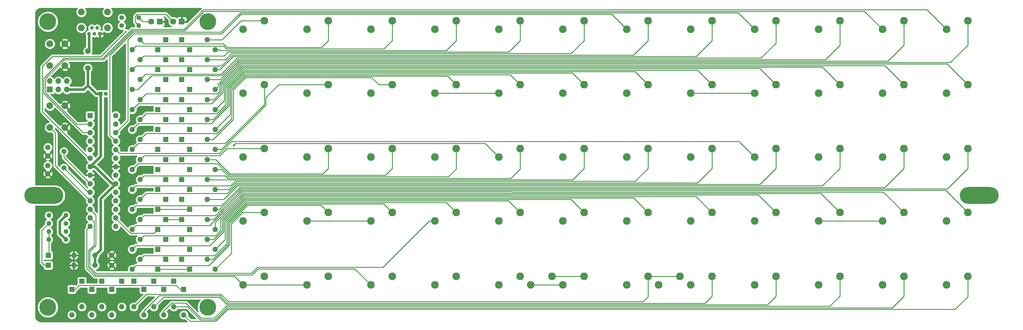
<source format=gbr>
G04 #@! TF.GenerationSoftware,KiCad,Pcbnew,(5.1.4-0-10_14)*
G04 #@! TF.CreationDate,2020-12-11T22:59:58+01:00*
G04 #@! TF.ProjectId,crosshatch,63726f73-7368-4617-9463-682e6b696361,rev?*
G04 #@! TF.SameCoordinates,Original*
G04 #@! TF.FileFunction,Copper,L2,Bot*
G04 #@! TF.FilePolarity,Positive*
%FSLAX46Y46*%
G04 Gerber Fmt 4.6, Leading zero omitted, Abs format (unit mm)*
G04 Created by KiCad (PCBNEW (5.1.4-0-10_14)) date 2020-12-11 22:59:58*
%MOMM*%
%LPD*%
G04 APERTURE LIST*
%ADD10C,2.286000*%
%ADD11C,1.710000*%
%ADD12R,1.600000X1.600000*%
%ADD13O,1.600000X1.600000*%
%ADD14O,11.600000X5.000000*%
%ADD15C,5.000000*%
%ADD16R,1.200000X1.200000*%
%ADD17C,1.200000*%
%ADD18C,1.600000*%
%ADD19R,1.100000X1.100000*%
%ADD20C,1.100000*%
%ADD21O,2.000000X2.000000*%
%ADD22R,1.700000X1.700000*%
%ADD23O,1.700000X1.700000*%
%ADD24R,1.800000X1.800000*%
%ADD25C,1.800000*%
%ADD26O,1.400000X1.400000*%
%ADD27C,1.400000*%
%ADD28C,2.000000*%
%ADD29C,1.500000*%
%ADD30C,0.600000*%
%ADD31C,0.800000*%
%ADD32C,0.250000*%
%ADD33C,0.254000*%
G04 APERTURE END LIST*
D10*
X224790192Y-61753804D03*
X231140192Y-59213804D03*
D11*
X26193772Y-68302247D03*
X26193772Y-73382247D03*
D12*
X27384398Y-139303242D03*
D13*
X27384398Y-146923242D03*
D12*
X56554735Y-133350112D03*
D13*
X64174735Y-133350112D03*
D10*
X167640144Y-99853836D03*
X173990144Y-97313836D03*
X281940240Y-80803820D03*
X288290240Y-78263820D03*
D12*
X49410979Y-118467287D03*
D13*
X41790979Y-118467287D03*
D12*
X54173483Y-76795377D03*
D13*
X61793483Y-76795377D03*
X64174735Y-67865682D03*
D12*
X56554735Y-67865682D03*
D10*
X224790192Y-118903852D03*
X231140192Y-116363852D03*
X243840208Y-80803820D03*
X250190208Y-78263820D03*
X243840208Y-61753804D03*
X250190208Y-59213804D03*
X262890224Y-80803820D03*
X269240224Y-78263820D03*
X243840208Y-99853836D03*
X250190208Y-97313836D03*
X281940240Y-99853836D03*
X288290240Y-97313836D03*
X262890224Y-99853836D03*
X269240224Y-97313836D03*
X281940240Y-118903852D03*
X288290240Y-116363852D03*
X262890224Y-118903852D03*
X269240224Y-116363852D03*
X224790192Y-99853836D03*
X231140192Y-97313836D03*
X205740176Y-99853836D03*
X212090176Y-97313836D03*
X281940240Y-137953868D03*
X288290240Y-135413868D03*
X243840208Y-118903852D03*
X250190208Y-116363852D03*
X205740176Y-118903852D03*
X212090176Y-116363852D03*
X262890224Y-137953868D03*
X269240224Y-135413868D03*
X243840208Y-137953868D03*
X250190208Y-135413868D03*
X224790192Y-137953868D03*
X231140192Y-135413868D03*
X212090176Y-135413868D03*
X205740176Y-137953868D03*
X167640144Y-61753804D03*
X173990144Y-59213804D03*
X167640144Y-80803820D03*
X173990144Y-78263820D03*
X129540112Y-80803820D03*
X135890112Y-78263820D03*
X148590128Y-137953868D03*
X154940128Y-135413868D03*
X110490096Y-137953868D03*
X116840096Y-135413868D03*
X72390064Y-80803820D03*
X78740064Y-78263820D03*
D14*
X13096886Y-111323531D03*
X291703370Y-111323531D03*
D15*
X14287512Y-59531300D03*
X61912552Y-59531300D03*
X14287512Y-144661059D03*
X61912552Y-144661059D03*
D10*
X72390016Y-61753750D03*
X78740016Y-59213750D03*
X91440080Y-61753804D03*
X97790080Y-59213804D03*
X110490096Y-61753804D03*
X116840096Y-59213804D03*
X129540112Y-61753804D03*
X135890112Y-59213804D03*
X148590128Y-61753804D03*
X154940128Y-59213804D03*
X281940240Y-61753804D03*
X288290240Y-59213804D03*
X262890224Y-61753804D03*
X269240224Y-59213804D03*
X91440080Y-80803820D03*
X97790080Y-78263820D03*
X110490096Y-80803820D03*
X116840096Y-78263820D03*
X224790192Y-80803820D03*
X231140192Y-78263820D03*
X72390064Y-99853836D03*
X78740064Y-97313836D03*
X91440080Y-99853836D03*
X97790080Y-97313836D03*
X110490096Y-99853836D03*
X116840096Y-97313836D03*
X148590128Y-80803820D03*
X154940128Y-78263820D03*
X205740176Y-80803820D03*
X212090176Y-78263820D03*
X72390064Y-118903852D03*
X78740064Y-116363852D03*
X91440080Y-118903852D03*
X97790080Y-116363852D03*
X129540112Y-99853836D03*
X135890112Y-97313836D03*
X148590128Y-99853836D03*
X154940128Y-97313836D03*
X72390064Y-137953868D03*
X78740064Y-135413868D03*
X110490096Y-118903852D03*
X116840096Y-116363852D03*
X129540112Y-118903852D03*
X135890112Y-116363852D03*
X148590128Y-118903852D03*
X154940128Y-116363852D03*
X91440080Y-137953868D03*
X97790080Y-135413868D03*
X129540112Y-137953868D03*
X135890112Y-135413868D03*
D16*
X30051589Y-80962568D03*
D17*
X31551589Y-80962568D03*
D18*
X28337528Y-129182921D03*
X33337528Y-129182921D03*
X33337528Y-132159486D03*
X28337528Y-132159486D03*
X14287512Y-104893836D03*
X14287512Y-102393836D03*
X14287512Y-97036019D03*
X14287512Y-99536019D03*
D19*
X29765650Y-63103178D03*
D20*
X28965650Y-61353178D03*
X28165650Y-63103178D03*
X27365650Y-61353178D03*
X26565650Y-63103178D03*
D21*
X32065650Y-61353178D03*
X32065650Y-56653178D03*
X24265650Y-56653178D03*
X24265650Y-61353178D03*
D22*
X14882825Y-79771942D03*
D23*
X14882825Y-77231942D03*
X17422825Y-79771942D03*
X17422825Y-77231942D03*
X19962825Y-79771942D03*
X19962825Y-77231942D03*
D24*
X54173483Y-59531300D03*
D25*
X51633483Y-59531300D03*
D26*
X19645329Y-124420417D03*
D27*
X14565329Y-124420417D03*
X19645329Y-122039165D03*
D26*
X14565329Y-122039165D03*
D27*
X19645329Y-119657913D03*
D26*
X14565329Y-119657913D03*
X14565329Y-117276661D03*
D27*
X19645329Y-117276661D03*
X36314093Y-60721926D03*
D26*
X41394093Y-60721926D03*
D28*
X19382825Y-72628186D03*
X14882825Y-72628186D03*
X19382825Y-66128186D03*
X14882825Y-66128186D03*
X14882825Y-84582889D03*
X19382825Y-84582889D03*
X14882825Y-91082889D03*
X19382825Y-91082889D03*
D29*
X19050016Y-98226645D03*
X19050016Y-103106645D03*
D12*
X26908154Y-87511011D03*
D13*
X34528154Y-120531011D03*
X26908154Y-90051011D03*
X34528154Y-117991011D03*
X26908154Y-92591011D03*
X34528154Y-115451011D03*
X26908154Y-95131011D03*
X34528154Y-112911011D03*
X26908154Y-97671011D03*
X34528154Y-110371011D03*
X26908154Y-100211011D03*
X34528154Y-107831011D03*
X26908154Y-102751011D03*
X34528154Y-105291011D03*
X26908154Y-105291011D03*
X34528154Y-102751011D03*
X26908154Y-107831011D03*
X34528154Y-100211011D03*
X26908154Y-110371011D03*
X34528154Y-97671011D03*
X26908154Y-112911011D03*
X34528154Y-95131011D03*
X26908154Y-115451011D03*
X34528154Y-92591011D03*
X26908154Y-117991011D03*
X34528154Y-90051011D03*
X26908154Y-120531011D03*
X34528154Y-87511011D03*
D12*
X14406581Y-129182921D03*
D13*
X22026581Y-129182921D03*
X22026581Y-132159486D03*
D12*
X14406581Y-132159486D03*
X54173483Y-64889117D03*
D13*
X61793483Y-64889117D03*
D12*
X49410979Y-64889117D03*
D13*
X41790979Y-64889117D03*
X39409727Y-67865682D03*
D12*
X47029727Y-67865682D03*
X49410979Y-70842247D03*
D13*
X41790979Y-70842247D03*
D12*
X56554735Y-79771942D03*
D13*
X64174735Y-79771942D03*
X39409727Y-79771942D03*
D12*
X47029727Y-79771942D03*
X49410979Y-76795377D03*
D13*
X41790979Y-76795377D03*
D12*
X47029727Y-97631332D03*
D13*
X39409727Y-97631332D03*
D12*
X56554735Y-97631332D03*
D13*
X64174735Y-97631332D03*
X61793483Y-94654767D03*
D12*
X54173483Y-94654767D03*
D13*
X41790979Y-94654767D03*
D12*
X49410979Y-94654767D03*
X54173483Y-70842247D03*
D13*
X61793483Y-70842247D03*
X41790979Y-82748507D03*
D12*
X49410979Y-82748507D03*
X54173483Y-82748507D03*
D13*
X61793483Y-82748507D03*
D12*
X47029727Y-85725072D03*
D13*
X39409727Y-85725072D03*
D12*
X56554735Y-85725072D03*
D13*
X64174735Y-85725072D03*
X41790979Y-100607897D03*
D12*
X49410979Y-100607897D03*
D13*
X61793483Y-100607897D03*
D12*
X54173483Y-100607897D03*
D13*
X39409727Y-103584462D03*
D12*
X47029727Y-103584462D03*
X56554735Y-91678202D03*
D13*
X64174735Y-91678202D03*
D12*
X47029727Y-91678202D03*
D13*
X39409727Y-91678202D03*
D12*
X56554735Y-115490722D03*
D13*
X64174735Y-115490722D03*
D12*
X47029727Y-115490722D03*
D13*
X39409727Y-115490722D03*
D12*
X54173483Y-112514157D03*
D13*
X61793483Y-112514157D03*
D12*
X49410979Y-88701637D03*
D13*
X41790979Y-88701637D03*
X39409727Y-133350112D03*
D12*
X47029727Y-133350112D03*
D13*
X64174735Y-103584462D03*
D12*
X56554735Y-103584462D03*
X49410979Y-106561027D03*
D13*
X41790979Y-106561027D03*
D12*
X54173483Y-106561027D03*
D13*
X61793483Y-106561027D03*
D12*
X54173483Y-118467287D03*
D13*
X61793483Y-118467287D03*
D12*
X49410979Y-112514157D03*
D13*
X41790979Y-112514157D03*
D12*
X56554735Y-109537592D03*
D13*
X64174735Y-109537592D03*
X21431268Y-146923242D03*
D12*
X21431268Y-139303242D03*
D13*
X61793483Y-130373547D03*
D12*
X54173483Y-130373547D03*
D13*
X41790979Y-130373547D03*
D12*
X49410979Y-130373547D03*
D13*
X64174735Y-127396982D03*
D12*
X56554735Y-127396982D03*
D13*
X54768796Y-146923242D03*
D12*
X54768796Y-139303242D03*
D13*
X39409727Y-121443852D03*
D12*
X47029727Y-121443852D03*
D13*
X64174735Y-121443852D03*
D12*
X56554735Y-121443852D03*
D13*
X41790979Y-124420417D03*
D12*
X49410979Y-124420417D03*
X24407833Y-136921990D03*
D13*
X24407833Y-144541990D03*
D12*
X30360963Y-136921990D03*
D13*
X30360963Y-144541990D03*
D12*
X33337528Y-139303242D03*
D13*
X33337528Y-146923242D03*
D12*
X51792231Y-136921990D03*
D13*
X51792231Y-144541990D03*
D12*
X48815666Y-139303242D03*
D13*
X48815666Y-146923242D03*
D12*
X45839101Y-136921990D03*
D13*
X45839101Y-144541990D03*
D12*
X42862536Y-139303242D03*
D13*
X42862536Y-146923242D03*
D24*
X47625040Y-59531300D03*
D25*
X45085040Y-59531300D03*
D27*
X36314093Y-58340674D03*
D26*
X41394093Y-58340674D03*
D13*
X39409727Y-127396982D03*
D12*
X47029727Y-127396982D03*
X36314093Y-136921990D03*
D13*
X36314093Y-144541990D03*
X64174735Y-73818812D03*
D12*
X56554735Y-73818812D03*
X47029727Y-73818812D03*
D13*
X39409727Y-73818812D03*
X61793483Y-88701637D03*
D12*
X54173483Y-88701637D03*
X47029727Y-109537592D03*
D13*
X39409727Y-109537592D03*
X61793483Y-124420417D03*
D12*
X54173483Y-124420417D03*
X39885971Y-136921990D03*
D13*
X39885971Y-144541990D03*
D10*
X167640144Y-118903852D03*
X173990144Y-116363852D03*
X173990144Y-135413868D03*
X167640144Y-137953868D03*
X205740176Y-61753804D03*
X212090176Y-59213804D03*
X193040160Y-59213804D03*
X186690160Y-61753804D03*
X186690160Y-80803820D03*
X193040160Y-78263820D03*
X186690160Y-99853836D03*
X193040160Y-97313836D03*
X193040160Y-116363852D03*
X186690160Y-118903852D03*
X193040160Y-135413868D03*
X186690160Y-137953868D03*
X164465136Y-135413868D03*
X158115136Y-137953868D03*
X196215168Y-137953868D03*
X202565168Y-135413868D03*
D30*
X23217207Y-119062600D03*
X29765650Y-101798523D03*
X29170337Y-106561027D03*
X29170337Y-109537592D03*
X32742215Y-104179775D03*
X28575024Y-94059454D03*
X28575024Y-97036019D03*
X28575024Y-91082889D03*
X32742215Y-95845393D03*
X22621894Y-98226645D03*
X23812520Y-102393836D03*
X23812520Y-105965714D03*
X23217207Y-122039165D03*
X32146902Y-119062600D03*
X32146902Y-114895409D03*
X38100032Y-101798523D03*
X37504719Y-110728218D03*
X37504719Y-106561027D03*
X31551589Y-84534446D03*
X32742215Y-98821958D03*
X33654928Y-74428376D03*
X36909406Y-74414125D03*
X36314093Y-94059454D03*
X37504719Y-124420417D03*
X36909406Y-114895409D03*
X38695345Y-117871974D03*
X32146902Y-123229791D03*
X23217207Y-114300096D03*
X30956276Y-77390690D03*
X28575024Y-74414125D03*
X23812520Y-87511011D03*
X22621894Y-84534446D03*
X23812520Y-94654767D03*
X29170337Y-67865682D03*
X22621894Y-67865682D03*
X36909406Y-67865682D03*
X30956276Y-72628186D03*
X26789085Y-84534446D03*
X69651613Y-96440706D03*
X37504719Y-62507865D03*
D31*
X28651589Y-80962568D02*
X30051589Y-80962568D01*
X26193772Y-78504751D02*
X28651589Y-80962568D01*
X26193772Y-73382247D02*
X26193772Y-78504751D01*
X24926581Y-79771942D02*
X26193772Y-78504751D01*
X19962825Y-79771942D02*
X24926581Y-79771942D01*
X28337528Y-129182921D02*
X28337528Y-132159486D01*
X30051589Y-127468860D02*
X28337528Y-129182921D01*
X30051589Y-112307576D02*
X30051589Y-127468860D01*
X34528154Y-107831011D02*
X30051589Y-112307576D01*
X30051589Y-99607576D02*
X26908154Y-102751011D01*
X30051589Y-80962568D02*
X30051589Y-99607576D01*
X28336886Y-102751011D02*
X33337528Y-107751653D01*
X34448796Y-107751653D02*
X34528154Y-107831011D01*
X33337528Y-107751653D02*
X34448796Y-107751653D01*
X26908154Y-102751011D02*
X28336886Y-102751011D01*
X17859390Y-119062600D02*
X19645329Y-117276661D01*
X17859390Y-122634478D02*
X17859390Y-119062600D01*
X19645329Y-124420417D02*
X17859390Y-122634478D01*
D32*
X47029727Y-115490722D02*
X56554735Y-115490722D01*
X49410979Y-118467287D02*
X54173483Y-118467287D01*
X56554735Y-133350112D02*
X47029727Y-133350112D01*
X52593795Y-138178241D02*
X23606269Y-138178241D01*
X53718796Y-139303242D02*
X52593795Y-138178241D01*
X22481268Y-139303242D02*
X21431268Y-139303242D01*
X23606269Y-138178241D02*
X22481268Y-139303242D01*
X54768796Y-139303242D02*
X53718796Y-139303242D01*
X45904726Y-122568853D02*
X47029727Y-121443852D01*
X34528154Y-118227281D02*
X38869726Y-122568853D01*
X38869726Y-122568853D02*
X45904726Y-122568853D01*
X34528154Y-117991011D02*
X34528154Y-118227281D01*
X42584719Y-59531300D02*
X45085040Y-59531300D01*
X41394093Y-58340674D02*
X42584719Y-59531300D01*
X129540112Y-80803820D02*
X148590128Y-80803820D01*
X16523462Y-92723526D02*
X14882825Y-91082889D01*
X16523462Y-102526319D02*
X16523462Y-92723526D01*
X26908154Y-112911011D02*
X16523462Y-102526319D01*
X144582127Y-95845835D02*
X148590128Y-99853836D01*
X70246484Y-95845835D02*
X144582127Y-95845835D01*
X69651613Y-96440706D02*
X70246484Y-95845835D01*
X72390064Y-137953868D02*
X91440080Y-137953868D01*
X25889064Y-121550101D02*
X25889064Y-133127600D01*
X26908154Y-120531011D02*
X25889064Y-121550101D01*
X69876956Y-135440760D02*
X72390064Y-137953868D01*
X28202224Y-135440760D02*
X69876956Y-135440760D01*
X25889064Y-133127600D02*
X28202224Y-135440760D01*
X91440080Y-118903852D02*
X110490096Y-118903852D01*
X105741038Y-133204810D02*
X110490096Y-137953868D01*
X28388624Y-134990749D02*
X75154740Y-134990749D01*
X28033155Y-126111815D02*
X26339075Y-127805894D01*
X28033155Y-119116012D02*
X28033155Y-126111815D01*
X75154740Y-134990749D02*
X76940679Y-133204810D01*
X26339076Y-132941200D02*
X28388624Y-134990749D01*
X26339075Y-127805894D02*
X26339076Y-132941200D01*
X76940679Y-133204810D02*
X105741038Y-133204810D01*
X26908154Y-117991011D02*
X28033155Y-119116012D01*
X26789085Y-132754799D02*
X28575024Y-134540738D01*
X28575024Y-134540738D02*
X74968341Y-134540738D01*
X26908154Y-115451011D02*
X28575024Y-117117881D01*
X28575024Y-117117881D02*
X28575024Y-126206356D01*
X28575024Y-126206356D02*
X26789086Y-127992294D01*
X26789086Y-127992294D02*
X26789085Y-132754799D01*
X74968341Y-134540738D02*
X76754280Y-132754799D01*
X76754280Y-132754799D02*
X114072719Y-132754799D01*
X114072719Y-132754799D02*
X127923666Y-118903852D01*
X127923666Y-118903852D02*
X129540112Y-118903852D01*
X158115136Y-137953868D02*
X167640144Y-137953868D01*
X30070357Y-69942227D02*
X37504719Y-62507865D01*
X12657805Y-86318871D02*
X12657805Y-72892204D01*
X15607782Y-69942227D02*
X30070357Y-69942227D01*
X12657805Y-72892204D02*
X15607782Y-69942227D01*
X26549945Y-100211011D02*
X12657805Y-86318871D01*
X26908154Y-100211011D02*
X26549945Y-100211011D01*
X30687679Y-70392237D02*
X19021361Y-70392237D01*
X24780482Y-92591011D02*
X26908154Y-92591011D01*
X13107814Y-80918344D02*
X24780482Y-92591011D01*
X276145858Y-55959422D02*
X60667018Y-55959422D01*
X281940240Y-61753804D02*
X276145858Y-55959422D01*
X60667018Y-55959422D02*
X54873295Y-61753145D01*
X54873295Y-61753145D02*
X39326771Y-61753145D01*
X39326771Y-61753145D02*
X30687679Y-70392237D01*
X19021361Y-70392237D02*
X13107814Y-76305784D01*
X13107814Y-76305784D02*
X13107814Y-80918344D01*
X262890224Y-118903852D02*
X243840208Y-118903852D01*
X257545853Y-56409433D02*
X262890224Y-61753804D01*
X60853418Y-56409433D02*
X257545853Y-56409433D01*
X30874079Y-70842248D02*
X39513171Y-62203156D01*
X22876892Y-90051011D02*
X13557825Y-80731944D01*
X13557825Y-76492184D02*
X19207761Y-70842248D01*
X19207761Y-70842248D02*
X30874079Y-70842248D01*
X39513171Y-62203156D02*
X55059695Y-62203156D01*
X13557825Y-80731944D02*
X13557825Y-76492184D01*
X26908154Y-90051011D02*
X22876892Y-90051011D01*
X55059695Y-62203156D02*
X60853418Y-56409433D01*
X220186436Y-95250080D02*
X224790192Y-99853836D01*
X65443333Y-98821958D02*
X69015211Y-95250080D01*
X35679101Y-98821958D02*
X65443333Y-98821958D01*
X69015211Y-95250080D02*
X220186436Y-95250080D01*
X34528154Y-97671011D02*
X35679101Y-98821958D01*
X205740176Y-80803820D02*
X224790192Y-80803820D01*
X219895832Y-56859444D02*
X224790192Y-61753804D01*
X71687066Y-56859444D02*
X219895832Y-56859444D01*
X65893344Y-62653167D02*
X71687066Y-56859444D01*
X39699571Y-62653167D02*
X65893344Y-62653167D01*
X32742215Y-69610523D02*
X39699571Y-62653167D01*
X32742215Y-93345072D02*
X32742215Y-69610523D01*
X34528154Y-95131011D02*
X32742215Y-93345072D01*
X26314382Y-110371011D02*
X26908154Y-110371011D01*
X19050016Y-103106645D02*
X26314382Y-110371011D01*
X19050016Y-99972873D02*
X26908154Y-107831011D01*
X19050016Y-98226645D02*
X19050016Y-99972873D01*
D31*
X26565650Y-67930369D02*
X26193772Y-68302247D01*
X26565650Y-63103178D02*
X26565650Y-67930369D01*
D32*
X71837305Y-59213750D02*
X66161938Y-64889117D01*
X78740016Y-59213750D02*
X71837305Y-59213750D01*
X66161938Y-64889117D02*
X61793483Y-64889117D01*
X78740064Y-84235794D02*
X67130465Y-95845393D01*
X78740064Y-78263820D02*
X78740064Y-84235794D01*
X41195666Y-95845393D02*
X39409727Y-97631332D01*
X67130465Y-95845393D02*
X41195666Y-95845393D01*
X65484430Y-99417271D02*
X42981605Y-99417271D01*
X78740064Y-97313836D02*
X67587865Y-97313836D01*
X42981605Y-99417271D02*
X41790979Y-100607897D01*
X67587865Y-97313836D02*
X65484430Y-99417271D01*
X68925104Y-119728076D02*
X68925104Y-128599743D01*
X68925104Y-128599743D02*
X64174735Y-133350112D01*
X72289329Y-116363852D02*
X68925104Y-119728076D01*
X78740064Y-116363852D02*
X72289329Y-116363852D01*
X66584903Y-66079743D02*
X42981605Y-66079743D01*
X97790080Y-59213804D02*
X97790080Y-65185778D01*
X67705004Y-67199844D02*
X66584903Y-66079743D01*
X42981605Y-66079743D02*
X41790979Y-64889117D01*
X95776014Y-67199844D02*
X67705004Y-67199844D01*
X97790080Y-65185778D02*
X95776014Y-67199844D01*
X65980936Y-97631332D02*
X64174735Y-97631332D01*
X79190073Y-84422195D02*
X65980936Y-97631332D01*
X79190073Y-82139750D02*
X79190073Y-84422195D01*
X83066003Y-78263820D02*
X79190073Y-82139750D01*
X97790080Y-78263820D02*
X83066003Y-78263820D01*
X64293804Y-100607897D02*
X61793483Y-100607897D01*
X68535772Y-104849865D02*
X64293804Y-100607897D01*
X97790080Y-97313836D02*
X97790080Y-103285810D01*
X96226025Y-104849865D02*
X68535772Y-104849865D01*
X97790080Y-103285810D02*
X96226025Y-104849865D01*
X68475093Y-119541678D02*
X68475093Y-126034448D01*
X40534728Y-132225111D02*
X39409727Y-133350112D01*
X62284428Y-132225111D02*
X40534728Y-132225111D01*
X97790080Y-116363852D02*
X95726324Y-114300096D01*
X95726324Y-114300096D02*
X73716674Y-114300096D01*
X73716674Y-114300096D02*
X68475093Y-119541678D01*
X68475093Y-126034448D02*
X62284428Y-132225111D01*
X68025082Y-125848048D02*
X63499582Y-130373547D01*
X73530274Y-113850085D02*
X68025082Y-119355277D01*
X114326329Y-113850085D02*
X73530274Y-113850085D01*
X68025082Y-119355277D02*
X68025082Y-125848048D01*
X63499582Y-130373547D02*
X61793483Y-130373547D01*
X116840096Y-116363852D02*
X114326329Y-113850085D01*
X116840096Y-59213804D02*
X116840096Y-65185778D01*
X114376019Y-67649855D02*
X67518605Y-67649855D01*
X40534728Y-66740681D02*
X39409727Y-67865682D01*
X66609431Y-66740681D02*
X40534728Y-66740681D01*
X116840096Y-65185778D02*
X114376019Y-67649855D01*
X67518605Y-67649855D02*
X66609431Y-66740681D01*
X63499582Y-94654767D02*
X61793483Y-94654767D01*
X110775565Y-76200064D02*
X73223499Y-76200064D01*
X116840096Y-78263820D02*
X112839321Y-78263820D01*
X69534525Y-79889038D02*
X69534525Y-88619825D01*
X69534525Y-88619825D02*
X63499582Y-94654767D01*
X112839321Y-78263820D02*
X110775565Y-76200064D01*
X73223499Y-76200064D02*
X69534525Y-79889038D01*
X41195666Y-101798523D02*
X39409727Y-103584462D01*
X68349372Y-105299876D02*
X64848020Y-101798523D01*
X116840096Y-97313836D02*
X116840096Y-103285810D01*
X114826030Y-105299876D02*
X68349372Y-105299876D01*
X64848020Y-101798523D02*
X41195666Y-101798523D01*
X116840096Y-103285810D02*
X114826030Y-105299876D01*
X65997549Y-103584462D02*
X64174735Y-103584462D01*
X68162972Y-105749887D02*
X65997549Y-103584462D01*
X133565939Y-105749887D02*
X68162972Y-105749887D01*
X135890112Y-103425714D02*
X133565939Y-105749887D01*
X135890112Y-97313836D02*
X135890112Y-103425714D01*
X63988173Y-129248546D02*
X42915980Y-129248546D01*
X67575071Y-119168877D02*
X67575071Y-125661648D01*
X135890112Y-116363852D02*
X132926334Y-113400074D01*
X73343874Y-113400074D02*
X67575071Y-119168877D01*
X42915980Y-129248546D02*
X41790979Y-130373547D01*
X132926334Y-113400074D02*
X73343874Y-113400074D01*
X67575071Y-125661648D02*
X63988173Y-129248546D01*
X135890112Y-65185778D02*
X132976024Y-68099866D01*
X135890112Y-59213804D02*
X135890112Y-65185778D01*
X65540289Y-68099866D02*
X65306105Y-67865682D01*
X65306105Y-67865682D02*
X64174735Y-67865682D01*
X132976024Y-68099866D02*
X65540289Y-68099866D01*
X64649111Y-92868828D02*
X43576918Y-92868828D01*
X43576918Y-92868828D02*
X41790979Y-94654767D01*
X69084514Y-88433425D02*
X64649111Y-92868828D01*
X69084514Y-79702638D02*
X69084514Y-88433425D01*
X73037099Y-75750053D02*
X69084514Y-79702638D01*
X133376345Y-75750053D02*
X73037099Y-75750053D01*
X135890112Y-78263820D02*
X133376345Y-75750053D01*
X68634503Y-87218434D02*
X64174735Y-91678202D01*
X151976350Y-75300042D02*
X72850699Y-75300042D01*
X72850699Y-75300042D02*
X68634503Y-79516238D01*
X154940128Y-78263820D02*
X151976350Y-75300042D01*
X68634503Y-79516238D02*
X68634503Y-87218434D01*
X42915980Y-105436026D02*
X41790979Y-106561027D01*
X67212702Y-105436026D02*
X42915980Y-105436026D01*
X67976572Y-106199898D02*
X67212702Y-105436026D01*
X152165944Y-106199898D02*
X67976572Y-106199898D01*
X154940128Y-103425714D02*
X152165944Y-106199898D01*
X154940128Y-97313836D02*
X154940128Y-103425714D01*
X67125060Y-124446657D02*
X64174735Y-127396982D01*
X151526339Y-112950063D02*
X73157474Y-112950063D01*
X67125060Y-118982477D02*
X67125060Y-124446657D01*
X73157474Y-112950063D02*
X67125060Y-118982477D01*
X154940128Y-116363852D02*
X151526339Y-112950063D01*
X154940128Y-59213804D02*
X154940128Y-65185778D01*
X42915980Y-69717246D02*
X41790979Y-70842247D01*
X151576029Y-68549877D02*
X67954453Y-68549877D01*
X154940128Y-65185778D02*
X151576029Y-68549877D01*
X66787084Y-69717246D02*
X42915980Y-69717246D01*
X67954453Y-68549877D02*
X66787084Y-69717246D01*
X67240601Y-70842247D02*
X61793483Y-70842247D01*
X69082960Y-68999888D02*
X67240601Y-70842247D01*
X170176034Y-68999888D02*
X69082960Y-68999888D01*
X173990144Y-59213804D02*
X173990144Y-65185778D01*
X173990144Y-65185778D02*
X170176034Y-68999888D01*
X63013735Y-106649909D02*
X62924853Y-106561027D01*
X170611940Y-106664014D02*
X154150044Y-106664014D01*
X173990144Y-97313836D02*
X173990144Y-103285810D01*
X62924853Y-106561027D02*
X61793483Y-106561027D01*
X173990144Y-103285810D02*
X170611940Y-106664014D01*
X154135939Y-106649909D02*
X63013735Y-106649909D01*
X154150044Y-106664014D02*
X154135939Y-106649909D01*
X170140449Y-112514157D02*
X151726844Y-112514157D01*
X40534728Y-126271981D02*
X39409727Y-127396982D01*
X62524436Y-126271981D02*
X40534728Y-126271981D01*
X151726844Y-112514157D02*
X151712739Y-112500052D01*
X173990144Y-116363852D02*
X170140449Y-112514157D01*
X66675049Y-118796077D02*
X66675049Y-122121368D01*
X72971074Y-112500052D02*
X66675049Y-118796077D01*
X66675049Y-122121368D02*
X62524436Y-126271981D01*
X151712739Y-112500052D02*
X72971074Y-112500052D01*
X288290240Y-66516308D02*
X288290240Y-59213804D01*
X64174735Y-79771942D02*
X64974734Y-78971943D01*
X283106594Y-71699954D02*
X288290240Y-66516308D01*
X71359499Y-71699954D02*
X283106594Y-71699954D01*
X64974734Y-78084719D02*
X71359499Y-71699954D01*
X64974734Y-78971943D02*
X64974734Y-78084719D01*
X288290240Y-78263820D02*
X282176385Y-72149965D01*
X65484426Y-78211438D02*
X65484426Y-80326161D01*
X71545899Y-72149965D02*
X65484426Y-78211438D01*
X64848019Y-80962568D02*
X43576918Y-80962568D01*
X65484426Y-80326161D02*
X64848019Y-80962568D01*
X43576918Y-80962568D02*
X41790979Y-82748507D01*
X282176385Y-72149965D02*
X71545899Y-72149965D01*
X288290240Y-97313836D02*
X288290240Y-103285810D01*
X153017539Y-109349975D02*
X71666274Y-109349975D01*
X65525527Y-115490722D02*
X64174735Y-115490722D01*
X71666274Y-109349975D02*
X65525527Y-115490722D01*
X282211970Y-109364080D02*
X153031644Y-109364080D01*
X288290240Y-103285810D02*
X282211970Y-109364080D01*
X153031644Y-109364080D02*
X153017539Y-109349975D01*
X42915980Y-117342286D02*
X41790979Y-118467287D01*
X152831139Y-109799986D02*
X71852674Y-109799986D01*
X64228179Y-117342286D02*
X42915980Y-117342286D01*
X65629731Y-115940733D02*
X64228179Y-117342286D01*
X288290240Y-116363852D02*
X281740479Y-109814091D01*
X71852674Y-109799986D02*
X65711927Y-115940733D01*
X152845244Y-109814091D02*
X152831139Y-109799986D01*
X281740479Y-109814091D02*
X152845244Y-109814091D01*
X65711927Y-115940733D02*
X65629731Y-115940733D01*
X288290240Y-141525746D02*
X288290240Y-135413868D01*
X67865682Y-145256372D02*
X284559614Y-145256372D01*
X56673804Y-148828250D02*
X64293804Y-148828250D01*
X284559614Y-145256372D02*
X288290240Y-141525746D01*
X64293804Y-148828250D02*
X67865682Y-145256372D01*
X54768796Y-146923242D02*
X56673804Y-148828250D01*
X269240224Y-141385842D02*
X269240224Y-135413868D01*
X67679282Y-144806361D02*
X265819705Y-144806361D01*
X59717698Y-148378239D02*
X64107405Y-148378239D01*
X265819705Y-144806361D02*
X269240224Y-141385842D01*
X51792231Y-144541990D02*
X55881450Y-144541990D01*
X55881450Y-144541990D02*
X59717698Y-148378239D01*
X64107405Y-148378239D02*
X67679282Y-144806361D01*
X61793483Y-76795377D02*
X65627665Y-76795377D01*
X65627665Y-76795377D02*
X71173099Y-71249943D01*
X269240224Y-66516308D02*
X269240224Y-59213804D01*
X264506589Y-71249943D02*
X269240224Y-66516308D01*
X71173099Y-71249943D02*
X264506589Y-71249943D01*
X63698490Y-82748507D02*
X61793483Y-82748507D01*
X65934437Y-80512561D02*
X63698490Y-82748507D01*
X65934437Y-78397838D02*
X65934437Y-80512561D01*
X71732299Y-72599976D02*
X65934437Y-78397838D01*
X263576380Y-72599976D02*
X71732299Y-72599976D01*
X269240224Y-78263820D02*
X263576380Y-72599976D01*
X153218044Y-108914069D02*
X153203939Y-108899964D01*
X269240224Y-97313836D02*
X269240224Y-103285810D01*
X263611965Y-108914069D02*
X153218044Y-108914069D01*
X71479874Y-108899964D02*
X66014118Y-114365721D01*
X153203939Y-108899964D02*
X71479874Y-108899964D01*
X269240224Y-103285810D02*
X263611965Y-108914069D01*
X40534728Y-114365721D02*
X39409727Y-115490722D01*
X66014118Y-114365721D02*
X40534728Y-114365721D01*
X63739588Y-118467287D02*
X61793483Y-118467287D01*
X65898327Y-116390744D02*
X65816131Y-116390744D01*
X152644739Y-110249997D02*
X72039074Y-110249997D01*
X152658844Y-110264102D02*
X152644739Y-110249997D01*
X263140474Y-110264102D02*
X152658844Y-110264102D01*
X269240224Y-116363852D02*
X263140474Y-110264102D01*
X65816131Y-116390744D02*
X63739588Y-118467287D01*
X72039074Y-110249997D02*
X65898327Y-116390744D01*
X41195666Y-83939133D02*
X39409727Y-85725072D01*
X63144275Y-83939133D02*
X41195666Y-83939133D01*
X66384448Y-78584238D02*
X66384448Y-80698961D01*
X66384448Y-80698961D02*
X63144275Y-83939133D01*
X71918699Y-73049987D02*
X66384448Y-78584238D01*
X244976375Y-73049987D02*
X71918699Y-73049987D01*
X250190208Y-78263820D02*
X244976375Y-73049987D01*
X245011960Y-108464058D02*
X153404444Y-108464058D01*
X250190208Y-97313836D02*
X250190208Y-103285810D01*
X66675056Y-112514157D02*
X61793483Y-112514157D01*
X153390339Y-108449953D02*
X70739260Y-108449953D01*
X250190208Y-103285810D02*
X245011960Y-108464058D01*
X153404444Y-108464058D02*
X153390339Y-108449953D01*
X70739260Y-108449953D02*
X66675056Y-112514157D01*
X226411955Y-108014047D02*
X153590844Y-108014047D01*
X153590844Y-108014047D02*
X153576739Y-107999942D01*
X70496198Y-107999942D02*
X67767923Y-110728218D01*
X67767923Y-110728218D02*
X43576918Y-110728218D01*
X231140192Y-97313836D02*
X231140192Y-103285810D01*
X43576918Y-110728218D02*
X41790979Y-112514157D01*
X153576739Y-107999942D02*
X70496198Y-107999942D01*
X231140192Y-103285810D02*
X226411955Y-108014047D01*
X152271939Y-111150019D02*
X72411874Y-111150019D01*
X225940464Y-111164124D02*
X152286044Y-111164124D01*
X72411874Y-111150019D02*
X64174735Y-119387158D01*
X64174735Y-119387158D02*
X64174735Y-121443852D01*
X231140192Y-116363852D02*
X225940464Y-111164124D01*
X152286044Y-111164124D02*
X152271939Y-111150019D01*
X43431615Y-75154741D02*
X41790979Y-76795377D01*
X70739260Y-70349921D02*
X65934440Y-75154741D01*
X226711266Y-70349921D02*
X70739260Y-70349921D01*
X231140192Y-65920995D02*
X226711266Y-70349921D01*
X65934440Y-75154741D02*
X43431615Y-75154741D01*
X231140192Y-59213804D02*
X231140192Y-65920995D01*
X231140192Y-78263820D02*
X226376370Y-73499998D01*
X66834459Y-83065348D02*
X64174735Y-85725072D01*
X226376370Y-73499998D02*
X72105099Y-73499998D01*
X72105099Y-73499998D02*
X66834459Y-78770638D01*
X66834459Y-78770638D02*
X66834459Y-83065348D01*
X67284470Y-84280339D02*
X64649111Y-86915698D01*
X43576918Y-86915698D02*
X41790979Y-88701637D01*
X67284470Y-78957038D02*
X67284470Y-84280339D01*
X207776365Y-73950009D02*
X72291499Y-73950009D01*
X64649111Y-86915698D02*
X43576918Y-86915698D01*
X72291499Y-73950009D02*
X67284470Y-78957038D01*
X212090176Y-78263820D02*
X207776365Y-73950009D01*
X207811950Y-107564036D02*
X153777244Y-107564036D01*
X212090176Y-103285810D02*
X207811950Y-107564036D01*
X212090176Y-97313836D02*
X212090176Y-103285810D01*
X153777244Y-107564036D02*
X153763139Y-107549931D01*
X70309798Y-107549931D02*
X68322138Y-109537592D01*
X153763139Y-107549931D02*
X70309798Y-107549931D01*
X68322138Y-109537592D02*
X64174735Y-109537592D01*
X65775027Y-121748568D02*
X64228179Y-123295416D01*
X65775027Y-118423277D02*
X65775027Y-121748568D01*
X152085539Y-111600030D02*
X72598274Y-111600030D01*
X212090176Y-116363852D02*
X207340459Y-111614135D01*
X42915980Y-123295416D02*
X41790979Y-124420417D01*
X72598274Y-111600030D02*
X65775027Y-118423277D01*
X152099644Y-111614135D02*
X152085539Y-111600030D01*
X207340459Y-111614135D02*
X152099644Y-111614135D01*
X64228179Y-123295416D02*
X42915980Y-123295416D01*
X42862536Y-146923242D02*
X42862536Y-145791872D01*
X42862536Y-145791872D02*
X47419925Y-141234483D01*
X212090176Y-141385842D02*
X212090176Y-135413868D01*
X65677735Y-141234483D02*
X67899579Y-143456328D01*
X47419925Y-141234483D02*
X65677735Y-141234483D01*
X210019690Y-143456328D02*
X212090176Y-141385842D01*
X67899579Y-143456328D02*
X210019690Y-143456328D01*
X212090176Y-59213804D02*
X212090176Y-65185778D01*
X212090176Y-65185778D02*
X207376044Y-69899910D01*
X65536857Y-73818812D02*
X64174735Y-73818812D01*
X207376044Y-69899910D02*
X69455759Y-69899910D01*
X69455759Y-69899910D02*
X65536857Y-73818812D01*
X69269360Y-69449899D02*
X66025448Y-72693811D01*
X40534728Y-72693811D02*
X39409727Y-73818812D01*
X66025448Y-72693811D02*
X40534728Y-72693811D01*
X188776039Y-69449899D02*
X69269360Y-69449899D01*
X193040160Y-59213804D02*
X193040160Y-65185778D01*
X193040160Y-65185778D02*
X188776039Y-69449899D01*
X63499582Y-88701637D02*
X61793483Y-88701637D01*
X67734481Y-79143438D02*
X67734481Y-84466739D01*
X72477899Y-74400020D02*
X67734481Y-79143438D01*
X189176360Y-74400020D02*
X72477899Y-74400020D01*
X193040160Y-78263820D02*
X189176360Y-74400020D01*
X67734481Y-84466739D02*
X63499582Y-88701637D01*
X68810728Y-108412591D02*
X40534728Y-108412591D01*
X153949539Y-107099920D02*
X70123398Y-107099920D01*
X40534728Y-108412591D02*
X39409727Y-109537592D01*
X70123398Y-107099920D02*
X68810728Y-108412591D01*
X193040160Y-103285810D02*
X189211945Y-107114025D01*
X189211945Y-107114025D02*
X153963644Y-107114025D01*
X193040160Y-97313836D02*
X193040160Y-103285810D01*
X153963644Y-107114025D02*
X153949539Y-107099920D01*
X63739589Y-124420417D02*
X61793483Y-124420417D01*
X66225038Y-121934968D02*
X63739589Y-124420417D01*
X66225038Y-118609677D02*
X66225038Y-121934968D01*
X151913244Y-112064146D02*
X151899139Y-112050041D01*
X193040160Y-116363852D02*
X188740454Y-112064146D01*
X72784674Y-112050041D02*
X66225038Y-118609677D01*
X151899139Y-112050041D02*
X72784674Y-112050041D01*
X188740454Y-112064146D02*
X151913244Y-112064146D01*
X14565329Y-122039165D02*
X14565329Y-124420417D01*
X14565329Y-129024173D02*
X14406581Y-129182921D01*
X14565329Y-124420417D02*
X14565329Y-129024173D01*
X14565329Y-119657913D02*
X12501573Y-121721669D01*
X13356581Y-132159486D02*
X14406581Y-132159486D01*
X12501573Y-131304478D02*
X13356581Y-132159486D01*
X12501573Y-121721669D02*
X12501573Y-131304478D01*
X62524435Y-120318851D02*
X40534728Y-120318851D01*
X152472444Y-110714113D02*
X152458339Y-110700008D01*
X244540469Y-110714113D02*
X152472444Y-110714113D01*
X250190208Y-116363852D02*
X244540469Y-110714113D01*
X40534728Y-120318851D02*
X39409727Y-121443852D01*
X72225474Y-110700008D02*
X66084727Y-116840755D01*
X152458339Y-110700008D02*
X72225474Y-110700008D01*
X66084727Y-116840755D02*
X66002531Y-116840755D01*
X66002531Y-116840755D02*
X62524435Y-120318851D01*
X55392859Y-143416989D02*
X59904098Y-147928228D01*
X250190208Y-141385842D02*
X250190208Y-135413868D01*
X48815666Y-145791872D02*
X51190549Y-143416989D01*
X51190549Y-143416989D02*
X55392859Y-143416989D01*
X48815666Y-146923242D02*
X48815666Y-145791872D01*
X59904098Y-147928228D02*
X63921005Y-147928228D01*
X67492882Y-144356350D02*
X247219700Y-144356350D01*
X63921005Y-147928228D02*
X67492882Y-144356350D01*
X247219700Y-144356350D02*
X250190208Y-141385842D01*
X41076597Y-79771942D02*
X45243787Y-75604752D01*
X250190208Y-66516308D02*
X250190208Y-59213804D01*
X66181881Y-75604751D02*
X70986699Y-70799932D01*
X245906584Y-70799932D02*
X250190208Y-66516308D01*
X70986699Y-70799932D02*
X245906584Y-70799932D01*
X45243787Y-75604752D02*
X66181881Y-75604751D01*
X39409727Y-79771942D02*
X41076597Y-79771942D01*
X231140192Y-141385842D02*
X231140192Y-135413868D01*
X228619695Y-143906339D02*
X231140192Y-141385842D01*
X65491335Y-141684494D02*
X67713180Y-143906339D01*
X48696597Y-141684494D02*
X65491335Y-141684494D01*
X45839101Y-144541990D02*
X48696597Y-141684494D01*
X67713180Y-143906339D02*
X228619695Y-143906339D01*
X49417856Y-57315673D02*
X51633483Y-59531300D01*
X40902092Y-57315673D02*
X49417856Y-57315673D01*
X40369092Y-57848673D02*
X40902092Y-57315673D01*
X40369092Y-59696925D02*
X40369092Y-57848673D01*
X41394093Y-60721926D02*
X40369092Y-59696925D01*
X41195666Y-89892263D02*
X39409727Y-91678202D01*
X68184492Y-84653139D02*
X62945366Y-89892263D01*
X62945366Y-89892263D02*
X41195666Y-89892263D01*
X173990144Y-78263820D02*
X170576355Y-74850031D01*
X68184492Y-79329838D02*
X68184492Y-84653139D01*
X72664299Y-74850031D02*
X68184492Y-79329838D01*
X170576355Y-74850031D02*
X72664299Y-74850031D01*
X182245811Y-57309455D02*
X186690160Y-61753804D01*
X38100032Y-64889117D02*
X39885971Y-63103178D01*
X66079743Y-63103178D02*
X71873466Y-57309455D01*
X34528154Y-92591011D02*
X38100032Y-89019133D01*
X38100032Y-89019133D02*
X38100032Y-64889117D01*
X71873466Y-57309455D02*
X182245811Y-57309455D01*
X39885971Y-63103178D02*
X66079743Y-63103178D01*
X164465136Y-135413868D02*
X173990144Y-135413868D01*
X193040160Y-135413868D02*
X202565168Y-135413868D01*
X65864135Y-140784472D02*
X68085978Y-143006317D01*
X39885971Y-144541990D02*
X43643489Y-140784472D01*
X193040160Y-141525746D02*
X193040160Y-135413868D01*
X191559589Y-143006317D02*
X193040160Y-141525746D01*
X68085978Y-143006317D02*
X191559589Y-143006317D01*
X43643489Y-140784472D02*
X65864135Y-140784472D01*
D33*
G36*
X23103936Y-55491464D02*
G01*
X22899619Y-55740426D01*
X22747798Y-56024463D01*
X22654307Y-56332662D01*
X22622739Y-56653178D01*
X22654307Y-56973694D01*
X22747798Y-57281893D01*
X22899619Y-57565930D01*
X23103936Y-57814892D01*
X23352898Y-58019209D01*
X23636935Y-58171030D01*
X23945134Y-58264521D01*
X24185328Y-58288178D01*
X24345972Y-58288178D01*
X24586166Y-58264521D01*
X24894365Y-58171030D01*
X25178402Y-58019209D01*
X25427364Y-57814892D01*
X25631681Y-57565930D01*
X25783502Y-57281893D01*
X25876993Y-56973694D01*
X25908561Y-56653178D01*
X25876993Y-56332662D01*
X25783502Y-56024463D01*
X25631681Y-55740426D01*
X25427364Y-55491464D01*
X25411872Y-55478750D01*
X30919428Y-55478750D01*
X30903936Y-55491464D01*
X30699619Y-55740426D01*
X30547798Y-56024463D01*
X30454307Y-56332662D01*
X30422739Y-56653178D01*
X30454307Y-56973694D01*
X30547798Y-57281893D01*
X30699619Y-57565930D01*
X30903936Y-57814892D01*
X31152898Y-58019209D01*
X31436935Y-58171030D01*
X31745134Y-58264521D01*
X31985328Y-58288178D01*
X32145972Y-58288178D01*
X32386166Y-58264521D01*
X32694365Y-58171030D01*
X32978402Y-58019209D01*
X33227364Y-57814892D01*
X33431681Y-57565930D01*
X33583502Y-57281893D01*
X33676993Y-56973694D01*
X33708561Y-56653178D01*
X33676993Y-56332662D01*
X33583502Y-56024463D01*
X33431681Y-55740426D01*
X33227364Y-55491464D01*
X33211872Y-55478750D01*
X60072888Y-55478750D01*
X55708613Y-59843026D01*
X55708483Y-59817050D01*
X55549733Y-59658300D01*
X54300483Y-59658300D01*
X54300483Y-59678300D01*
X54046483Y-59678300D01*
X54046483Y-59658300D01*
X54026483Y-59658300D01*
X54026483Y-59404300D01*
X54046483Y-59404300D01*
X54046483Y-58155050D01*
X54300483Y-58155050D01*
X54300483Y-59404300D01*
X55549733Y-59404300D01*
X55708483Y-59245550D01*
X55711555Y-58631300D01*
X55699295Y-58506818D01*
X55662985Y-58387120D01*
X55604020Y-58276806D01*
X55524668Y-58180115D01*
X55427977Y-58100763D01*
X55317663Y-58041798D01*
X55197965Y-58005488D01*
X55073483Y-57993228D01*
X54459233Y-57996300D01*
X54300483Y-58155050D01*
X54046483Y-58155050D01*
X53887733Y-57996300D01*
X53273483Y-57993228D01*
X53149001Y-58005488D01*
X53029303Y-58041798D01*
X52918989Y-58100763D01*
X52822298Y-58180115D01*
X52742946Y-58276806D01*
X52683981Y-58387120D01*
X52678427Y-58405427D01*
X52611988Y-58338988D01*
X52360578Y-58171001D01*
X52081226Y-58055289D01*
X51784667Y-57996300D01*
X51482299Y-57996300D01*
X51224553Y-58047569D01*
X49981660Y-56804676D01*
X49957857Y-56775672D01*
X49842132Y-56680699D01*
X49710103Y-56610127D01*
X49566842Y-56566670D01*
X49455189Y-56555673D01*
X49455178Y-56555673D01*
X49417856Y-56551997D01*
X49380534Y-56555673D01*
X40939415Y-56555673D01*
X40902092Y-56551997D01*
X40864769Y-56555673D01*
X40864759Y-56555673D01*
X40753106Y-56566670D01*
X40609845Y-56610127D01*
X40477816Y-56680699D01*
X40362091Y-56775672D01*
X40338292Y-56804671D01*
X39858090Y-57284874D01*
X39829092Y-57308672D01*
X39805294Y-57337670D01*
X39805293Y-57337671D01*
X39734118Y-57424397D01*
X39663546Y-57556427D01*
X39647767Y-57608447D01*
X39620090Y-57699687D01*
X39616120Y-57739999D01*
X39605416Y-57848673D01*
X39609093Y-57886005D01*
X39609092Y-59659602D01*
X39605416Y-59696925D01*
X39609092Y-59734247D01*
X39609092Y-59734257D01*
X39620089Y-59845910D01*
X39658868Y-59973750D01*
X39663546Y-59989171D01*
X39734118Y-60121201D01*
X39771108Y-60166273D01*
X39829091Y-60236926D01*
X39858094Y-60260729D01*
X40076543Y-60479177D01*
X40052634Y-60721926D01*
X40078410Y-60983632D01*
X40081296Y-60993145D01*
X39364093Y-60993145D01*
X39326770Y-60989469D01*
X39289447Y-60993145D01*
X39289438Y-60993145D01*
X39177785Y-61004142D01*
X39083766Y-61032662D01*
X39034524Y-61047599D01*
X38902494Y-61118171D01*
X38868340Y-61146201D01*
X38786770Y-61213144D01*
X38762972Y-61242142D01*
X38162129Y-61842985D01*
X38100747Y-61781603D01*
X37947608Y-61679279D01*
X37777448Y-61608797D01*
X37596808Y-61572865D01*
X37412630Y-61572865D01*
X37335858Y-61588136D01*
X37351055Y-61572939D01*
X37497154Y-61354285D01*
X37597789Y-61111331D01*
X37649093Y-60853412D01*
X37649093Y-60590440D01*
X37597789Y-60332521D01*
X37497154Y-60089567D01*
X37351055Y-59870913D01*
X37165106Y-59684964D01*
X36946452Y-59538865D01*
X36928189Y-59531300D01*
X36946452Y-59523735D01*
X37165106Y-59377636D01*
X37351055Y-59191687D01*
X37497154Y-58973033D01*
X37597789Y-58730079D01*
X37649093Y-58472160D01*
X37649093Y-58209188D01*
X37597789Y-57951269D01*
X37497154Y-57708315D01*
X37351055Y-57489661D01*
X37165106Y-57303712D01*
X36946452Y-57157613D01*
X36703498Y-57056978D01*
X36445579Y-57005674D01*
X36182607Y-57005674D01*
X35924688Y-57056978D01*
X35681734Y-57157613D01*
X35463080Y-57303712D01*
X35277131Y-57489661D01*
X35131032Y-57708315D01*
X35030397Y-57951269D01*
X34979093Y-58209188D01*
X34979093Y-58472160D01*
X35030397Y-58730079D01*
X35131032Y-58973033D01*
X35277131Y-59191687D01*
X35463080Y-59377636D01*
X35681734Y-59523735D01*
X35699997Y-59531300D01*
X35681734Y-59538865D01*
X35463080Y-59684964D01*
X35277131Y-59870913D01*
X35131032Y-60089567D01*
X35030397Y-60332521D01*
X34979093Y-60590440D01*
X34979093Y-60853412D01*
X35030397Y-61111331D01*
X35131032Y-61354285D01*
X35277131Y-61572939D01*
X35463080Y-61758888D01*
X35681734Y-61904987D01*
X35924688Y-62005622D01*
X36182607Y-62056926D01*
X36445579Y-62056926D01*
X36703498Y-62005622D01*
X36720497Y-61998581D01*
X36676133Y-62064976D01*
X36605651Y-62235136D01*
X36581566Y-62356216D01*
X29755556Y-69182227D01*
X27397795Y-69182227D01*
X27514192Y-69008026D01*
X27626512Y-68736864D01*
X27683772Y-68448999D01*
X27683772Y-68155495D01*
X27626512Y-67867630D01*
X27600650Y-67805194D01*
X27600650Y-64150845D01*
X27604342Y-64153312D01*
X27819998Y-64242639D01*
X28048938Y-64288178D01*
X28282362Y-64288178D01*
X28511302Y-64242639D01*
X28726958Y-64153312D01*
X28780509Y-64117530D01*
X28861156Y-64183715D01*
X28971470Y-64242680D01*
X29091168Y-64278990D01*
X29215650Y-64291250D01*
X29479900Y-64288178D01*
X29638650Y-64129428D01*
X29638650Y-63230178D01*
X29892650Y-63230178D01*
X29892650Y-64129428D01*
X30051400Y-64288178D01*
X30315650Y-64291250D01*
X30440132Y-64278990D01*
X30559830Y-64242680D01*
X30670144Y-64183715D01*
X30766835Y-64104363D01*
X30846187Y-64007672D01*
X30905152Y-63897358D01*
X30941462Y-63777660D01*
X30953722Y-63653178D01*
X30950650Y-63388928D01*
X30791900Y-63230178D01*
X29892650Y-63230178D01*
X29638650Y-63230178D01*
X29618650Y-63230178D01*
X29618650Y-62976178D01*
X29638650Y-62976178D01*
X29638650Y-62956178D01*
X29892650Y-62956178D01*
X29892650Y-62976178D01*
X30791900Y-62976178D01*
X30950650Y-62817428D01*
X30953692Y-62555726D01*
X31152898Y-62719209D01*
X31436935Y-62871030D01*
X31745134Y-62964521D01*
X31985328Y-62988178D01*
X32145972Y-62988178D01*
X32386166Y-62964521D01*
X32694365Y-62871030D01*
X32978402Y-62719209D01*
X33227364Y-62514892D01*
X33431681Y-62265930D01*
X33583502Y-61981893D01*
X33676993Y-61673694D01*
X33708561Y-61353178D01*
X33676993Y-61032662D01*
X33583502Y-60724463D01*
X33431681Y-60440426D01*
X33227364Y-60191464D01*
X32978402Y-59987147D01*
X32694365Y-59835326D01*
X32386166Y-59741835D01*
X32145972Y-59718178D01*
X31985328Y-59718178D01*
X31745134Y-59741835D01*
X31436935Y-59835326D01*
X31152898Y-59987147D01*
X30903936Y-60191464D01*
X30699619Y-60440426D01*
X30547798Y-60724463D01*
X30454307Y-61032662D01*
X30422739Y-61353178D01*
X30454307Y-61673694D01*
X30540493Y-61957810D01*
X30440132Y-61927366D01*
X30315650Y-61915106D01*
X30051400Y-61918178D01*
X29936631Y-62032947D01*
X30015784Y-61914486D01*
X30105111Y-61698830D01*
X30150650Y-61469890D01*
X30150650Y-61236466D01*
X30105111Y-61007526D01*
X30015784Y-60791870D01*
X29886100Y-60597784D01*
X29721044Y-60432728D01*
X29526958Y-60303044D01*
X29311302Y-60213717D01*
X29082362Y-60168178D01*
X28848938Y-60168178D01*
X28619998Y-60213717D01*
X28404342Y-60303044D01*
X28210256Y-60432728D01*
X28165650Y-60477334D01*
X28121044Y-60432728D01*
X27926958Y-60303044D01*
X27711302Y-60213717D01*
X27482362Y-60168178D01*
X27248938Y-60168178D01*
X27019998Y-60213717D01*
X26804342Y-60303044D01*
X26610256Y-60432728D01*
X26445200Y-60597784D01*
X26315516Y-60791870D01*
X26226189Y-61007526D01*
X26180650Y-61236466D01*
X26180650Y-61469890D01*
X26226189Y-61698830D01*
X26315516Y-61914486D01*
X26333346Y-61941171D01*
X26219998Y-61963717D01*
X26004342Y-62053044D01*
X25810256Y-62182728D01*
X25645200Y-62347784D01*
X25515516Y-62541870D01*
X25426189Y-62757526D01*
X25380650Y-62986466D01*
X25380650Y-63219890D01*
X25426189Y-63448830D01*
X25515516Y-63664486D01*
X25530650Y-63687136D01*
X25530651Y-66964157D01*
X25487993Y-66981827D01*
X25243953Y-67144889D01*
X25036414Y-67352428D01*
X24873352Y-67596468D01*
X24761032Y-67867630D01*
X24703772Y-68155495D01*
X24703772Y-68448999D01*
X24761032Y-68736864D01*
X24873352Y-69008026D01*
X24989749Y-69182227D01*
X15645104Y-69182227D01*
X15607781Y-69178551D01*
X15570458Y-69182227D01*
X15570449Y-69182227D01*
X15458796Y-69193224D01*
X15315535Y-69236681D01*
X15183506Y-69307253D01*
X15170074Y-69318276D01*
X15096778Y-69378428D01*
X15096774Y-69378432D01*
X15067781Y-69402226D01*
X15043987Y-69431219D01*
X12146803Y-72328405D01*
X12117805Y-72352203D01*
X12094007Y-72381201D01*
X12094006Y-72381202D01*
X12022831Y-72467928D01*
X11952259Y-72599958D01*
X11908803Y-72743219D01*
X11894129Y-72892204D01*
X11897806Y-72929536D01*
X11897805Y-86281549D01*
X11894129Y-86318871D01*
X11897805Y-86356193D01*
X11897805Y-86356203D01*
X11908802Y-86467856D01*
X11952259Y-86611117D01*
X12022831Y-86743147D01*
X12044255Y-86769252D01*
X12117804Y-86858872D01*
X12146808Y-86882675D01*
X14713643Y-89449510D01*
X14405913Y-89510721D01*
X14108362Y-89633971D01*
X13840573Y-89812902D01*
X13612838Y-90040637D01*
X13433907Y-90308426D01*
X13310657Y-90605977D01*
X13247825Y-90921856D01*
X13247825Y-91243922D01*
X13310657Y-91559801D01*
X13433907Y-91857352D01*
X13612838Y-92125141D01*
X13840573Y-92352876D01*
X14108362Y-92531807D01*
X14405913Y-92655057D01*
X14721792Y-92717889D01*
X15043858Y-92717889D01*
X15359737Y-92655057D01*
X15374200Y-92649066D01*
X15763463Y-93038329D01*
X15763462Y-102488997D01*
X15759786Y-102526319D01*
X15763462Y-102563641D01*
X15763462Y-102563651D01*
X15774459Y-102675304D01*
X15807237Y-102783361D01*
X15817916Y-102818565D01*
X15888488Y-102950595D01*
X15923752Y-102993564D01*
X15983461Y-103066320D01*
X16012465Y-103090123D01*
X25507446Y-112585105D01*
X25493918Y-112629702D01*
X25466211Y-112911011D01*
X25493918Y-113192320D01*
X25575972Y-113462819D01*
X25709222Y-113712112D01*
X25888546Y-113930619D01*
X26107053Y-114109943D01*
X26240012Y-114181011D01*
X26107053Y-114252079D01*
X25888546Y-114431403D01*
X25709222Y-114649910D01*
X25575972Y-114899203D01*
X25493918Y-115169702D01*
X25466211Y-115451011D01*
X25493918Y-115732320D01*
X25575972Y-116002819D01*
X25709222Y-116252112D01*
X25888546Y-116470619D01*
X26107053Y-116649943D01*
X26240012Y-116721011D01*
X26107053Y-116792079D01*
X25888546Y-116971403D01*
X25709222Y-117189910D01*
X25575972Y-117439203D01*
X25493918Y-117709702D01*
X25466211Y-117991011D01*
X25493918Y-118272320D01*
X25575972Y-118542819D01*
X25709222Y-118792112D01*
X25888546Y-119010619D01*
X26107053Y-119189943D01*
X26240012Y-119261011D01*
X26107053Y-119332079D01*
X25888546Y-119511403D01*
X25709222Y-119729910D01*
X25575972Y-119979203D01*
X25493918Y-120249702D01*
X25466211Y-120531011D01*
X25493918Y-120812320D01*
X25507446Y-120856917D01*
X25378066Y-120986297D01*
X25349063Y-121010100D01*
X25301667Y-121067853D01*
X25254090Y-121125825D01*
X25209863Y-121208568D01*
X25183518Y-121257855D01*
X25140061Y-121401116D01*
X25129064Y-121512769D01*
X25129064Y-121512779D01*
X25125388Y-121550101D01*
X25129064Y-121587423D01*
X25129065Y-133090268D01*
X25125388Y-133127600D01*
X25129065Y-133164933D01*
X25139820Y-133274123D01*
X25140062Y-133276585D01*
X25183518Y-133419846D01*
X25254090Y-133551876D01*
X25317456Y-133629087D01*
X25349064Y-133667601D01*
X25378062Y-133691399D01*
X27638424Y-135951762D01*
X27662223Y-135980761D01*
X27777948Y-136075734D01*
X27909977Y-136146306D01*
X28053238Y-136189763D01*
X28164891Y-136200760D01*
X28164900Y-136200760D01*
X28202223Y-136204436D01*
X28239546Y-136200760D01*
X28922891Y-136200760D01*
X28922891Y-137418241D01*
X25845905Y-137418241D01*
X25845905Y-136121990D01*
X25833645Y-135997508D01*
X25797335Y-135877810D01*
X25738370Y-135767496D01*
X25659018Y-135670805D01*
X25562327Y-135591453D01*
X25452013Y-135532488D01*
X25332315Y-135496178D01*
X25207833Y-135483918D01*
X23607833Y-135483918D01*
X23483351Y-135496178D01*
X23363653Y-135532488D01*
X23253339Y-135591453D01*
X23156648Y-135670805D01*
X23077296Y-135767496D01*
X23018331Y-135877810D01*
X22982021Y-135997508D01*
X22969761Y-136121990D01*
X22969761Y-137721990D01*
X22971371Y-137738337D01*
X22668831Y-138040878D01*
X22585762Y-137972705D01*
X22475448Y-137913740D01*
X22355750Y-137877430D01*
X22231268Y-137865170D01*
X20631268Y-137865170D01*
X20506786Y-137877430D01*
X20387088Y-137913740D01*
X20276774Y-137972705D01*
X20180083Y-138052057D01*
X20100731Y-138148748D01*
X20041766Y-138259062D01*
X20005456Y-138378760D01*
X19993196Y-138503242D01*
X19993196Y-140103242D01*
X20005456Y-140227724D01*
X20041766Y-140347422D01*
X20100731Y-140457736D01*
X20180083Y-140554427D01*
X20276774Y-140633779D01*
X20387088Y-140692744D01*
X20506786Y-140729054D01*
X20631268Y-140741314D01*
X22231268Y-140741314D01*
X22355750Y-140729054D01*
X22475448Y-140692744D01*
X22585762Y-140633779D01*
X22682453Y-140554427D01*
X22761805Y-140457736D01*
X22820770Y-140347422D01*
X22857080Y-140227724D01*
X22869340Y-140103242D01*
X22869340Y-139957568D01*
X22905544Y-139938216D01*
X23021269Y-139843243D01*
X23045072Y-139814240D01*
X23921071Y-138938241D01*
X25946326Y-138938241D01*
X25946326Y-140103242D01*
X25958586Y-140227724D01*
X25994896Y-140347422D01*
X26053861Y-140457736D01*
X26133213Y-140554427D01*
X26229904Y-140633779D01*
X26340218Y-140692744D01*
X26459916Y-140729054D01*
X26584398Y-140741314D01*
X28184398Y-140741314D01*
X28308880Y-140729054D01*
X28428578Y-140692744D01*
X28538892Y-140633779D01*
X28635583Y-140554427D01*
X28714935Y-140457736D01*
X28773900Y-140347422D01*
X28810210Y-140227724D01*
X28822470Y-140103242D01*
X28822470Y-138938241D01*
X31899456Y-138938241D01*
X31899456Y-140103242D01*
X31911716Y-140227724D01*
X31948026Y-140347422D01*
X32006991Y-140457736D01*
X32086343Y-140554427D01*
X32183034Y-140633779D01*
X32293348Y-140692744D01*
X32413046Y-140729054D01*
X32537528Y-140741314D01*
X34137528Y-140741314D01*
X34262010Y-140729054D01*
X34381708Y-140692744D01*
X34492022Y-140633779D01*
X34588713Y-140554427D01*
X34668065Y-140457736D01*
X34727030Y-140347422D01*
X34763340Y-140227724D01*
X34775600Y-140103242D01*
X34775600Y-138938241D01*
X41424464Y-138938241D01*
X41424464Y-140103242D01*
X41436724Y-140227724D01*
X41473034Y-140347422D01*
X41531999Y-140457736D01*
X41611351Y-140554427D01*
X41708042Y-140633779D01*
X41818356Y-140692744D01*
X41938054Y-140729054D01*
X42062536Y-140741314D01*
X42611845Y-140741314D01*
X40211877Y-143141282D01*
X40167280Y-143127754D01*
X39956463Y-143106990D01*
X39815479Y-143106990D01*
X39604662Y-143127754D01*
X39334163Y-143209808D01*
X39084870Y-143343058D01*
X38866363Y-143522382D01*
X38687039Y-143740889D01*
X38553789Y-143990182D01*
X38471735Y-144260681D01*
X38444028Y-144541990D01*
X38471735Y-144823299D01*
X38553789Y-145093798D01*
X38687039Y-145343091D01*
X38866363Y-145561598D01*
X39084870Y-145740922D01*
X39334163Y-145874172D01*
X39604662Y-145956226D01*
X39815479Y-145976990D01*
X39956463Y-145976990D01*
X40167280Y-145956226D01*
X40437779Y-145874172D01*
X40687072Y-145740922D01*
X40905579Y-145561598D01*
X41084903Y-145343091D01*
X41218153Y-145093798D01*
X41300207Y-144823299D01*
X41327914Y-144541990D01*
X41300207Y-144260681D01*
X41286679Y-144216084D01*
X43958291Y-141544472D01*
X46035134Y-141544472D01*
X42351534Y-145228073D01*
X42322536Y-145251871D01*
X42298738Y-145280869D01*
X42298737Y-145280870D01*
X42227562Y-145367596D01*
X42156990Y-145499626D01*
X42113534Y-145642887D01*
X42107964Y-145699440D01*
X42061435Y-145724310D01*
X41842928Y-145903634D01*
X41663604Y-146122141D01*
X41530354Y-146371434D01*
X41448300Y-146641933D01*
X41420593Y-146923242D01*
X41448300Y-147204551D01*
X41530354Y-147475050D01*
X41663604Y-147724343D01*
X41842928Y-147942850D01*
X42061435Y-148122174D01*
X42310728Y-148255424D01*
X42581227Y-148337478D01*
X42792044Y-148358242D01*
X42933028Y-148358242D01*
X43143845Y-148337478D01*
X43414344Y-148255424D01*
X43663637Y-148122174D01*
X43882144Y-147942850D01*
X44061468Y-147724343D01*
X44194718Y-147475050D01*
X44276772Y-147204551D01*
X44304479Y-146923242D01*
X44276772Y-146641933D01*
X44194718Y-146371434D01*
X44061468Y-146122141D01*
X43882144Y-145903634D01*
X43851074Y-145878135D01*
X44551676Y-145177533D01*
X44640169Y-145343091D01*
X44819493Y-145561598D01*
X45038000Y-145740922D01*
X45287293Y-145874172D01*
X45557792Y-145956226D01*
X45768609Y-145976990D01*
X45909593Y-145976990D01*
X46120410Y-145956226D01*
X46390909Y-145874172D01*
X46640202Y-145740922D01*
X46858709Y-145561598D01*
X47038033Y-145343091D01*
X47171283Y-145093798D01*
X47253337Y-144823299D01*
X47281044Y-144541990D01*
X47253337Y-144260681D01*
X47239809Y-144216084D01*
X49011399Y-142444494D01*
X59695557Y-142444494D01*
X59477438Y-142662613D01*
X59134351Y-143176080D01*
X58898028Y-143746613D01*
X58777552Y-144352288D01*
X58777552Y-144969830D01*
X58898028Y-145575505D01*
X59090256Y-146039584D01*
X55956663Y-142905992D01*
X55932860Y-142876988D01*
X55817135Y-142782015D01*
X55685106Y-142711443D01*
X55541845Y-142667986D01*
X55430192Y-142656989D01*
X55430181Y-142656989D01*
X55392859Y-142653313D01*
X55355537Y-142656989D01*
X51227874Y-142656989D01*
X51190549Y-142653313D01*
X51153224Y-142656989D01*
X51153216Y-142656989D01*
X51041563Y-142667986D01*
X50898302Y-142711443D01*
X50766273Y-142782015D01*
X50650548Y-142876988D01*
X50626750Y-142905986D01*
X48304664Y-145228073D01*
X48275666Y-145251871D01*
X48251868Y-145280869D01*
X48251867Y-145280870D01*
X48180692Y-145367596D01*
X48110120Y-145499626D01*
X48066664Y-145642887D01*
X48061094Y-145699440D01*
X48014565Y-145724310D01*
X47796058Y-145903634D01*
X47616734Y-146122141D01*
X47483484Y-146371434D01*
X47401430Y-146641933D01*
X47373723Y-146923242D01*
X47401430Y-147204551D01*
X47483484Y-147475050D01*
X47616734Y-147724343D01*
X47796058Y-147942850D01*
X48014565Y-148122174D01*
X48263858Y-148255424D01*
X48534357Y-148337478D01*
X48745174Y-148358242D01*
X48886158Y-148358242D01*
X49096975Y-148337478D01*
X49367474Y-148255424D01*
X49616767Y-148122174D01*
X49835274Y-147942850D01*
X50014598Y-147724343D01*
X50147848Y-147475050D01*
X50229902Y-147204551D01*
X50257609Y-146923242D01*
X50229902Y-146641933D01*
X50147848Y-146371434D01*
X50014598Y-146122141D01*
X49835274Y-145903634D01*
X49804204Y-145878135D01*
X50504806Y-145177533D01*
X50593299Y-145343091D01*
X50772623Y-145561598D01*
X50991130Y-145740922D01*
X51240423Y-145874172D01*
X51510922Y-145956226D01*
X51721739Y-145976990D01*
X51862723Y-145976990D01*
X52073540Y-145956226D01*
X52344039Y-145874172D01*
X52593332Y-145740922D01*
X52811839Y-145561598D01*
X52991163Y-145343091D01*
X53013132Y-145301990D01*
X55566649Y-145301990D01*
X58332907Y-148068250D01*
X56988606Y-148068250D01*
X56169504Y-147249148D01*
X56183032Y-147204551D01*
X56210739Y-146923242D01*
X56183032Y-146641933D01*
X56100978Y-146371434D01*
X55967728Y-146122141D01*
X55788404Y-145903634D01*
X55569897Y-145724310D01*
X55320604Y-145591060D01*
X55050105Y-145509006D01*
X54839288Y-145488242D01*
X54698304Y-145488242D01*
X54487487Y-145509006D01*
X54216988Y-145591060D01*
X53967695Y-145724310D01*
X53749188Y-145903634D01*
X53569864Y-146122141D01*
X53436614Y-146371434D01*
X53354560Y-146641933D01*
X53326853Y-146923242D01*
X53354560Y-147204551D01*
X53436614Y-147475050D01*
X53569864Y-147724343D01*
X53749188Y-147942850D01*
X53967695Y-148122174D01*
X54216988Y-148255424D01*
X54487487Y-148337478D01*
X54698304Y-148358242D01*
X54839288Y-148358242D01*
X55050105Y-148337478D01*
X55094702Y-148323950D01*
X55742002Y-148971250D01*
X12315971Y-148971250D01*
X11957299Y-148936082D01*
X11645682Y-148841999D01*
X11358278Y-148689184D01*
X11106028Y-148483453D01*
X10898544Y-148232647D01*
X10743725Y-147946316D01*
X10647470Y-147635367D01*
X10610000Y-147278859D01*
X10610000Y-144352288D01*
X11152512Y-144352288D01*
X11152512Y-144969830D01*
X11272988Y-145575505D01*
X11509311Y-146146038D01*
X11852398Y-146659505D01*
X12289066Y-147096173D01*
X12802533Y-147439260D01*
X13373066Y-147675583D01*
X13978741Y-147796059D01*
X14596283Y-147796059D01*
X15201958Y-147675583D01*
X15772491Y-147439260D01*
X16285958Y-147096173D01*
X16458889Y-146923242D01*
X19989325Y-146923242D01*
X20017032Y-147204551D01*
X20099086Y-147475050D01*
X20232336Y-147724343D01*
X20411660Y-147942850D01*
X20630167Y-148122174D01*
X20879460Y-148255424D01*
X21149959Y-148337478D01*
X21360776Y-148358242D01*
X21501760Y-148358242D01*
X21712577Y-148337478D01*
X21983076Y-148255424D01*
X22232369Y-148122174D01*
X22450876Y-147942850D01*
X22630200Y-147724343D01*
X22763450Y-147475050D01*
X22845504Y-147204551D01*
X22873211Y-146923242D01*
X25942455Y-146923242D01*
X25970162Y-147204551D01*
X26052216Y-147475050D01*
X26185466Y-147724343D01*
X26364790Y-147942850D01*
X26583297Y-148122174D01*
X26832590Y-148255424D01*
X27103089Y-148337478D01*
X27313906Y-148358242D01*
X27454890Y-148358242D01*
X27665707Y-148337478D01*
X27936206Y-148255424D01*
X28185499Y-148122174D01*
X28404006Y-147942850D01*
X28583330Y-147724343D01*
X28716580Y-147475050D01*
X28798634Y-147204551D01*
X28826341Y-146923242D01*
X31895585Y-146923242D01*
X31923292Y-147204551D01*
X32005346Y-147475050D01*
X32138596Y-147724343D01*
X32317920Y-147942850D01*
X32536427Y-148122174D01*
X32785720Y-148255424D01*
X33056219Y-148337478D01*
X33267036Y-148358242D01*
X33408020Y-148358242D01*
X33618837Y-148337478D01*
X33889336Y-148255424D01*
X34138629Y-148122174D01*
X34357136Y-147942850D01*
X34536460Y-147724343D01*
X34669710Y-147475050D01*
X34751764Y-147204551D01*
X34779471Y-146923242D01*
X34751764Y-146641933D01*
X34669710Y-146371434D01*
X34536460Y-146122141D01*
X34357136Y-145903634D01*
X34138629Y-145724310D01*
X33889336Y-145591060D01*
X33618837Y-145509006D01*
X33408020Y-145488242D01*
X33267036Y-145488242D01*
X33056219Y-145509006D01*
X32785720Y-145591060D01*
X32536427Y-145724310D01*
X32317920Y-145903634D01*
X32138596Y-146122141D01*
X32005346Y-146371434D01*
X31923292Y-146641933D01*
X31895585Y-146923242D01*
X28826341Y-146923242D01*
X28798634Y-146641933D01*
X28716580Y-146371434D01*
X28583330Y-146122141D01*
X28404006Y-145903634D01*
X28185499Y-145724310D01*
X27936206Y-145591060D01*
X27665707Y-145509006D01*
X27454890Y-145488242D01*
X27313906Y-145488242D01*
X27103089Y-145509006D01*
X26832590Y-145591060D01*
X26583297Y-145724310D01*
X26364790Y-145903634D01*
X26185466Y-146122141D01*
X26052216Y-146371434D01*
X25970162Y-146641933D01*
X25942455Y-146923242D01*
X22873211Y-146923242D01*
X22845504Y-146641933D01*
X22763450Y-146371434D01*
X22630200Y-146122141D01*
X22450876Y-145903634D01*
X22232369Y-145724310D01*
X21983076Y-145591060D01*
X21712577Y-145509006D01*
X21501760Y-145488242D01*
X21360776Y-145488242D01*
X21149959Y-145509006D01*
X20879460Y-145591060D01*
X20630167Y-145724310D01*
X20411660Y-145903634D01*
X20232336Y-146122141D01*
X20099086Y-146371434D01*
X20017032Y-146641933D01*
X19989325Y-146923242D01*
X16458889Y-146923242D01*
X16722626Y-146659505D01*
X17065713Y-146146038D01*
X17302036Y-145575505D01*
X17422512Y-144969830D01*
X17422512Y-144541990D01*
X22965890Y-144541990D01*
X22993597Y-144823299D01*
X23075651Y-145093798D01*
X23208901Y-145343091D01*
X23388225Y-145561598D01*
X23606732Y-145740922D01*
X23856025Y-145874172D01*
X24126524Y-145956226D01*
X24337341Y-145976990D01*
X24478325Y-145976990D01*
X24689142Y-145956226D01*
X24959641Y-145874172D01*
X25208934Y-145740922D01*
X25427441Y-145561598D01*
X25606765Y-145343091D01*
X25740015Y-145093798D01*
X25822069Y-144823299D01*
X25849776Y-144541990D01*
X28919020Y-144541990D01*
X28946727Y-144823299D01*
X29028781Y-145093798D01*
X29162031Y-145343091D01*
X29341355Y-145561598D01*
X29559862Y-145740922D01*
X29809155Y-145874172D01*
X30079654Y-145956226D01*
X30290471Y-145976990D01*
X30431455Y-145976990D01*
X30642272Y-145956226D01*
X30912771Y-145874172D01*
X31162064Y-145740922D01*
X31380571Y-145561598D01*
X31559895Y-145343091D01*
X31693145Y-145093798D01*
X31775199Y-144823299D01*
X31802906Y-144541990D01*
X34872150Y-144541990D01*
X34899857Y-144823299D01*
X34981911Y-145093798D01*
X35115161Y-145343091D01*
X35294485Y-145561598D01*
X35512992Y-145740922D01*
X35762285Y-145874172D01*
X36032784Y-145956226D01*
X36243601Y-145976990D01*
X36384585Y-145976990D01*
X36595402Y-145956226D01*
X36865901Y-145874172D01*
X37115194Y-145740922D01*
X37333701Y-145561598D01*
X37513025Y-145343091D01*
X37646275Y-145093798D01*
X37728329Y-144823299D01*
X37756036Y-144541990D01*
X37728329Y-144260681D01*
X37646275Y-143990182D01*
X37513025Y-143740889D01*
X37333701Y-143522382D01*
X37115194Y-143343058D01*
X36865901Y-143209808D01*
X36595402Y-143127754D01*
X36384585Y-143106990D01*
X36243601Y-143106990D01*
X36032784Y-143127754D01*
X35762285Y-143209808D01*
X35512992Y-143343058D01*
X35294485Y-143522382D01*
X35115161Y-143740889D01*
X34981911Y-143990182D01*
X34899857Y-144260681D01*
X34872150Y-144541990D01*
X31802906Y-144541990D01*
X31775199Y-144260681D01*
X31693145Y-143990182D01*
X31559895Y-143740889D01*
X31380571Y-143522382D01*
X31162064Y-143343058D01*
X30912771Y-143209808D01*
X30642272Y-143127754D01*
X30431455Y-143106990D01*
X30290471Y-143106990D01*
X30079654Y-143127754D01*
X29809155Y-143209808D01*
X29559862Y-143343058D01*
X29341355Y-143522382D01*
X29162031Y-143740889D01*
X29028781Y-143990182D01*
X28946727Y-144260681D01*
X28919020Y-144541990D01*
X25849776Y-144541990D01*
X25822069Y-144260681D01*
X25740015Y-143990182D01*
X25606765Y-143740889D01*
X25427441Y-143522382D01*
X25208934Y-143343058D01*
X24959641Y-143209808D01*
X24689142Y-143127754D01*
X24478325Y-143106990D01*
X24337341Y-143106990D01*
X24126524Y-143127754D01*
X23856025Y-143209808D01*
X23606732Y-143343058D01*
X23388225Y-143522382D01*
X23208901Y-143740889D01*
X23075651Y-143990182D01*
X22993597Y-144260681D01*
X22965890Y-144541990D01*
X17422512Y-144541990D01*
X17422512Y-144352288D01*
X17302036Y-143746613D01*
X17065713Y-143176080D01*
X16722626Y-142662613D01*
X16285958Y-142225945D01*
X15772491Y-141882858D01*
X15201958Y-141646535D01*
X14596283Y-141526059D01*
X13978741Y-141526059D01*
X13373066Y-141646535D01*
X12802533Y-141882858D01*
X12289066Y-142225945D01*
X11852398Y-142662613D01*
X11509311Y-143176080D01*
X11272988Y-143746613D01*
X11152512Y-144352288D01*
X10610000Y-144352288D01*
X10610000Y-121721669D01*
X11737897Y-121721669D01*
X11741573Y-121758991D01*
X11741574Y-131267146D01*
X11737897Y-131304478D01*
X11741574Y-131341811D01*
X11752571Y-131453464D01*
X11754989Y-131461435D01*
X11796027Y-131596724D01*
X11866599Y-131728754D01*
X11937774Y-131815480D01*
X11961573Y-131844479D01*
X11990571Y-131868277D01*
X12792782Y-132670489D01*
X12816580Y-132699487D01*
X12845578Y-132723285D01*
X12932304Y-132794460D01*
X12968509Y-132813812D01*
X12968509Y-132959486D01*
X12980769Y-133083968D01*
X13017079Y-133203666D01*
X13076044Y-133313980D01*
X13155396Y-133410671D01*
X13252087Y-133490023D01*
X13362401Y-133548988D01*
X13482099Y-133585298D01*
X13606581Y-133597558D01*
X15206581Y-133597558D01*
X15331063Y-133585298D01*
X15450761Y-133548988D01*
X15561075Y-133490023D01*
X15657766Y-133410671D01*
X15737118Y-133313980D01*
X15796083Y-133203666D01*
X15832393Y-133083968D01*
X15844653Y-132959486D01*
X15844653Y-132508525D01*
X20634677Y-132508525D01*
X20675335Y-132642573D01*
X20795544Y-132896906D01*
X20963062Y-133122900D01*
X21171450Y-133311871D01*
X21412700Y-133456556D01*
X21677541Y-133551395D01*
X21899581Y-133430110D01*
X21899581Y-132286486D01*
X22153581Y-132286486D01*
X22153581Y-133430110D01*
X22375621Y-133551395D01*
X22640462Y-133456556D01*
X22881712Y-133311871D01*
X23090100Y-133122900D01*
X23257618Y-132896906D01*
X23377827Y-132642573D01*
X23418485Y-132508525D01*
X23296496Y-132286486D01*
X22153581Y-132286486D01*
X21899581Y-132286486D01*
X20756666Y-132286486D01*
X20634677Y-132508525D01*
X15844653Y-132508525D01*
X15844653Y-131810447D01*
X20634677Y-131810447D01*
X20756666Y-132032486D01*
X21899581Y-132032486D01*
X21899581Y-130888862D01*
X22153581Y-130888862D01*
X22153581Y-132032486D01*
X23296496Y-132032486D01*
X23418485Y-131810447D01*
X23377827Y-131676399D01*
X23257618Y-131422066D01*
X23090100Y-131196072D01*
X22881712Y-131007101D01*
X22640462Y-130862416D01*
X22375621Y-130767577D01*
X22153581Y-130888862D01*
X21899581Y-130888862D01*
X21677541Y-130767577D01*
X21412700Y-130862416D01*
X21171450Y-131007101D01*
X20963062Y-131196072D01*
X20795544Y-131422066D01*
X20675335Y-131676399D01*
X20634677Y-131810447D01*
X15844653Y-131810447D01*
X15844653Y-131359486D01*
X15832393Y-131235004D01*
X15796083Y-131115306D01*
X15737118Y-131004992D01*
X15657766Y-130908301D01*
X15561075Y-130828949D01*
X15450761Y-130769984D01*
X15331063Y-130733674D01*
X15206581Y-130721414D01*
X13606581Y-130721414D01*
X13482099Y-130733674D01*
X13362401Y-130769984D01*
X13261573Y-130823879D01*
X13261573Y-130518528D01*
X13362401Y-130572423D01*
X13482099Y-130608733D01*
X13606581Y-130620993D01*
X15206581Y-130620993D01*
X15331063Y-130608733D01*
X15450761Y-130572423D01*
X15561075Y-130513458D01*
X15657766Y-130434106D01*
X15737118Y-130337415D01*
X15796083Y-130227101D01*
X15832393Y-130107403D01*
X15844653Y-129982921D01*
X15844653Y-129531960D01*
X20634677Y-129531960D01*
X20675335Y-129666008D01*
X20795544Y-129920341D01*
X20963062Y-130146335D01*
X21171450Y-130335306D01*
X21412700Y-130479991D01*
X21677541Y-130574830D01*
X21899581Y-130453545D01*
X21899581Y-129309921D01*
X22153581Y-129309921D01*
X22153581Y-130453545D01*
X22375621Y-130574830D01*
X22640462Y-130479991D01*
X22881712Y-130335306D01*
X23090100Y-130146335D01*
X23257618Y-129920341D01*
X23377827Y-129666008D01*
X23418485Y-129531960D01*
X23296496Y-129309921D01*
X22153581Y-129309921D01*
X21899581Y-129309921D01*
X20756666Y-129309921D01*
X20634677Y-129531960D01*
X15844653Y-129531960D01*
X15844653Y-128833882D01*
X20634677Y-128833882D01*
X20756666Y-129055921D01*
X21899581Y-129055921D01*
X21899581Y-127912297D01*
X22153581Y-127912297D01*
X22153581Y-129055921D01*
X23296496Y-129055921D01*
X23418485Y-128833882D01*
X23377827Y-128699834D01*
X23257618Y-128445501D01*
X23090100Y-128219507D01*
X22881712Y-128030536D01*
X22640462Y-127885851D01*
X22375621Y-127791012D01*
X22153581Y-127912297D01*
X21899581Y-127912297D01*
X21677541Y-127791012D01*
X21412700Y-127885851D01*
X21171450Y-128030536D01*
X20963062Y-128219507D01*
X20795544Y-128445501D01*
X20675335Y-128699834D01*
X20634677Y-128833882D01*
X15844653Y-128833882D01*
X15844653Y-128382921D01*
X15832393Y-128258439D01*
X15796083Y-128138741D01*
X15737118Y-128028427D01*
X15657766Y-127931736D01*
X15561075Y-127852384D01*
X15450761Y-127793419D01*
X15331063Y-127757109D01*
X15325329Y-127756544D01*
X15325329Y-125518192D01*
X15416342Y-125457379D01*
X15602291Y-125271430D01*
X15748390Y-125052776D01*
X15849025Y-124809822D01*
X15900329Y-124551903D01*
X15900329Y-124288931D01*
X15849025Y-124031012D01*
X15748390Y-123788058D01*
X15602291Y-123569404D01*
X15416342Y-123383455D01*
X15325329Y-123322642D01*
X15325329Y-123142463D01*
X15513884Y-122987720D01*
X15680711Y-122784440D01*
X15804676Y-122552519D01*
X15881012Y-122300871D01*
X15906788Y-122039165D01*
X15881012Y-121777459D01*
X15804676Y-121525811D01*
X15680711Y-121293890D01*
X15513884Y-121090610D01*
X15310604Y-120923783D01*
X15169833Y-120848539D01*
X15310604Y-120773295D01*
X15513884Y-120606468D01*
X15680711Y-120403188D01*
X15804676Y-120171267D01*
X15881012Y-119919619D01*
X15906788Y-119657913D01*
X15881012Y-119396207D01*
X15804676Y-119144559D01*
X15760868Y-119062600D01*
X16819384Y-119062600D01*
X16824391Y-119113438D01*
X16824390Y-122583650D01*
X16819384Y-122634478D01*
X16824390Y-122685306D01*
X16824390Y-122685315D01*
X16839366Y-122837372D01*
X16898549Y-123032470D01*
X16994656Y-123212275D01*
X17123994Y-123369874D01*
X17163487Y-123402285D01*
X18317226Y-124556025D01*
X18329646Y-124682123D01*
X18405982Y-124933771D01*
X18529947Y-125165692D01*
X18696774Y-125368972D01*
X18900054Y-125535799D01*
X19131975Y-125659764D01*
X19383623Y-125736100D01*
X19579750Y-125755417D01*
X19710908Y-125755417D01*
X19907035Y-125736100D01*
X20158683Y-125659764D01*
X20390604Y-125535799D01*
X20593884Y-125368972D01*
X20760711Y-125165692D01*
X20884676Y-124933771D01*
X20961012Y-124682123D01*
X20986788Y-124420417D01*
X20961012Y-124158711D01*
X20884676Y-123907063D01*
X20760711Y-123675142D01*
X20593884Y-123471862D01*
X20390604Y-123305035D01*
X20254021Y-123232029D01*
X20277688Y-123222226D01*
X20496342Y-123076127D01*
X20682291Y-122890178D01*
X20828390Y-122671524D01*
X20929025Y-122428570D01*
X20980329Y-122170651D01*
X20980329Y-121907679D01*
X20929025Y-121649760D01*
X20828390Y-121406806D01*
X20682291Y-121188152D01*
X20496342Y-121002203D01*
X20277688Y-120856104D01*
X20259425Y-120848539D01*
X20277688Y-120840974D01*
X20496342Y-120694875D01*
X20682291Y-120508926D01*
X20828390Y-120290272D01*
X20929025Y-120047318D01*
X20980329Y-119789399D01*
X20980329Y-119526427D01*
X20929025Y-119268508D01*
X20828390Y-119025554D01*
X20682291Y-118806900D01*
X20496342Y-118620951D01*
X20277688Y-118474852D01*
X20259425Y-118467287D01*
X20277688Y-118459722D01*
X20496342Y-118313623D01*
X20682291Y-118127674D01*
X20828390Y-117909020D01*
X20929025Y-117666066D01*
X20980329Y-117408147D01*
X20980329Y-117145175D01*
X20929025Y-116887256D01*
X20828390Y-116644302D01*
X20682291Y-116425648D01*
X20496342Y-116239699D01*
X20277688Y-116093600D01*
X20034734Y-115992965D01*
X19776815Y-115941661D01*
X19513843Y-115941661D01*
X19255924Y-115992965D01*
X19012970Y-116093600D01*
X18794316Y-116239699D01*
X18608367Y-116425648D01*
X18462268Y-116644302D01*
X18361633Y-116887256D01*
X18310329Y-117145175D01*
X18310329Y-117147950D01*
X17163482Y-118294798D01*
X17123995Y-118327204D01*
X17091588Y-118366692D01*
X17091587Y-118366693D01*
X16994656Y-118484803D01*
X16898550Y-118664607D01*
X16839367Y-118859705D01*
X16819384Y-119062600D01*
X15760868Y-119062600D01*
X15680711Y-118912638D01*
X15513884Y-118709358D01*
X15310604Y-118542531D01*
X15169833Y-118467287D01*
X15310604Y-118392043D01*
X15513884Y-118225216D01*
X15680711Y-118021936D01*
X15804676Y-117790015D01*
X15881012Y-117538367D01*
X15906788Y-117276661D01*
X15881012Y-117014955D01*
X15804676Y-116763307D01*
X15680711Y-116531386D01*
X15513884Y-116328106D01*
X15310604Y-116161279D01*
X15078683Y-116037314D01*
X14827035Y-115960978D01*
X14630908Y-115941661D01*
X14499750Y-115941661D01*
X14303623Y-115960978D01*
X14051975Y-116037314D01*
X13820054Y-116161279D01*
X13616774Y-116328106D01*
X13449947Y-116531386D01*
X13325982Y-116763307D01*
X13249646Y-117014955D01*
X13223870Y-117276661D01*
X13249646Y-117538367D01*
X13325982Y-117790015D01*
X13449947Y-118021936D01*
X13616774Y-118225216D01*
X13820054Y-118392043D01*
X13960825Y-118467287D01*
X13820054Y-118542531D01*
X13616774Y-118709358D01*
X13449947Y-118912638D01*
X13325982Y-119144559D01*
X13249646Y-119396207D01*
X13223870Y-119657913D01*
X13247779Y-119900662D01*
X11990576Y-121157865D01*
X11961572Y-121181668D01*
X11922382Y-121229422D01*
X11866599Y-121297393D01*
X11827165Y-121371169D01*
X11796027Y-121429423D01*
X11752570Y-121572684D01*
X11741573Y-121684337D01*
X11741573Y-121684347D01*
X11737897Y-121721669D01*
X10610000Y-121721669D01*
X10610000Y-114458531D01*
X16550888Y-114458531D01*
X17011453Y-114413169D01*
X17602403Y-114233907D01*
X18147026Y-113942800D01*
X18624391Y-113551036D01*
X19016155Y-113073671D01*
X19307262Y-112529048D01*
X19486524Y-111938098D01*
X19547054Y-111323531D01*
X19486524Y-110708964D01*
X19307262Y-110118014D01*
X19016155Y-109573391D01*
X18624391Y-109096026D01*
X18147026Y-108704262D01*
X17602403Y-108413155D01*
X17011453Y-108233893D01*
X16550888Y-108188531D01*
X10610000Y-108188531D01*
X10610000Y-105886538D01*
X13474415Y-105886538D01*
X13545998Y-106130507D01*
X13801508Y-106251407D01*
X14075696Y-106320136D01*
X14358024Y-106334053D01*
X14637642Y-106292623D01*
X14903804Y-106197439D01*
X15029026Y-106130507D01*
X15100609Y-105886538D01*
X14287512Y-105073441D01*
X13474415Y-105886538D01*
X10610000Y-105886538D01*
X10610000Y-104964348D01*
X12847295Y-104964348D01*
X12888725Y-105243966D01*
X12983909Y-105510128D01*
X13050841Y-105635350D01*
X13294810Y-105706933D01*
X14107907Y-104893836D01*
X14467117Y-104893836D01*
X15280214Y-105706933D01*
X15524183Y-105635350D01*
X15645083Y-105379840D01*
X15713812Y-105105652D01*
X15727729Y-104823324D01*
X15686299Y-104543706D01*
X15591115Y-104277544D01*
X15524183Y-104152322D01*
X15280214Y-104080739D01*
X14467117Y-104893836D01*
X14107907Y-104893836D01*
X13294810Y-104080739D01*
X13050841Y-104152322D01*
X12929941Y-104407832D01*
X12861212Y-104682020D01*
X12847295Y-104964348D01*
X10610000Y-104964348D01*
X10610000Y-102252501D01*
X12852512Y-102252501D01*
X12852512Y-102535171D01*
X12907659Y-102812410D01*
X13015832Y-103073563D01*
X13172875Y-103308595D01*
X13372753Y-103508473D01*
X13573381Y-103642528D01*
X13545998Y-103657165D01*
X13474415Y-103901134D01*
X14287512Y-104714231D01*
X15100609Y-103901134D01*
X15029026Y-103657165D01*
X15000171Y-103643512D01*
X15202271Y-103508473D01*
X15402149Y-103308595D01*
X15559192Y-103073563D01*
X15667365Y-102812410D01*
X15722512Y-102535171D01*
X15722512Y-102252501D01*
X15667365Y-101975262D01*
X15559192Y-101714109D01*
X15402149Y-101479077D01*
X15202271Y-101279199D01*
X14967239Y-101122156D01*
X14706086Y-101013983D01*
X14448746Y-100962794D01*
X14637642Y-100934806D01*
X14903804Y-100839622D01*
X15029026Y-100772690D01*
X15100609Y-100528721D01*
X14287512Y-99715624D01*
X13474415Y-100528721D01*
X13545998Y-100772690D01*
X13801508Y-100893590D01*
X14075696Y-100962319D01*
X14118147Y-100964412D01*
X13868938Y-101013983D01*
X13607785Y-101122156D01*
X13372753Y-101279199D01*
X13172875Y-101479077D01*
X13015832Y-101714109D01*
X12907659Y-101975262D01*
X12852512Y-102252501D01*
X10610000Y-102252501D01*
X10610000Y-99606531D01*
X12847295Y-99606531D01*
X12888725Y-99886149D01*
X12983909Y-100152311D01*
X13050841Y-100277533D01*
X13294810Y-100349116D01*
X14107907Y-99536019D01*
X14467117Y-99536019D01*
X15280214Y-100349116D01*
X15524183Y-100277533D01*
X15645083Y-100022023D01*
X15713812Y-99747835D01*
X15727729Y-99465507D01*
X15686299Y-99185889D01*
X15591115Y-98919727D01*
X15524183Y-98794505D01*
X15280214Y-98722922D01*
X14467117Y-99536019D01*
X14107907Y-99536019D01*
X13294810Y-98722922D01*
X13050841Y-98794505D01*
X12929941Y-99050015D01*
X12861212Y-99324203D01*
X12847295Y-99606531D01*
X10610000Y-99606531D01*
X10610000Y-96894684D01*
X12852512Y-96894684D01*
X12852512Y-97177354D01*
X12907659Y-97454593D01*
X13015832Y-97715746D01*
X13172875Y-97950778D01*
X13372753Y-98150656D01*
X13573381Y-98284711D01*
X13545998Y-98299348D01*
X13474415Y-98543317D01*
X14287512Y-99356414D01*
X15100609Y-98543317D01*
X15029026Y-98299348D01*
X15000171Y-98285695D01*
X15202271Y-98150656D01*
X15402149Y-97950778D01*
X15559192Y-97715746D01*
X15667365Y-97454593D01*
X15722512Y-97177354D01*
X15722512Y-96894684D01*
X15667365Y-96617445D01*
X15559192Y-96356292D01*
X15402149Y-96121260D01*
X15202271Y-95921382D01*
X14967239Y-95764339D01*
X14706086Y-95656166D01*
X14428847Y-95601019D01*
X14146177Y-95601019D01*
X13868938Y-95656166D01*
X13607785Y-95764339D01*
X13372753Y-95921382D01*
X13172875Y-96121260D01*
X13015832Y-96356292D01*
X12907659Y-96617445D01*
X12852512Y-96894684D01*
X10610000Y-96894684D01*
X10610000Y-65967153D01*
X13247825Y-65967153D01*
X13247825Y-66289219D01*
X13310657Y-66605098D01*
X13433907Y-66902649D01*
X13612838Y-67170438D01*
X13840573Y-67398173D01*
X14108362Y-67577104D01*
X14405913Y-67700354D01*
X14721792Y-67763186D01*
X15043858Y-67763186D01*
X15359737Y-67700354D01*
X15657288Y-67577104D01*
X15925077Y-67398173D01*
X16059651Y-67263599D01*
X18427017Y-67263599D01*
X18522781Y-67528000D01*
X18812396Y-67668890D01*
X19123933Y-67750570D01*
X19445420Y-67769904D01*
X19764500Y-67726147D01*
X20068913Y-67620981D01*
X20242869Y-67528000D01*
X20338633Y-67263599D01*
X19382825Y-66307791D01*
X18427017Y-67263599D01*
X16059651Y-67263599D01*
X16152812Y-67170438D01*
X16331743Y-66902649D01*
X16454993Y-66605098D01*
X16517825Y-66289219D01*
X16517825Y-66190781D01*
X17741107Y-66190781D01*
X17784864Y-66509861D01*
X17890030Y-66814274D01*
X17983011Y-66988230D01*
X18247412Y-67083994D01*
X19203220Y-66128186D01*
X19562430Y-66128186D01*
X20518238Y-67083994D01*
X20782639Y-66988230D01*
X20923529Y-66698615D01*
X21005209Y-66387078D01*
X21024543Y-66065591D01*
X20980786Y-65746511D01*
X20875620Y-65442098D01*
X20782639Y-65268142D01*
X20518238Y-65172378D01*
X19562430Y-66128186D01*
X19203220Y-66128186D01*
X18247412Y-65172378D01*
X17983011Y-65268142D01*
X17842121Y-65557757D01*
X17760441Y-65869294D01*
X17741107Y-66190781D01*
X16517825Y-66190781D01*
X16517825Y-65967153D01*
X16454993Y-65651274D01*
X16331743Y-65353723D01*
X16152812Y-65085934D01*
X16059651Y-64992773D01*
X18427017Y-64992773D01*
X19382825Y-65948581D01*
X20338633Y-64992773D01*
X20242869Y-64728372D01*
X19953254Y-64587482D01*
X19641717Y-64505802D01*
X19320230Y-64486468D01*
X19001150Y-64530225D01*
X18696737Y-64635391D01*
X18522781Y-64728372D01*
X18427017Y-64992773D01*
X16059651Y-64992773D01*
X15925077Y-64858199D01*
X15657288Y-64679268D01*
X15359737Y-64556018D01*
X15043858Y-64493186D01*
X14721792Y-64493186D01*
X14405913Y-64556018D01*
X14108362Y-64679268D01*
X13840573Y-64858199D01*
X13612838Y-65085934D01*
X13433907Y-65353723D01*
X13310657Y-65651274D01*
X13247825Y-65967153D01*
X10610000Y-65967153D01*
X10610000Y-59222529D01*
X11152512Y-59222529D01*
X11152512Y-59840071D01*
X11272988Y-60445746D01*
X11509311Y-61016279D01*
X11852398Y-61529746D01*
X12289066Y-61966414D01*
X12802533Y-62309501D01*
X13373066Y-62545824D01*
X13978741Y-62666300D01*
X14596283Y-62666300D01*
X15201958Y-62545824D01*
X15772491Y-62309501D01*
X16285958Y-61966414D01*
X16722626Y-61529746D01*
X16840604Y-61353178D01*
X22622739Y-61353178D01*
X22654307Y-61673694D01*
X22747798Y-61981893D01*
X22899619Y-62265930D01*
X23103936Y-62514892D01*
X23352898Y-62719209D01*
X23636935Y-62871030D01*
X23945134Y-62964521D01*
X24185328Y-62988178D01*
X24345972Y-62988178D01*
X24586166Y-62964521D01*
X24894365Y-62871030D01*
X25178402Y-62719209D01*
X25427364Y-62514892D01*
X25631681Y-62265930D01*
X25783502Y-61981893D01*
X25876993Y-61673694D01*
X25908561Y-61353178D01*
X25876993Y-61032662D01*
X25783502Y-60724463D01*
X25631681Y-60440426D01*
X25427364Y-60191464D01*
X25178402Y-59987147D01*
X24894365Y-59835326D01*
X24586166Y-59741835D01*
X24345972Y-59718178D01*
X24185328Y-59718178D01*
X23945134Y-59741835D01*
X23636935Y-59835326D01*
X23352898Y-59987147D01*
X23103936Y-60191464D01*
X22899619Y-60440426D01*
X22747798Y-60724463D01*
X22654307Y-61032662D01*
X22622739Y-61353178D01*
X16840604Y-61353178D01*
X17065713Y-61016279D01*
X17302036Y-60445746D01*
X17422512Y-59840071D01*
X17422512Y-59222529D01*
X17302036Y-58616854D01*
X17065713Y-58046321D01*
X16722626Y-57532854D01*
X16285958Y-57096186D01*
X15772491Y-56753099D01*
X15201958Y-56516776D01*
X14596283Y-56396300D01*
X13978741Y-56396300D01*
X13373066Y-56516776D01*
X12802533Y-56753099D01*
X12289066Y-57096186D01*
X11852398Y-57532854D01*
X11509311Y-58046321D01*
X11272988Y-58616854D01*
X11152512Y-59222529D01*
X10610000Y-59222529D01*
X10610000Y-57184721D01*
X10645168Y-56826049D01*
X10739252Y-56514431D01*
X10892065Y-56227030D01*
X11097793Y-55974782D01*
X11348603Y-55767294D01*
X11634935Y-55612475D01*
X11945879Y-55516221D01*
X12302391Y-55478750D01*
X23119428Y-55478750D01*
X23103936Y-55491464D01*
X23103936Y-55491464D01*
G37*
X23103936Y-55491464D02*
X22899619Y-55740426D01*
X22747798Y-56024463D01*
X22654307Y-56332662D01*
X22622739Y-56653178D01*
X22654307Y-56973694D01*
X22747798Y-57281893D01*
X22899619Y-57565930D01*
X23103936Y-57814892D01*
X23352898Y-58019209D01*
X23636935Y-58171030D01*
X23945134Y-58264521D01*
X24185328Y-58288178D01*
X24345972Y-58288178D01*
X24586166Y-58264521D01*
X24894365Y-58171030D01*
X25178402Y-58019209D01*
X25427364Y-57814892D01*
X25631681Y-57565930D01*
X25783502Y-57281893D01*
X25876993Y-56973694D01*
X25908561Y-56653178D01*
X25876993Y-56332662D01*
X25783502Y-56024463D01*
X25631681Y-55740426D01*
X25427364Y-55491464D01*
X25411872Y-55478750D01*
X30919428Y-55478750D01*
X30903936Y-55491464D01*
X30699619Y-55740426D01*
X30547798Y-56024463D01*
X30454307Y-56332662D01*
X30422739Y-56653178D01*
X30454307Y-56973694D01*
X30547798Y-57281893D01*
X30699619Y-57565930D01*
X30903936Y-57814892D01*
X31152898Y-58019209D01*
X31436935Y-58171030D01*
X31745134Y-58264521D01*
X31985328Y-58288178D01*
X32145972Y-58288178D01*
X32386166Y-58264521D01*
X32694365Y-58171030D01*
X32978402Y-58019209D01*
X33227364Y-57814892D01*
X33431681Y-57565930D01*
X33583502Y-57281893D01*
X33676993Y-56973694D01*
X33708561Y-56653178D01*
X33676993Y-56332662D01*
X33583502Y-56024463D01*
X33431681Y-55740426D01*
X33227364Y-55491464D01*
X33211872Y-55478750D01*
X60072888Y-55478750D01*
X55708613Y-59843026D01*
X55708483Y-59817050D01*
X55549733Y-59658300D01*
X54300483Y-59658300D01*
X54300483Y-59678300D01*
X54046483Y-59678300D01*
X54046483Y-59658300D01*
X54026483Y-59658300D01*
X54026483Y-59404300D01*
X54046483Y-59404300D01*
X54046483Y-58155050D01*
X54300483Y-58155050D01*
X54300483Y-59404300D01*
X55549733Y-59404300D01*
X55708483Y-59245550D01*
X55711555Y-58631300D01*
X55699295Y-58506818D01*
X55662985Y-58387120D01*
X55604020Y-58276806D01*
X55524668Y-58180115D01*
X55427977Y-58100763D01*
X55317663Y-58041798D01*
X55197965Y-58005488D01*
X55073483Y-57993228D01*
X54459233Y-57996300D01*
X54300483Y-58155050D01*
X54046483Y-58155050D01*
X53887733Y-57996300D01*
X53273483Y-57993228D01*
X53149001Y-58005488D01*
X53029303Y-58041798D01*
X52918989Y-58100763D01*
X52822298Y-58180115D01*
X52742946Y-58276806D01*
X52683981Y-58387120D01*
X52678427Y-58405427D01*
X52611988Y-58338988D01*
X52360578Y-58171001D01*
X52081226Y-58055289D01*
X51784667Y-57996300D01*
X51482299Y-57996300D01*
X51224553Y-58047569D01*
X49981660Y-56804676D01*
X49957857Y-56775672D01*
X49842132Y-56680699D01*
X49710103Y-56610127D01*
X49566842Y-56566670D01*
X49455189Y-56555673D01*
X49455178Y-56555673D01*
X49417856Y-56551997D01*
X49380534Y-56555673D01*
X40939415Y-56555673D01*
X40902092Y-56551997D01*
X40864769Y-56555673D01*
X40864759Y-56555673D01*
X40753106Y-56566670D01*
X40609845Y-56610127D01*
X40477816Y-56680699D01*
X40362091Y-56775672D01*
X40338292Y-56804671D01*
X39858090Y-57284874D01*
X39829092Y-57308672D01*
X39805294Y-57337670D01*
X39805293Y-57337671D01*
X39734118Y-57424397D01*
X39663546Y-57556427D01*
X39647767Y-57608447D01*
X39620090Y-57699687D01*
X39616120Y-57739999D01*
X39605416Y-57848673D01*
X39609093Y-57886005D01*
X39609092Y-59659602D01*
X39605416Y-59696925D01*
X39609092Y-59734247D01*
X39609092Y-59734257D01*
X39620089Y-59845910D01*
X39658868Y-59973750D01*
X39663546Y-59989171D01*
X39734118Y-60121201D01*
X39771108Y-60166273D01*
X39829091Y-60236926D01*
X39858094Y-60260729D01*
X40076543Y-60479177D01*
X40052634Y-60721926D01*
X40078410Y-60983632D01*
X40081296Y-60993145D01*
X39364093Y-60993145D01*
X39326770Y-60989469D01*
X39289447Y-60993145D01*
X39289438Y-60993145D01*
X39177785Y-61004142D01*
X39083766Y-61032662D01*
X39034524Y-61047599D01*
X38902494Y-61118171D01*
X38868340Y-61146201D01*
X38786770Y-61213144D01*
X38762972Y-61242142D01*
X38162129Y-61842985D01*
X38100747Y-61781603D01*
X37947608Y-61679279D01*
X37777448Y-61608797D01*
X37596808Y-61572865D01*
X37412630Y-61572865D01*
X37335858Y-61588136D01*
X37351055Y-61572939D01*
X37497154Y-61354285D01*
X37597789Y-61111331D01*
X37649093Y-60853412D01*
X37649093Y-60590440D01*
X37597789Y-60332521D01*
X37497154Y-60089567D01*
X37351055Y-59870913D01*
X37165106Y-59684964D01*
X36946452Y-59538865D01*
X36928189Y-59531300D01*
X36946452Y-59523735D01*
X37165106Y-59377636D01*
X37351055Y-59191687D01*
X37497154Y-58973033D01*
X37597789Y-58730079D01*
X37649093Y-58472160D01*
X37649093Y-58209188D01*
X37597789Y-57951269D01*
X37497154Y-57708315D01*
X37351055Y-57489661D01*
X37165106Y-57303712D01*
X36946452Y-57157613D01*
X36703498Y-57056978D01*
X36445579Y-57005674D01*
X36182607Y-57005674D01*
X35924688Y-57056978D01*
X35681734Y-57157613D01*
X35463080Y-57303712D01*
X35277131Y-57489661D01*
X35131032Y-57708315D01*
X35030397Y-57951269D01*
X34979093Y-58209188D01*
X34979093Y-58472160D01*
X35030397Y-58730079D01*
X35131032Y-58973033D01*
X35277131Y-59191687D01*
X35463080Y-59377636D01*
X35681734Y-59523735D01*
X35699997Y-59531300D01*
X35681734Y-59538865D01*
X35463080Y-59684964D01*
X35277131Y-59870913D01*
X35131032Y-60089567D01*
X35030397Y-60332521D01*
X34979093Y-60590440D01*
X34979093Y-60853412D01*
X35030397Y-61111331D01*
X35131032Y-61354285D01*
X35277131Y-61572939D01*
X35463080Y-61758888D01*
X35681734Y-61904987D01*
X35924688Y-62005622D01*
X36182607Y-62056926D01*
X36445579Y-62056926D01*
X36703498Y-62005622D01*
X36720497Y-61998581D01*
X36676133Y-62064976D01*
X36605651Y-62235136D01*
X36581566Y-62356216D01*
X29755556Y-69182227D01*
X27397795Y-69182227D01*
X27514192Y-69008026D01*
X27626512Y-68736864D01*
X27683772Y-68448999D01*
X27683772Y-68155495D01*
X27626512Y-67867630D01*
X27600650Y-67805194D01*
X27600650Y-64150845D01*
X27604342Y-64153312D01*
X27819998Y-64242639D01*
X28048938Y-64288178D01*
X28282362Y-64288178D01*
X28511302Y-64242639D01*
X28726958Y-64153312D01*
X28780509Y-64117530D01*
X28861156Y-64183715D01*
X28971470Y-64242680D01*
X29091168Y-64278990D01*
X29215650Y-64291250D01*
X29479900Y-64288178D01*
X29638650Y-64129428D01*
X29638650Y-63230178D01*
X29892650Y-63230178D01*
X29892650Y-64129428D01*
X30051400Y-64288178D01*
X30315650Y-64291250D01*
X30440132Y-64278990D01*
X30559830Y-64242680D01*
X30670144Y-64183715D01*
X30766835Y-64104363D01*
X30846187Y-64007672D01*
X30905152Y-63897358D01*
X30941462Y-63777660D01*
X30953722Y-63653178D01*
X30950650Y-63388928D01*
X30791900Y-63230178D01*
X29892650Y-63230178D01*
X29638650Y-63230178D01*
X29618650Y-63230178D01*
X29618650Y-62976178D01*
X29638650Y-62976178D01*
X29638650Y-62956178D01*
X29892650Y-62956178D01*
X29892650Y-62976178D01*
X30791900Y-62976178D01*
X30950650Y-62817428D01*
X30953692Y-62555726D01*
X31152898Y-62719209D01*
X31436935Y-62871030D01*
X31745134Y-62964521D01*
X31985328Y-62988178D01*
X32145972Y-62988178D01*
X32386166Y-62964521D01*
X32694365Y-62871030D01*
X32978402Y-62719209D01*
X33227364Y-62514892D01*
X33431681Y-62265930D01*
X33583502Y-61981893D01*
X33676993Y-61673694D01*
X33708561Y-61353178D01*
X33676993Y-61032662D01*
X33583502Y-60724463D01*
X33431681Y-60440426D01*
X33227364Y-60191464D01*
X32978402Y-59987147D01*
X32694365Y-59835326D01*
X32386166Y-59741835D01*
X32145972Y-59718178D01*
X31985328Y-59718178D01*
X31745134Y-59741835D01*
X31436935Y-59835326D01*
X31152898Y-59987147D01*
X30903936Y-60191464D01*
X30699619Y-60440426D01*
X30547798Y-60724463D01*
X30454307Y-61032662D01*
X30422739Y-61353178D01*
X30454307Y-61673694D01*
X30540493Y-61957810D01*
X30440132Y-61927366D01*
X30315650Y-61915106D01*
X30051400Y-61918178D01*
X29936631Y-62032947D01*
X30015784Y-61914486D01*
X30105111Y-61698830D01*
X30150650Y-61469890D01*
X30150650Y-61236466D01*
X30105111Y-61007526D01*
X30015784Y-60791870D01*
X29886100Y-60597784D01*
X29721044Y-60432728D01*
X29526958Y-60303044D01*
X29311302Y-60213717D01*
X29082362Y-60168178D01*
X28848938Y-60168178D01*
X28619998Y-60213717D01*
X28404342Y-60303044D01*
X28210256Y-60432728D01*
X28165650Y-60477334D01*
X28121044Y-60432728D01*
X27926958Y-60303044D01*
X27711302Y-60213717D01*
X27482362Y-60168178D01*
X27248938Y-60168178D01*
X27019998Y-60213717D01*
X26804342Y-60303044D01*
X26610256Y-60432728D01*
X26445200Y-60597784D01*
X26315516Y-60791870D01*
X26226189Y-61007526D01*
X26180650Y-61236466D01*
X26180650Y-61469890D01*
X26226189Y-61698830D01*
X26315516Y-61914486D01*
X26333346Y-61941171D01*
X26219998Y-61963717D01*
X26004342Y-62053044D01*
X25810256Y-62182728D01*
X25645200Y-62347784D01*
X25515516Y-62541870D01*
X25426189Y-62757526D01*
X25380650Y-62986466D01*
X25380650Y-63219890D01*
X25426189Y-63448830D01*
X25515516Y-63664486D01*
X25530650Y-63687136D01*
X25530651Y-66964157D01*
X25487993Y-66981827D01*
X25243953Y-67144889D01*
X25036414Y-67352428D01*
X24873352Y-67596468D01*
X24761032Y-67867630D01*
X24703772Y-68155495D01*
X24703772Y-68448999D01*
X24761032Y-68736864D01*
X24873352Y-69008026D01*
X24989749Y-69182227D01*
X15645104Y-69182227D01*
X15607781Y-69178551D01*
X15570458Y-69182227D01*
X15570449Y-69182227D01*
X15458796Y-69193224D01*
X15315535Y-69236681D01*
X15183506Y-69307253D01*
X15170074Y-69318276D01*
X15096778Y-69378428D01*
X15096774Y-69378432D01*
X15067781Y-69402226D01*
X15043987Y-69431219D01*
X12146803Y-72328405D01*
X12117805Y-72352203D01*
X12094007Y-72381201D01*
X12094006Y-72381202D01*
X12022831Y-72467928D01*
X11952259Y-72599958D01*
X11908803Y-72743219D01*
X11894129Y-72892204D01*
X11897806Y-72929536D01*
X11897805Y-86281549D01*
X11894129Y-86318871D01*
X11897805Y-86356193D01*
X11897805Y-86356203D01*
X11908802Y-86467856D01*
X11952259Y-86611117D01*
X12022831Y-86743147D01*
X12044255Y-86769252D01*
X12117804Y-86858872D01*
X12146808Y-86882675D01*
X14713643Y-89449510D01*
X14405913Y-89510721D01*
X14108362Y-89633971D01*
X13840573Y-89812902D01*
X13612838Y-90040637D01*
X13433907Y-90308426D01*
X13310657Y-90605977D01*
X13247825Y-90921856D01*
X13247825Y-91243922D01*
X13310657Y-91559801D01*
X13433907Y-91857352D01*
X13612838Y-92125141D01*
X13840573Y-92352876D01*
X14108362Y-92531807D01*
X14405913Y-92655057D01*
X14721792Y-92717889D01*
X15043858Y-92717889D01*
X15359737Y-92655057D01*
X15374200Y-92649066D01*
X15763463Y-93038329D01*
X15763462Y-102488997D01*
X15759786Y-102526319D01*
X15763462Y-102563641D01*
X15763462Y-102563651D01*
X15774459Y-102675304D01*
X15807237Y-102783361D01*
X15817916Y-102818565D01*
X15888488Y-102950595D01*
X15923752Y-102993564D01*
X15983461Y-103066320D01*
X16012465Y-103090123D01*
X25507446Y-112585105D01*
X25493918Y-112629702D01*
X25466211Y-112911011D01*
X25493918Y-113192320D01*
X25575972Y-113462819D01*
X25709222Y-113712112D01*
X25888546Y-113930619D01*
X26107053Y-114109943D01*
X26240012Y-114181011D01*
X26107053Y-114252079D01*
X25888546Y-114431403D01*
X25709222Y-114649910D01*
X25575972Y-114899203D01*
X25493918Y-115169702D01*
X25466211Y-115451011D01*
X25493918Y-115732320D01*
X25575972Y-116002819D01*
X25709222Y-116252112D01*
X25888546Y-116470619D01*
X26107053Y-116649943D01*
X26240012Y-116721011D01*
X26107053Y-116792079D01*
X25888546Y-116971403D01*
X25709222Y-117189910D01*
X25575972Y-117439203D01*
X25493918Y-117709702D01*
X25466211Y-117991011D01*
X25493918Y-118272320D01*
X25575972Y-118542819D01*
X25709222Y-118792112D01*
X25888546Y-119010619D01*
X26107053Y-119189943D01*
X26240012Y-119261011D01*
X26107053Y-119332079D01*
X25888546Y-119511403D01*
X25709222Y-119729910D01*
X25575972Y-119979203D01*
X25493918Y-120249702D01*
X25466211Y-120531011D01*
X25493918Y-120812320D01*
X25507446Y-120856917D01*
X25378066Y-120986297D01*
X25349063Y-121010100D01*
X25301667Y-121067853D01*
X25254090Y-121125825D01*
X25209863Y-121208568D01*
X25183518Y-121257855D01*
X25140061Y-121401116D01*
X25129064Y-121512769D01*
X25129064Y-121512779D01*
X25125388Y-121550101D01*
X25129064Y-121587423D01*
X25129065Y-133090268D01*
X25125388Y-133127600D01*
X25129065Y-133164933D01*
X25139820Y-133274123D01*
X25140062Y-133276585D01*
X25183518Y-133419846D01*
X25254090Y-133551876D01*
X25317456Y-133629087D01*
X25349064Y-133667601D01*
X25378062Y-133691399D01*
X27638424Y-135951762D01*
X27662223Y-135980761D01*
X27777948Y-136075734D01*
X27909977Y-136146306D01*
X28053238Y-136189763D01*
X28164891Y-136200760D01*
X28164900Y-136200760D01*
X28202223Y-136204436D01*
X28239546Y-136200760D01*
X28922891Y-136200760D01*
X28922891Y-137418241D01*
X25845905Y-137418241D01*
X25845905Y-136121990D01*
X25833645Y-135997508D01*
X25797335Y-135877810D01*
X25738370Y-135767496D01*
X25659018Y-135670805D01*
X25562327Y-135591453D01*
X25452013Y-135532488D01*
X25332315Y-135496178D01*
X25207833Y-135483918D01*
X23607833Y-135483918D01*
X23483351Y-135496178D01*
X23363653Y-135532488D01*
X23253339Y-135591453D01*
X23156648Y-135670805D01*
X23077296Y-135767496D01*
X23018331Y-135877810D01*
X22982021Y-135997508D01*
X22969761Y-136121990D01*
X22969761Y-137721990D01*
X22971371Y-137738337D01*
X22668831Y-138040878D01*
X22585762Y-137972705D01*
X22475448Y-137913740D01*
X22355750Y-137877430D01*
X22231268Y-137865170D01*
X20631268Y-137865170D01*
X20506786Y-137877430D01*
X20387088Y-137913740D01*
X20276774Y-137972705D01*
X20180083Y-138052057D01*
X20100731Y-138148748D01*
X20041766Y-138259062D01*
X20005456Y-138378760D01*
X19993196Y-138503242D01*
X19993196Y-140103242D01*
X20005456Y-140227724D01*
X20041766Y-140347422D01*
X20100731Y-140457736D01*
X20180083Y-140554427D01*
X20276774Y-140633779D01*
X20387088Y-140692744D01*
X20506786Y-140729054D01*
X20631268Y-140741314D01*
X22231268Y-140741314D01*
X22355750Y-140729054D01*
X22475448Y-140692744D01*
X22585762Y-140633779D01*
X22682453Y-140554427D01*
X22761805Y-140457736D01*
X22820770Y-140347422D01*
X22857080Y-140227724D01*
X22869340Y-140103242D01*
X22869340Y-139957568D01*
X22905544Y-139938216D01*
X23021269Y-139843243D01*
X23045072Y-139814240D01*
X23921071Y-138938241D01*
X25946326Y-138938241D01*
X25946326Y-140103242D01*
X25958586Y-140227724D01*
X25994896Y-140347422D01*
X26053861Y-140457736D01*
X26133213Y-140554427D01*
X26229904Y-140633779D01*
X26340218Y-140692744D01*
X26459916Y-140729054D01*
X26584398Y-140741314D01*
X28184398Y-140741314D01*
X28308880Y-140729054D01*
X28428578Y-140692744D01*
X28538892Y-140633779D01*
X28635583Y-140554427D01*
X28714935Y-140457736D01*
X28773900Y-140347422D01*
X28810210Y-140227724D01*
X28822470Y-140103242D01*
X28822470Y-138938241D01*
X31899456Y-138938241D01*
X31899456Y-140103242D01*
X31911716Y-140227724D01*
X31948026Y-140347422D01*
X32006991Y-140457736D01*
X32086343Y-140554427D01*
X32183034Y-140633779D01*
X32293348Y-140692744D01*
X32413046Y-140729054D01*
X32537528Y-140741314D01*
X34137528Y-140741314D01*
X34262010Y-140729054D01*
X34381708Y-140692744D01*
X34492022Y-140633779D01*
X34588713Y-140554427D01*
X34668065Y-140457736D01*
X34727030Y-140347422D01*
X34763340Y-140227724D01*
X34775600Y-140103242D01*
X34775600Y-138938241D01*
X41424464Y-138938241D01*
X41424464Y-140103242D01*
X41436724Y-140227724D01*
X41473034Y-140347422D01*
X41531999Y-140457736D01*
X41611351Y-140554427D01*
X41708042Y-140633779D01*
X41818356Y-140692744D01*
X41938054Y-140729054D01*
X42062536Y-140741314D01*
X42611845Y-140741314D01*
X40211877Y-143141282D01*
X40167280Y-143127754D01*
X39956463Y-143106990D01*
X39815479Y-143106990D01*
X39604662Y-143127754D01*
X39334163Y-143209808D01*
X39084870Y-143343058D01*
X38866363Y-143522382D01*
X38687039Y-143740889D01*
X38553789Y-143990182D01*
X38471735Y-144260681D01*
X38444028Y-144541990D01*
X38471735Y-144823299D01*
X38553789Y-145093798D01*
X38687039Y-145343091D01*
X38866363Y-145561598D01*
X39084870Y-145740922D01*
X39334163Y-145874172D01*
X39604662Y-145956226D01*
X39815479Y-145976990D01*
X39956463Y-145976990D01*
X40167280Y-145956226D01*
X40437779Y-145874172D01*
X40687072Y-145740922D01*
X40905579Y-145561598D01*
X41084903Y-145343091D01*
X41218153Y-145093798D01*
X41300207Y-144823299D01*
X41327914Y-144541990D01*
X41300207Y-144260681D01*
X41286679Y-144216084D01*
X43958291Y-141544472D01*
X46035134Y-141544472D01*
X42351534Y-145228073D01*
X42322536Y-145251871D01*
X42298738Y-145280869D01*
X42298737Y-145280870D01*
X42227562Y-145367596D01*
X42156990Y-145499626D01*
X42113534Y-145642887D01*
X42107964Y-145699440D01*
X42061435Y-145724310D01*
X41842928Y-145903634D01*
X41663604Y-146122141D01*
X41530354Y-146371434D01*
X41448300Y-146641933D01*
X41420593Y-146923242D01*
X41448300Y-147204551D01*
X41530354Y-147475050D01*
X41663604Y-147724343D01*
X41842928Y-147942850D01*
X42061435Y-148122174D01*
X42310728Y-148255424D01*
X42581227Y-148337478D01*
X42792044Y-148358242D01*
X42933028Y-148358242D01*
X43143845Y-148337478D01*
X43414344Y-148255424D01*
X43663637Y-148122174D01*
X43882144Y-147942850D01*
X44061468Y-147724343D01*
X44194718Y-147475050D01*
X44276772Y-147204551D01*
X44304479Y-146923242D01*
X44276772Y-146641933D01*
X44194718Y-146371434D01*
X44061468Y-146122141D01*
X43882144Y-145903634D01*
X43851074Y-145878135D01*
X44551676Y-145177533D01*
X44640169Y-145343091D01*
X44819493Y-145561598D01*
X45038000Y-145740922D01*
X45287293Y-145874172D01*
X45557792Y-145956226D01*
X45768609Y-145976990D01*
X45909593Y-145976990D01*
X46120410Y-145956226D01*
X46390909Y-145874172D01*
X46640202Y-145740922D01*
X46858709Y-145561598D01*
X47038033Y-145343091D01*
X47171283Y-145093798D01*
X47253337Y-144823299D01*
X47281044Y-144541990D01*
X47253337Y-144260681D01*
X47239809Y-144216084D01*
X49011399Y-142444494D01*
X59695557Y-142444494D01*
X59477438Y-142662613D01*
X59134351Y-143176080D01*
X58898028Y-143746613D01*
X58777552Y-144352288D01*
X58777552Y-144969830D01*
X58898028Y-145575505D01*
X59090256Y-146039584D01*
X55956663Y-142905992D01*
X55932860Y-142876988D01*
X55817135Y-142782015D01*
X55685106Y-142711443D01*
X55541845Y-142667986D01*
X55430192Y-142656989D01*
X55430181Y-142656989D01*
X55392859Y-142653313D01*
X55355537Y-142656989D01*
X51227874Y-142656989D01*
X51190549Y-142653313D01*
X51153224Y-142656989D01*
X51153216Y-142656989D01*
X51041563Y-142667986D01*
X50898302Y-142711443D01*
X50766273Y-142782015D01*
X50650548Y-142876988D01*
X50626750Y-142905986D01*
X48304664Y-145228073D01*
X48275666Y-145251871D01*
X48251868Y-145280869D01*
X48251867Y-145280870D01*
X48180692Y-145367596D01*
X48110120Y-145499626D01*
X48066664Y-145642887D01*
X48061094Y-145699440D01*
X48014565Y-145724310D01*
X47796058Y-145903634D01*
X47616734Y-146122141D01*
X47483484Y-146371434D01*
X47401430Y-146641933D01*
X47373723Y-146923242D01*
X47401430Y-147204551D01*
X47483484Y-147475050D01*
X47616734Y-147724343D01*
X47796058Y-147942850D01*
X48014565Y-148122174D01*
X48263858Y-148255424D01*
X48534357Y-148337478D01*
X48745174Y-148358242D01*
X48886158Y-148358242D01*
X49096975Y-148337478D01*
X49367474Y-148255424D01*
X49616767Y-148122174D01*
X49835274Y-147942850D01*
X50014598Y-147724343D01*
X50147848Y-147475050D01*
X50229902Y-147204551D01*
X50257609Y-146923242D01*
X50229902Y-146641933D01*
X50147848Y-146371434D01*
X50014598Y-146122141D01*
X49835274Y-145903634D01*
X49804204Y-145878135D01*
X50504806Y-145177533D01*
X50593299Y-145343091D01*
X50772623Y-145561598D01*
X50991130Y-145740922D01*
X51240423Y-145874172D01*
X51510922Y-145956226D01*
X51721739Y-145976990D01*
X51862723Y-145976990D01*
X52073540Y-145956226D01*
X52344039Y-145874172D01*
X52593332Y-145740922D01*
X52811839Y-145561598D01*
X52991163Y-145343091D01*
X53013132Y-145301990D01*
X55566649Y-145301990D01*
X58332907Y-148068250D01*
X56988606Y-148068250D01*
X56169504Y-147249148D01*
X56183032Y-147204551D01*
X56210739Y-146923242D01*
X56183032Y-146641933D01*
X56100978Y-146371434D01*
X55967728Y-146122141D01*
X55788404Y-145903634D01*
X55569897Y-145724310D01*
X55320604Y-145591060D01*
X55050105Y-145509006D01*
X54839288Y-145488242D01*
X54698304Y-145488242D01*
X54487487Y-145509006D01*
X54216988Y-145591060D01*
X53967695Y-145724310D01*
X53749188Y-145903634D01*
X53569864Y-146122141D01*
X53436614Y-146371434D01*
X53354560Y-146641933D01*
X53326853Y-146923242D01*
X53354560Y-147204551D01*
X53436614Y-147475050D01*
X53569864Y-147724343D01*
X53749188Y-147942850D01*
X53967695Y-148122174D01*
X54216988Y-148255424D01*
X54487487Y-148337478D01*
X54698304Y-148358242D01*
X54839288Y-148358242D01*
X55050105Y-148337478D01*
X55094702Y-148323950D01*
X55742002Y-148971250D01*
X12315971Y-148971250D01*
X11957299Y-148936082D01*
X11645682Y-148841999D01*
X11358278Y-148689184D01*
X11106028Y-148483453D01*
X10898544Y-148232647D01*
X10743725Y-147946316D01*
X10647470Y-147635367D01*
X10610000Y-147278859D01*
X10610000Y-144352288D01*
X11152512Y-144352288D01*
X11152512Y-144969830D01*
X11272988Y-145575505D01*
X11509311Y-146146038D01*
X11852398Y-146659505D01*
X12289066Y-147096173D01*
X12802533Y-147439260D01*
X13373066Y-147675583D01*
X13978741Y-147796059D01*
X14596283Y-147796059D01*
X15201958Y-147675583D01*
X15772491Y-147439260D01*
X16285958Y-147096173D01*
X16458889Y-146923242D01*
X19989325Y-146923242D01*
X20017032Y-147204551D01*
X20099086Y-147475050D01*
X20232336Y-147724343D01*
X20411660Y-147942850D01*
X20630167Y-148122174D01*
X20879460Y-148255424D01*
X21149959Y-148337478D01*
X21360776Y-148358242D01*
X21501760Y-148358242D01*
X21712577Y-148337478D01*
X21983076Y-148255424D01*
X22232369Y-148122174D01*
X22450876Y-147942850D01*
X22630200Y-147724343D01*
X22763450Y-147475050D01*
X22845504Y-147204551D01*
X22873211Y-146923242D01*
X25942455Y-146923242D01*
X25970162Y-147204551D01*
X26052216Y-147475050D01*
X26185466Y-147724343D01*
X26364790Y-147942850D01*
X26583297Y-148122174D01*
X26832590Y-148255424D01*
X27103089Y-148337478D01*
X27313906Y-148358242D01*
X27454890Y-148358242D01*
X27665707Y-148337478D01*
X27936206Y-148255424D01*
X28185499Y-148122174D01*
X28404006Y-147942850D01*
X28583330Y-147724343D01*
X28716580Y-147475050D01*
X28798634Y-147204551D01*
X28826341Y-146923242D01*
X31895585Y-146923242D01*
X31923292Y-147204551D01*
X32005346Y-147475050D01*
X32138596Y-147724343D01*
X32317920Y-147942850D01*
X32536427Y-148122174D01*
X32785720Y-148255424D01*
X33056219Y-148337478D01*
X33267036Y-148358242D01*
X33408020Y-148358242D01*
X33618837Y-148337478D01*
X33889336Y-148255424D01*
X34138629Y-148122174D01*
X34357136Y-147942850D01*
X34536460Y-147724343D01*
X34669710Y-147475050D01*
X34751764Y-147204551D01*
X34779471Y-146923242D01*
X34751764Y-146641933D01*
X34669710Y-146371434D01*
X34536460Y-146122141D01*
X34357136Y-145903634D01*
X34138629Y-145724310D01*
X33889336Y-145591060D01*
X33618837Y-145509006D01*
X33408020Y-145488242D01*
X33267036Y-145488242D01*
X33056219Y-145509006D01*
X32785720Y-145591060D01*
X32536427Y-145724310D01*
X32317920Y-145903634D01*
X32138596Y-146122141D01*
X32005346Y-146371434D01*
X31923292Y-146641933D01*
X31895585Y-146923242D01*
X28826341Y-146923242D01*
X28798634Y-146641933D01*
X28716580Y-146371434D01*
X28583330Y-146122141D01*
X28404006Y-145903634D01*
X28185499Y-145724310D01*
X27936206Y-145591060D01*
X27665707Y-145509006D01*
X27454890Y-145488242D01*
X27313906Y-145488242D01*
X27103089Y-145509006D01*
X26832590Y-145591060D01*
X26583297Y-145724310D01*
X26364790Y-145903634D01*
X26185466Y-146122141D01*
X26052216Y-146371434D01*
X25970162Y-146641933D01*
X25942455Y-146923242D01*
X22873211Y-146923242D01*
X22845504Y-146641933D01*
X22763450Y-146371434D01*
X22630200Y-146122141D01*
X22450876Y-145903634D01*
X22232369Y-145724310D01*
X21983076Y-145591060D01*
X21712577Y-145509006D01*
X21501760Y-145488242D01*
X21360776Y-145488242D01*
X21149959Y-145509006D01*
X20879460Y-145591060D01*
X20630167Y-145724310D01*
X20411660Y-145903634D01*
X20232336Y-146122141D01*
X20099086Y-146371434D01*
X20017032Y-146641933D01*
X19989325Y-146923242D01*
X16458889Y-146923242D01*
X16722626Y-146659505D01*
X17065713Y-146146038D01*
X17302036Y-145575505D01*
X17422512Y-144969830D01*
X17422512Y-144541990D01*
X22965890Y-144541990D01*
X22993597Y-144823299D01*
X23075651Y-145093798D01*
X23208901Y-145343091D01*
X23388225Y-145561598D01*
X23606732Y-145740922D01*
X23856025Y-145874172D01*
X24126524Y-145956226D01*
X24337341Y-145976990D01*
X24478325Y-145976990D01*
X24689142Y-145956226D01*
X24959641Y-145874172D01*
X25208934Y-145740922D01*
X25427441Y-145561598D01*
X25606765Y-145343091D01*
X25740015Y-145093798D01*
X25822069Y-144823299D01*
X25849776Y-144541990D01*
X28919020Y-144541990D01*
X28946727Y-144823299D01*
X29028781Y-145093798D01*
X29162031Y-145343091D01*
X29341355Y-145561598D01*
X29559862Y-145740922D01*
X29809155Y-145874172D01*
X30079654Y-145956226D01*
X30290471Y-145976990D01*
X30431455Y-145976990D01*
X30642272Y-145956226D01*
X30912771Y-145874172D01*
X31162064Y-145740922D01*
X31380571Y-145561598D01*
X31559895Y-145343091D01*
X31693145Y-145093798D01*
X31775199Y-144823299D01*
X31802906Y-144541990D01*
X34872150Y-144541990D01*
X34899857Y-144823299D01*
X34981911Y-145093798D01*
X35115161Y-145343091D01*
X35294485Y-145561598D01*
X35512992Y-145740922D01*
X35762285Y-145874172D01*
X36032784Y-145956226D01*
X36243601Y-145976990D01*
X36384585Y-145976990D01*
X36595402Y-145956226D01*
X36865901Y-145874172D01*
X37115194Y-145740922D01*
X37333701Y-145561598D01*
X37513025Y-145343091D01*
X37646275Y-145093798D01*
X37728329Y-144823299D01*
X37756036Y-144541990D01*
X37728329Y-144260681D01*
X37646275Y-143990182D01*
X37513025Y-143740889D01*
X37333701Y-143522382D01*
X37115194Y-143343058D01*
X36865901Y-143209808D01*
X36595402Y-143127754D01*
X36384585Y-143106990D01*
X36243601Y-143106990D01*
X36032784Y-143127754D01*
X35762285Y-143209808D01*
X35512992Y-143343058D01*
X35294485Y-143522382D01*
X35115161Y-143740889D01*
X34981911Y-143990182D01*
X34899857Y-144260681D01*
X34872150Y-144541990D01*
X31802906Y-144541990D01*
X31775199Y-144260681D01*
X31693145Y-143990182D01*
X31559895Y-143740889D01*
X31380571Y-143522382D01*
X31162064Y-143343058D01*
X30912771Y-143209808D01*
X30642272Y-143127754D01*
X30431455Y-143106990D01*
X30290471Y-143106990D01*
X30079654Y-143127754D01*
X29809155Y-143209808D01*
X29559862Y-143343058D01*
X29341355Y-143522382D01*
X29162031Y-143740889D01*
X29028781Y-143990182D01*
X28946727Y-144260681D01*
X28919020Y-144541990D01*
X25849776Y-144541990D01*
X25822069Y-144260681D01*
X25740015Y-143990182D01*
X25606765Y-143740889D01*
X25427441Y-143522382D01*
X25208934Y-143343058D01*
X24959641Y-143209808D01*
X24689142Y-143127754D01*
X24478325Y-143106990D01*
X24337341Y-143106990D01*
X24126524Y-143127754D01*
X23856025Y-143209808D01*
X23606732Y-143343058D01*
X23388225Y-143522382D01*
X23208901Y-143740889D01*
X23075651Y-143990182D01*
X22993597Y-144260681D01*
X22965890Y-144541990D01*
X17422512Y-144541990D01*
X17422512Y-144352288D01*
X17302036Y-143746613D01*
X17065713Y-143176080D01*
X16722626Y-142662613D01*
X16285958Y-142225945D01*
X15772491Y-141882858D01*
X15201958Y-141646535D01*
X14596283Y-141526059D01*
X13978741Y-141526059D01*
X13373066Y-141646535D01*
X12802533Y-141882858D01*
X12289066Y-142225945D01*
X11852398Y-142662613D01*
X11509311Y-143176080D01*
X11272988Y-143746613D01*
X11152512Y-144352288D01*
X10610000Y-144352288D01*
X10610000Y-121721669D01*
X11737897Y-121721669D01*
X11741573Y-121758991D01*
X11741574Y-131267146D01*
X11737897Y-131304478D01*
X11741574Y-131341811D01*
X11752571Y-131453464D01*
X11754989Y-131461435D01*
X11796027Y-131596724D01*
X11866599Y-131728754D01*
X11937774Y-131815480D01*
X11961573Y-131844479D01*
X11990571Y-131868277D01*
X12792782Y-132670489D01*
X12816580Y-132699487D01*
X12845578Y-132723285D01*
X12932304Y-132794460D01*
X12968509Y-132813812D01*
X12968509Y-132959486D01*
X12980769Y-133083968D01*
X13017079Y-133203666D01*
X13076044Y-133313980D01*
X13155396Y-133410671D01*
X13252087Y-133490023D01*
X13362401Y-133548988D01*
X13482099Y-133585298D01*
X13606581Y-133597558D01*
X15206581Y-133597558D01*
X15331063Y-133585298D01*
X15450761Y-133548988D01*
X15561075Y-133490023D01*
X15657766Y-133410671D01*
X15737118Y-133313980D01*
X15796083Y-133203666D01*
X15832393Y-133083968D01*
X15844653Y-132959486D01*
X15844653Y-132508525D01*
X20634677Y-132508525D01*
X20675335Y-132642573D01*
X20795544Y-132896906D01*
X20963062Y-133122900D01*
X21171450Y-133311871D01*
X21412700Y-133456556D01*
X21677541Y-133551395D01*
X21899581Y-133430110D01*
X21899581Y-132286486D01*
X22153581Y-132286486D01*
X22153581Y-133430110D01*
X22375621Y-133551395D01*
X22640462Y-133456556D01*
X22881712Y-133311871D01*
X23090100Y-133122900D01*
X23257618Y-132896906D01*
X23377827Y-132642573D01*
X23418485Y-132508525D01*
X23296496Y-132286486D01*
X22153581Y-132286486D01*
X21899581Y-132286486D01*
X20756666Y-132286486D01*
X20634677Y-132508525D01*
X15844653Y-132508525D01*
X15844653Y-131810447D01*
X20634677Y-131810447D01*
X20756666Y-132032486D01*
X21899581Y-132032486D01*
X21899581Y-130888862D01*
X22153581Y-130888862D01*
X22153581Y-132032486D01*
X23296496Y-132032486D01*
X23418485Y-131810447D01*
X23377827Y-131676399D01*
X23257618Y-131422066D01*
X23090100Y-131196072D01*
X22881712Y-131007101D01*
X22640462Y-130862416D01*
X22375621Y-130767577D01*
X22153581Y-130888862D01*
X21899581Y-130888862D01*
X21677541Y-130767577D01*
X21412700Y-130862416D01*
X21171450Y-131007101D01*
X20963062Y-131196072D01*
X20795544Y-131422066D01*
X20675335Y-131676399D01*
X20634677Y-131810447D01*
X15844653Y-131810447D01*
X15844653Y-131359486D01*
X15832393Y-131235004D01*
X15796083Y-131115306D01*
X15737118Y-131004992D01*
X15657766Y-130908301D01*
X15561075Y-130828949D01*
X15450761Y-130769984D01*
X15331063Y-130733674D01*
X15206581Y-130721414D01*
X13606581Y-130721414D01*
X13482099Y-130733674D01*
X13362401Y-130769984D01*
X13261573Y-130823879D01*
X13261573Y-130518528D01*
X13362401Y-130572423D01*
X13482099Y-130608733D01*
X13606581Y-130620993D01*
X15206581Y-130620993D01*
X15331063Y-130608733D01*
X15450761Y-130572423D01*
X15561075Y-130513458D01*
X15657766Y-130434106D01*
X15737118Y-130337415D01*
X15796083Y-130227101D01*
X15832393Y-130107403D01*
X15844653Y-129982921D01*
X15844653Y-129531960D01*
X20634677Y-129531960D01*
X20675335Y-129666008D01*
X20795544Y-129920341D01*
X20963062Y-130146335D01*
X21171450Y-130335306D01*
X21412700Y-130479991D01*
X21677541Y-130574830D01*
X21899581Y-130453545D01*
X21899581Y-129309921D01*
X22153581Y-129309921D01*
X22153581Y-130453545D01*
X22375621Y-130574830D01*
X22640462Y-130479991D01*
X22881712Y-130335306D01*
X23090100Y-130146335D01*
X23257618Y-129920341D01*
X23377827Y-129666008D01*
X23418485Y-129531960D01*
X23296496Y-129309921D01*
X22153581Y-129309921D01*
X21899581Y-129309921D01*
X20756666Y-129309921D01*
X20634677Y-129531960D01*
X15844653Y-129531960D01*
X15844653Y-128833882D01*
X20634677Y-128833882D01*
X20756666Y-129055921D01*
X21899581Y-129055921D01*
X21899581Y-127912297D01*
X22153581Y-127912297D01*
X22153581Y-129055921D01*
X23296496Y-129055921D01*
X23418485Y-128833882D01*
X23377827Y-128699834D01*
X23257618Y-128445501D01*
X23090100Y-128219507D01*
X22881712Y-128030536D01*
X22640462Y-127885851D01*
X22375621Y-127791012D01*
X22153581Y-127912297D01*
X21899581Y-127912297D01*
X21677541Y-127791012D01*
X21412700Y-127885851D01*
X21171450Y-128030536D01*
X20963062Y-128219507D01*
X20795544Y-128445501D01*
X20675335Y-128699834D01*
X20634677Y-128833882D01*
X15844653Y-128833882D01*
X15844653Y-128382921D01*
X15832393Y-128258439D01*
X15796083Y-128138741D01*
X15737118Y-128028427D01*
X15657766Y-127931736D01*
X15561075Y-127852384D01*
X15450761Y-127793419D01*
X15331063Y-127757109D01*
X15325329Y-127756544D01*
X15325329Y-125518192D01*
X15416342Y-125457379D01*
X15602291Y-125271430D01*
X15748390Y-125052776D01*
X15849025Y-124809822D01*
X15900329Y-124551903D01*
X15900329Y-124288931D01*
X15849025Y-124031012D01*
X15748390Y-123788058D01*
X15602291Y-123569404D01*
X15416342Y-123383455D01*
X15325329Y-123322642D01*
X15325329Y-123142463D01*
X15513884Y-122987720D01*
X15680711Y-122784440D01*
X15804676Y-122552519D01*
X15881012Y-122300871D01*
X15906788Y-122039165D01*
X15881012Y-121777459D01*
X15804676Y-121525811D01*
X15680711Y-121293890D01*
X15513884Y-121090610D01*
X15310604Y-120923783D01*
X15169833Y-120848539D01*
X15310604Y-120773295D01*
X15513884Y-120606468D01*
X15680711Y-120403188D01*
X15804676Y-120171267D01*
X15881012Y-119919619D01*
X15906788Y-119657913D01*
X15881012Y-119396207D01*
X15804676Y-119144559D01*
X15760868Y-119062600D01*
X16819384Y-119062600D01*
X16824391Y-119113438D01*
X16824390Y-122583650D01*
X16819384Y-122634478D01*
X16824390Y-122685306D01*
X16824390Y-122685315D01*
X16839366Y-122837372D01*
X16898549Y-123032470D01*
X16994656Y-123212275D01*
X17123994Y-123369874D01*
X17163487Y-123402285D01*
X18317226Y-124556025D01*
X18329646Y-124682123D01*
X18405982Y-124933771D01*
X18529947Y-125165692D01*
X18696774Y-125368972D01*
X18900054Y-125535799D01*
X19131975Y-125659764D01*
X19383623Y-125736100D01*
X19579750Y-125755417D01*
X19710908Y-125755417D01*
X19907035Y-125736100D01*
X20158683Y-125659764D01*
X20390604Y-125535799D01*
X20593884Y-125368972D01*
X20760711Y-125165692D01*
X20884676Y-124933771D01*
X20961012Y-124682123D01*
X20986788Y-124420417D01*
X20961012Y-124158711D01*
X20884676Y-123907063D01*
X20760711Y-123675142D01*
X20593884Y-123471862D01*
X20390604Y-123305035D01*
X20254021Y-123232029D01*
X20277688Y-123222226D01*
X20496342Y-123076127D01*
X20682291Y-122890178D01*
X20828390Y-122671524D01*
X20929025Y-122428570D01*
X20980329Y-122170651D01*
X20980329Y-121907679D01*
X20929025Y-121649760D01*
X20828390Y-121406806D01*
X20682291Y-121188152D01*
X20496342Y-121002203D01*
X20277688Y-120856104D01*
X20259425Y-120848539D01*
X20277688Y-120840974D01*
X20496342Y-120694875D01*
X20682291Y-120508926D01*
X20828390Y-120290272D01*
X20929025Y-120047318D01*
X20980329Y-119789399D01*
X20980329Y-119526427D01*
X20929025Y-119268508D01*
X20828390Y-119025554D01*
X20682291Y-118806900D01*
X20496342Y-118620951D01*
X20277688Y-118474852D01*
X20259425Y-118467287D01*
X20277688Y-118459722D01*
X20496342Y-118313623D01*
X20682291Y-118127674D01*
X20828390Y-117909020D01*
X20929025Y-117666066D01*
X20980329Y-117408147D01*
X20980329Y-117145175D01*
X20929025Y-116887256D01*
X20828390Y-116644302D01*
X20682291Y-116425648D01*
X20496342Y-116239699D01*
X20277688Y-116093600D01*
X20034734Y-115992965D01*
X19776815Y-115941661D01*
X19513843Y-115941661D01*
X19255924Y-115992965D01*
X19012970Y-116093600D01*
X18794316Y-116239699D01*
X18608367Y-116425648D01*
X18462268Y-116644302D01*
X18361633Y-116887256D01*
X18310329Y-117145175D01*
X18310329Y-117147950D01*
X17163482Y-118294798D01*
X17123995Y-118327204D01*
X17091588Y-118366692D01*
X17091587Y-118366693D01*
X16994656Y-118484803D01*
X16898550Y-118664607D01*
X16839367Y-118859705D01*
X16819384Y-119062600D01*
X15760868Y-119062600D01*
X15680711Y-118912638D01*
X15513884Y-118709358D01*
X15310604Y-118542531D01*
X15169833Y-118467287D01*
X15310604Y-118392043D01*
X15513884Y-118225216D01*
X15680711Y-118021936D01*
X15804676Y-117790015D01*
X15881012Y-117538367D01*
X15906788Y-117276661D01*
X15881012Y-117014955D01*
X15804676Y-116763307D01*
X15680711Y-116531386D01*
X15513884Y-116328106D01*
X15310604Y-116161279D01*
X15078683Y-116037314D01*
X14827035Y-115960978D01*
X14630908Y-115941661D01*
X14499750Y-115941661D01*
X14303623Y-115960978D01*
X14051975Y-116037314D01*
X13820054Y-116161279D01*
X13616774Y-116328106D01*
X13449947Y-116531386D01*
X13325982Y-116763307D01*
X13249646Y-117014955D01*
X13223870Y-117276661D01*
X13249646Y-117538367D01*
X13325982Y-117790015D01*
X13449947Y-118021936D01*
X13616774Y-118225216D01*
X13820054Y-118392043D01*
X13960825Y-118467287D01*
X13820054Y-118542531D01*
X13616774Y-118709358D01*
X13449947Y-118912638D01*
X13325982Y-119144559D01*
X13249646Y-119396207D01*
X13223870Y-119657913D01*
X13247779Y-119900662D01*
X11990576Y-121157865D01*
X11961572Y-121181668D01*
X11922382Y-121229422D01*
X11866599Y-121297393D01*
X11827165Y-121371169D01*
X11796027Y-121429423D01*
X11752570Y-121572684D01*
X11741573Y-121684337D01*
X11741573Y-121684347D01*
X11737897Y-121721669D01*
X10610000Y-121721669D01*
X10610000Y-114458531D01*
X16550888Y-114458531D01*
X17011453Y-114413169D01*
X17602403Y-114233907D01*
X18147026Y-113942800D01*
X18624391Y-113551036D01*
X19016155Y-113073671D01*
X19307262Y-112529048D01*
X19486524Y-111938098D01*
X19547054Y-111323531D01*
X19486524Y-110708964D01*
X19307262Y-110118014D01*
X19016155Y-109573391D01*
X18624391Y-109096026D01*
X18147026Y-108704262D01*
X17602403Y-108413155D01*
X17011453Y-108233893D01*
X16550888Y-108188531D01*
X10610000Y-108188531D01*
X10610000Y-105886538D01*
X13474415Y-105886538D01*
X13545998Y-106130507D01*
X13801508Y-106251407D01*
X14075696Y-106320136D01*
X14358024Y-106334053D01*
X14637642Y-106292623D01*
X14903804Y-106197439D01*
X15029026Y-106130507D01*
X15100609Y-105886538D01*
X14287512Y-105073441D01*
X13474415Y-105886538D01*
X10610000Y-105886538D01*
X10610000Y-104964348D01*
X12847295Y-104964348D01*
X12888725Y-105243966D01*
X12983909Y-105510128D01*
X13050841Y-105635350D01*
X13294810Y-105706933D01*
X14107907Y-104893836D01*
X14467117Y-104893836D01*
X15280214Y-105706933D01*
X15524183Y-105635350D01*
X15645083Y-105379840D01*
X15713812Y-105105652D01*
X15727729Y-104823324D01*
X15686299Y-104543706D01*
X15591115Y-104277544D01*
X15524183Y-104152322D01*
X15280214Y-104080739D01*
X14467117Y-104893836D01*
X14107907Y-104893836D01*
X13294810Y-104080739D01*
X13050841Y-104152322D01*
X12929941Y-104407832D01*
X12861212Y-104682020D01*
X12847295Y-104964348D01*
X10610000Y-104964348D01*
X10610000Y-102252501D01*
X12852512Y-102252501D01*
X12852512Y-102535171D01*
X12907659Y-102812410D01*
X13015832Y-103073563D01*
X13172875Y-103308595D01*
X13372753Y-103508473D01*
X13573381Y-103642528D01*
X13545998Y-103657165D01*
X13474415Y-103901134D01*
X14287512Y-104714231D01*
X15100609Y-103901134D01*
X15029026Y-103657165D01*
X15000171Y-103643512D01*
X15202271Y-103508473D01*
X15402149Y-103308595D01*
X15559192Y-103073563D01*
X15667365Y-102812410D01*
X15722512Y-102535171D01*
X15722512Y-102252501D01*
X15667365Y-101975262D01*
X15559192Y-101714109D01*
X15402149Y-101479077D01*
X15202271Y-101279199D01*
X14967239Y-101122156D01*
X14706086Y-101013983D01*
X14448746Y-100962794D01*
X14637642Y-100934806D01*
X14903804Y-100839622D01*
X15029026Y-100772690D01*
X15100609Y-100528721D01*
X14287512Y-99715624D01*
X13474415Y-100528721D01*
X13545998Y-100772690D01*
X13801508Y-100893590D01*
X14075696Y-100962319D01*
X14118147Y-100964412D01*
X13868938Y-101013983D01*
X13607785Y-101122156D01*
X13372753Y-101279199D01*
X13172875Y-101479077D01*
X13015832Y-101714109D01*
X12907659Y-101975262D01*
X12852512Y-102252501D01*
X10610000Y-102252501D01*
X10610000Y-99606531D01*
X12847295Y-99606531D01*
X12888725Y-99886149D01*
X12983909Y-100152311D01*
X13050841Y-100277533D01*
X13294810Y-100349116D01*
X14107907Y-99536019D01*
X14467117Y-99536019D01*
X15280214Y-100349116D01*
X15524183Y-100277533D01*
X15645083Y-100022023D01*
X15713812Y-99747835D01*
X15727729Y-99465507D01*
X15686299Y-99185889D01*
X15591115Y-98919727D01*
X15524183Y-98794505D01*
X15280214Y-98722922D01*
X14467117Y-99536019D01*
X14107907Y-99536019D01*
X13294810Y-98722922D01*
X13050841Y-98794505D01*
X12929941Y-99050015D01*
X12861212Y-99324203D01*
X12847295Y-99606531D01*
X10610000Y-99606531D01*
X10610000Y-96894684D01*
X12852512Y-96894684D01*
X12852512Y-97177354D01*
X12907659Y-97454593D01*
X13015832Y-97715746D01*
X13172875Y-97950778D01*
X13372753Y-98150656D01*
X13573381Y-98284711D01*
X13545998Y-98299348D01*
X13474415Y-98543317D01*
X14287512Y-99356414D01*
X15100609Y-98543317D01*
X15029026Y-98299348D01*
X15000171Y-98285695D01*
X15202271Y-98150656D01*
X15402149Y-97950778D01*
X15559192Y-97715746D01*
X15667365Y-97454593D01*
X15722512Y-97177354D01*
X15722512Y-96894684D01*
X15667365Y-96617445D01*
X15559192Y-96356292D01*
X15402149Y-96121260D01*
X15202271Y-95921382D01*
X14967239Y-95764339D01*
X14706086Y-95656166D01*
X14428847Y-95601019D01*
X14146177Y-95601019D01*
X13868938Y-95656166D01*
X13607785Y-95764339D01*
X13372753Y-95921382D01*
X13172875Y-96121260D01*
X13015832Y-96356292D01*
X12907659Y-96617445D01*
X12852512Y-96894684D01*
X10610000Y-96894684D01*
X10610000Y-65967153D01*
X13247825Y-65967153D01*
X13247825Y-66289219D01*
X13310657Y-66605098D01*
X13433907Y-66902649D01*
X13612838Y-67170438D01*
X13840573Y-67398173D01*
X14108362Y-67577104D01*
X14405913Y-67700354D01*
X14721792Y-67763186D01*
X15043858Y-67763186D01*
X15359737Y-67700354D01*
X15657288Y-67577104D01*
X15925077Y-67398173D01*
X16059651Y-67263599D01*
X18427017Y-67263599D01*
X18522781Y-67528000D01*
X18812396Y-67668890D01*
X19123933Y-67750570D01*
X19445420Y-67769904D01*
X19764500Y-67726147D01*
X20068913Y-67620981D01*
X20242869Y-67528000D01*
X20338633Y-67263599D01*
X19382825Y-66307791D01*
X18427017Y-67263599D01*
X16059651Y-67263599D01*
X16152812Y-67170438D01*
X16331743Y-66902649D01*
X16454993Y-66605098D01*
X16517825Y-66289219D01*
X16517825Y-66190781D01*
X17741107Y-66190781D01*
X17784864Y-66509861D01*
X17890030Y-66814274D01*
X17983011Y-66988230D01*
X18247412Y-67083994D01*
X19203220Y-66128186D01*
X19562430Y-66128186D01*
X20518238Y-67083994D01*
X20782639Y-66988230D01*
X20923529Y-66698615D01*
X21005209Y-66387078D01*
X21024543Y-66065591D01*
X20980786Y-65746511D01*
X20875620Y-65442098D01*
X20782639Y-65268142D01*
X20518238Y-65172378D01*
X19562430Y-66128186D01*
X19203220Y-66128186D01*
X18247412Y-65172378D01*
X17983011Y-65268142D01*
X17842121Y-65557757D01*
X17760441Y-65869294D01*
X17741107Y-66190781D01*
X16517825Y-66190781D01*
X16517825Y-65967153D01*
X16454993Y-65651274D01*
X16331743Y-65353723D01*
X16152812Y-65085934D01*
X16059651Y-64992773D01*
X18427017Y-64992773D01*
X19382825Y-65948581D01*
X20338633Y-64992773D01*
X20242869Y-64728372D01*
X19953254Y-64587482D01*
X19641717Y-64505802D01*
X19320230Y-64486468D01*
X19001150Y-64530225D01*
X18696737Y-64635391D01*
X18522781Y-64728372D01*
X18427017Y-64992773D01*
X16059651Y-64992773D01*
X15925077Y-64858199D01*
X15657288Y-64679268D01*
X15359737Y-64556018D01*
X15043858Y-64493186D01*
X14721792Y-64493186D01*
X14405913Y-64556018D01*
X14108362Y-64679268D01*
X13840573Y-64858199D01*
X13612838Y-65085934D01*
X13433907Y-65353723D01*
X13310657Y-65651274D01*
X13247825Y-65967153D01*
X10610000Y-65967153D01*
X10610000Y-59222529D01*
X11152512Y-59222529D01*
X11152512Y-59840071D01*
X11272988Y-60445746D01*
X11509311Y-61016279D01*
X11852398Y-61529746D01*
X12289066Y-61966414D01*
X12802533Y-62309501D01*
X13373066Y-62545824D01*
X13978741Y-62666300D01*
X14596283Y-62666300D01*
X15201958Y-62545824D01*
X15772491Y-62309501D01*
X16285958Y-61966414D01*
X16722626Y-61529746D01*
X16840604Y-61353178D01*
X22622739Y-61353178D01*
X22654307Y-61673694D01*
X22747798Y-61981893D01*
X22899619Y-62265930D01*
X23103936Y-62514892D01*
X23352898Y-62719209D01*
X23636935Y-62871030D01*
X23945134Y-62964521D01*
X24185328Y-62988178D01*
X24345972Y-62988178D01*
X24586166Y-62964521D01*
X24894365Y-62871030D01*
X25178402Y-62719209D01*
X25427364Y-62514892D01*
X25631681Y-62265930D01*
X25783502Y-61981893D01*
X25876993Y-61673694D01*
X25908561Y-61353178D01*
X25876993Y-61032662D01*
X25783502Y-60724463D01*
X25631681Y-60440426D01*
X25427364Y-60191464D01*
X25178402Y-59987147D01*
X24894365Y-59835326D01*
X24586166Y-59741835D01*
X24345972Y-59718178D01*
X24185328Y-59718178D01*
X23945134Y-59741835D01*
X23636935Y-59835326D01*
X23352898Y-59987147D01*
X23103936Y-60191464D01*
X22899619Y-60440426D01*
X22747798Y-60724463D01*
X22654307Y-61032662D01*
X22622739Y-61353178D01*
X16840604Y-61353178D01*
X17065713Y-61016279D01*
X17302036Y-60445746D01*
X17422512Y-59840071D01*
X17422512Y-59222529D01*
X17302036Y-58616854D01*
X17065713Y-58046321D01*
X16722626Y-57532854D01*
X16285958Y-57096186D01*
X15772491Y-56753099D01*
X15201958Y-56516776D01*
X14596283Y-56396300D01*
X13978741Y-56396300D01*
X13373066Y-56516776D01*
X12802533Y-56753099D01*
X12289066Y-57096186D01*
X11852398Y-57532854D01*
X11509311Y-58046321D01*
X11272988Y-58616854D01*
X11152512Y-59222529D01*
X10610000Y-59222529D01*
X10610000Y-57184721D01*
X10645168Y-56826049D01*
X10739252Y-56514431D01*
X10892065Y-56227030D01*
X11097793Y-55974782D01*
X11348603Y-55767294D01*
X11634935Y-55612475D01*
X11945879Y-55516221D01*
X12302391Y-55478750D01*
X23119428Y-55478750D01*
X23103936Y-55491464D01*
G36*
X33195972Y-110922819D02*
G01*
X33329222Y-111172112D01*
X33508546Y-111390619D01*
X33727053Y-111569943D01*
X33860012Y-111641011D01*
X33727053Y-111712079D01*
X33508546Y-111891403D01*
X33329222Y-112109910D01*
X33195972Y-112359203D01*
X33113918Y-112629702D01*
X33086211Y-112911011D01*
X33113918Y-113192320D01*
X33195972Y-113462819D01*
X33329222Y-113712112D01*
X33508546Y-113930619D01*
X33727053Y-114109943D01*
X33860012Y-114181011D01*
X33727053Y-114252079D01*
X33508546Y-114431403D01*
X33329222Y-114649910D01*
X33195972Y-114899203D01*
X33113918Y-115169702D01*
X33086211Y-115451011D01*
X33113918Y-115732320D01*
X33195972Y-116002819D01*
X33329222Y-116252112D01*
X33508546Y-116470619D01*
X33727053Y-116649943D01*
X33860012Y-116721011D01*
X33727053Y-116792079D01*
X33508546Y-116971403D01*
X33329222Y-117189910D01*
X33195972Y-117439203D01*
X33113918Y-117709702D01*
X33086211Y-117991011D01*
X33113918Y-118272320D01*
X33195972Y-118542819D01*
X33329222Y-118792112D01*
X33508546Y-119010619D01*
X33727053Y-119189943D01*
X33860012Y-119261011D01*
X33727053Y-119332079D01*
X33508546Y-119511403D01*
X33329222Y-119729910D01*
X33195972Y-119979203D01*
X33113918Y-120249702D01*
X33086211Y-120531011D01*
X33113918Y-120812320D01*
X33195972Y-121082819D01*
X33329222Y-121332112D01*
X33508546Y-121550619D01*
X33727053Y-121729943D01*
X33976346Y-121863193D01*
X34246845Y-121945247D01*
X34457662Y-121966011D01*
X34598646Y-121966011D01*
X34809463Y-121945247D01*
X35079962Y-121863193D01*
X35329255Y-121729943D01*
X35547762Y-121550619D01*
X35727086Y-121332112D01*
X35860336Y-121082819D01*
X35942390Y-120812320D01*
X35950998Y-120724926D01*
X38305927Y-123079856D01*
X38329725Y-123108854D01*
X38358723Y-123132652D01*
X38445449Y-123203827D01*
X38508177Y-123237356D01*
X38577479Y-123274399D01*
X38720740Y-123317856D01*
X38832393Y-123328853D01*
X38832403Y-123328853D01*
X38869725Y-123332529D01*
X38907048Y-123328853D01*
X40859050Y-123328853D01*
X40771371Y-123400809D01*
X40592047Y-123619316D01*
X40458797Y-123868609D01*
X40376743Y-124139108D01*
X40349036Y-124420417D01*
X40376743Y-124701726D01*
X40458797Y-124972225D01*
X40592047Y-125221518D01*
X40771371Y-125440025D01*
X40859050Y-125511981D01*
X40572053Y-125511981D01*
X40534728Y-125508305D01*
X40497403Y-125511981D01*
X40497395Y-125511981D01*
X40385742Y-125522978D01*
X40242481Y-125566435D01*
X40110452Y-125637007D01*
X39994727Y-125731980D01*
X39970929Y-125760978D01*
X39735633Y-125996274D01*
X39691036Y-125982746D01*
X39480219Y-125961982D01*
X39339235Y-125961982D01*
X39128418Y-125982746D01*
X38857919Y-126064800D01*
X38608626Y-126198050D01*
X38390119Y-126377374D01*
X38210795Y-126595881D01*
X38077545Y-126845174D01*
X37995491Y-127115673D01*
X37967784Y-127396982D01*
X37995491Y-127678291D01*
X38077545Y-127948790D01*
X38210795Y-128198083D01*
X38390119Y-128416590D01*
X38608626Y-128595914D01*
X38857919Y-128729164D01*
X39128418Y-128811218D01*
X39339235Y-128831982D01*
X39480219Y-128831982D01*
X39691036Y-128811218D01*
X39961535Y-128729164D01*
X40210828Y-128595914D01*
X40429335Y-128416590D01*
X40608659Y-128198083D01*
X40741909Y-127948790D01*
X40823963Y-127678291D01*
X40851670Y-127396982D01*
X40823963Y-127115673D01*
X40810435Y-127071076D01*
X40849530Y-127031981D01*
X45591655Y-127031981D01*
X45591655Y-128196982D01*
X45603915Y-128321464D01*
X45640225Y-128441162D01*
X45665553Y-128488546D01*
X42953305Y-128488546D01*
X42915980Y-128484870D01*
X42878655Y-128488546D01*
X42878647Y-128488546D01*
X42766994Y-128499543D01*
X42623733Y-128543000D01*
X42491704Y-128613572D01*
X42375979Y-128708545D01*
X42352181Y-128737543D01*
X42116885Y-128972839D01*
X42072288Y-128959311D01*
X41861471Y-128938547D01*
X41720487Y-128938547D01*
X41509670Y-128959311D01*
X41239171Y-129041365D01*
X40989878Y-129174615D01*
X40771371Y-129353939D01*
X40592047Y-129572446D01*
X40458797Y-129821739D01*
X40376743Y-130092238D01*
X40349036Y-130373547D01*
X40376743Y-130654856D01*
X40458797Y-130925355D01*
X40592047Y-131174648D01*
X40771371Y-131393155D01*
X40859050Y-131465111D01*
X40572053Y-131465111D01*
X40534728Y-131461435D01*
X40497403Y-131465111D01*
X40497395Y-131465111D01*
X40385742Y-131476108D01*
X40242481Y-131519565D01*
X40110452Y-131590137D01*
X39994727Y-131685110D01*
X39970929Y-131714108D01*
X39735633Y-131949404D01*
X39691036Y-131935876D01*
X39480219Y-131915112D01*
X39339235Y-131915112D01*
X39128418Y-131935876D01*
X38857919Y-132017930D01*
X38608626Y-132151180D01*
X38390119Y-132330504D01*
X38210795Y-132549011D01*
X38077545Y-132798304D01*
X37995491Y-133068803D01*
X37967784Y-133350112D01*
X37995491Y-133631421D01*
X38040785Y-133780738D01*
X28889826Y-133780738D01*
X28666291Y-133557204D01*
X28756102Y-133539339D01*
X29017255Y-133431166D01*
X29252287Y-133274123D01*
X29374222Y-133152188D01*
X32524431Y-133152188D01*
X32596014Y-133396157D01*
X32851524Y-133517057D01*
X33125712Y-133585786D01*
X33408040Y-133599703D01*
X33687658Y-133558273D01*
X33953820Y-133463089D01*
X34079042Y-133396157D01*
X34150625Y-133152188D01*
X33337528Y-132339091D01*
X32524431Y-133152188D01*
X29374222Y-133152188D01*
X29452165Y-133074245D01*
X29609208Y-132839213D01*
X29717381Y-132578060D01*
X29772528Y-132300821D01*
X29772528Y-132229998D01*
X31897311Y-132229998D01*
X31938741Y-132509616D01*
X32033925Y-132775778D01*
X32100857Y-132901000D01*
X32344826Y-132972583D01*
X33157923Y-132159486D01*
X33517133Y-132159486D01*
X34330230Y-132972583D01*
X34574199Y-132901000D01*
X34695099Y-132645490D01*
X34763828Y-132371302D01*
X34777745Y-132088974D01*
X34736315Y-131809356D01*
X34641131Y-131543194D01*
X34574199Y-131417972D01*
X34330230Y-131346389D01*
X33517133Y-132159486D01*
X33157923Y-132159486D01*
X32344826Y-131346389D01*
X32100857Y-131417972D01*
X31979957Y-131673482D01*
X31911228Y-131947670D01*
X31897311Y-132229998D01*
X29772528Y-132229998D01*
X29772528Y-132018151D01*
X29717381Y-131740912D01*
X29609208Y-131479759D01*
X29452165Y-131244727D01*
X29374222Y-131166784D01*
X32524431Y-131166784D01*
X33337528Y-131979881D01*
X34150625Y-131166784D01*
X34079042Y-130922815D01*
X33823532Y-130801915D01*
X33549344Y-130733186D01*
X33267016Y-130719269D01*
X32987398Y-130760699D01*
X32721236Y-130855883D01*
X32596014Y-130922815D01*
X32524431Y-131166784D01*
X29374222Y-131166784D01*
X29372528Y-131165090D01*
X29372528Y-130177317D01*
X29374222Y-130175623D01*
X32524431Y-130175623D01*
X32596014Y-130419592D01*
X32851524Y-130540492D01*
X33125712Y-130609221D01*
X33408040Y-130623138D01*
X33687658Y-130581708D01*
X33953820Y-130486524D01*
X34079042Y-130419592D01*
X34150625Y-130175623D01*
X33337528Y-129362526D01*
X32524431Y-130175623D01*
X29374222Y-130175623D01*
X29452165Y-130097680D01*
X29609208Y-129862648D01*
X29717381Y-129601495D01*
X29772528Y-129324256D01*
X29772528Y-129253433D01*
X31897311Y-129253433D01*
X31938741Y-129533051D01*
X32033925Y-129799213D01*
X32100857Y-129924435D01*
X32344826Y-129996018D01*
X33157923Y-129182921D01*
X33517133Y-129182921D01*
X34330230Y-129996018D01*
X34574199Y-129924435D01*
X34695099Y-129668925D01*
X34763828Y-129394737D01*
X34777745Y-129112409D01*
X34736315Y-128832791D01*
X34641131Y-128566629D01*
X34574199Y-128441407D01*
X34330230Y-128369824D01*
X33517133Y-129182921D01*
X33157923Y-129182921D01*
X32344826Y-128369824D01*
X32100857Y-128441407D01*
X31979957Y-128696917D01*
X31911228Y-128971105D01*
X31897311Y-129253433D01*
X29772528Y-129253433D01*
X29772528Y-129211631D01*
X30747497Y-128236663D01*
X30786985Y-128204256D01*
X30798504Y-128190219D01*
X32524431Y-128190219D01*
X33337528Y-129003316D01*
X34150625Y-128190219D01*
X34079042Y-127946250D01*
X33823532Y-127825350D01*
X33549344Y-127756621D01*
X33267016Y-127742704D01*
X32987398Y-127784134D01*
X32721236Y-127879318D01*
X32596014Y-127946250D01*
X32524431Y-128190219D01*
X30798504Y-128190219D01*
X30870471Y-128102528D01*
X30916323Y-128046658D01*
X31012429Y-127866854D01*
X31012430Y-127866853D01*
X31071613Y-127671755D01*
X31086589Y-127519698D01*
X31086589Y-127519689D01*
X31091595Y-127468861D01*
X31086589Y-127418033D01*
X31086589Y-112736286D01*
X33127100Y-110695776D01*
X33195972Y-110922819D01*
X33195972Y-110922819D01*
G37*
X33195972Y-110922819D02*
X33329222Y-111172112D01*
X33508546Y-111390619D01*
X33727053Y-111569943D01*
X33860012Y-111641011D01*
X33727053Y-111712079D01*
X33508546Y-111891403D01*
X33329222Y-112109910D01*
X33195972Y-112359203D01*
X33113918Y-112629702D01*
X33086211Y-112911011D01*
X33113918Y-113192320D01*
X33195972Y-113462819D01*
X33329222Y-113712112D01*
X33508546Y-113930619D01*
X33727053Y-114109943D01*
X33860012Y-114181011D01*
X33727053Y-114252079D01*
X33508546Y-114431403D01*
X33329222Y-114649910D01*
X33195972Y-114899203D01*
X33113918Y-115169702D01*
X33086211Y-115451011D01*
X33113918Y-115732320D01*
X33195972Y-116002819D01*
X33329222Y-116252112D01*
X33508546Y-116470619D01*
X33727053Y-116649943D01*
X33860012Y-116721011D01*
X33727053Y-116792079D01*
X33508546Y-116971403D01*
X33329222Y-117189910D01*
X33195972Y-117439203D01*
X33113918Y-117709702D01*
X33086211Y-117991011D01*
X33113918Y-118272320D01*
X33195972Y-118542819D01*
X33329222Y-118792112D01*
X33508546Y-119010619D01*
X33727053Y-119189943D01*
X33860012Y-119261011D01*
X33727053Y-119332079D01*
X33508546Y-119511403D01*
X33329222Y-119729910D01*
X33195972Y-119979203D01*
X33113918Y-120249702D01*
X33086211Y-120531011D01*
X33113918Y-120812320D01*
X33195972Y-121082819D01*
X33329222Y-121332112D01*
X33508546Y-121550619D01*
X33727053Y-121729943D01*
X33976346Y-121863193D01*
X34246845Y-121945247D01*
X34457662Y-121966011D01*
X34598646Y-121966011D01*
X34809463Y-121945247D01*
X35079962Y-121863193D01*
X35329255Y-121729943D01*
X35547762Y-121550619D01*
X35727086Y-121332112D01*
X35860336Y-121082819D01*
X35942390Y-120812320D01*
X35950998Y-120724926D01*
X38305927Y-123079856D01*
X38329725Y-123108854D01*
X38358723Y-123132652D01*
X38445449Y-123203827D01*
X38508177Y-123237356D01*
X38577479Y-123274399D01*
X38720740Y-123317856D01*
X38832393Y-123328853D01*
X38832403Y-123328853D01*
X38869725Y-123332529D01*
X38907048Y-123328853D01*
X40859050Y-123328853D01*
X40771371Y-123400809D01*
X40592047Y-123619316D01*
X40458797Y-123868609D01*
X40376743Y-124139108D01*
X40349036Y-124420417D01*
X40376743Y-124701726D01*
X40458797Y-124972225D01*
X40592047Y-125221518D01*
X40771371Y-125440025D01*
X40859050Y-125511981D01*
X40572053Y-125511981D01*
X40534728Y-125508305D01*
X40497403Y-125511981D01*
X40497395Y-125511981D01*
X40385742Y-125522978D01*
X40242481Y-125566435D01*
X40110452Y-125637007D01*
X39994727Y-125731980D01*
X39970929Y-125760978D01*
X39735633Y-125996274D01*
X39691036Y-125982746D01*
X39480219Y-125961982D01*
X39339235Y-125961982D01*
X39128418Y-125982746D01*
X38857919Y-126064800D01*
X38608626Y-126198050D01*
X38390119Y-126377374D01*
X38210795Y-126595881D01*
X38077545Y-126845174D01*
X37995491Y-127115673D01*
X37967784Y-127396982D01*
X37995491Y-127678291D01*
X38077545Y-127948790D01*
X38210795Y-128198083D01*
X38390119Y-128416590D01*
X38608626Y-128595914D01*
X38857919Y-128729164D01*
X39128418Y-128811218D01*
X39339235Y-128831982D01*
X39480219Y-128831982D01*
X39691036Y-128811218D01*
X39961535Y-128729164D01*
X40210828Y-128595914D01*
X40429335Y-128416590D01*
X40608659Y-128198083D01*
X40741909Y-127948790D01*
X40823963Y-127678291D01*
X40851670Y-127396982D01*
X40823963Y-127115673D01*
X40810435Y-127071076D01*
X40849530Y-127031981D01*
X45591655Y-127031981D01*
X45591655Y-128196982D01*
X45603915Y-128321464D01*
X45640225Y-128441162D01*
X45665553Y-128488546D01*
X42953305Y-128488546D01*
X42915980Y-128484870D01*
X42878655Y-128488546D01*
X42878647Y-128488546D01*
X42766994Y-128499543D01*
X42623733Y-128543000D01*
X42491704Y-128613572D01*
X42375979Y-128708545D01*
X42352181Y-128737543D01*
X42116885Y-128972839D01*
X42072288Y-128959311D01*
X41861471Y-128938547D01*
X41720487Y-128938547D01*
X41509670Y-128959311D01*
X41239171Y-129041365D01*
X40989878Y-129174615D01*
X40771371Y-129353939D01*
X40592047Y-129572446D01*
X40458797Y-129821739D01*
X40376743Y-130092238D01*
X40349036Y-130373547D01*
X40376743Y-130654856D01*
X40458797Y-130925355D01*
X40592047Y-131174648D01*
X40771371Y-131393155D01*
X40859050Y-131465111D01*
X40572053Y-131465111D01*
X40534728Y-131461435D01*
X40497403Y-131465111D01*
X40497395Y-131465111D01*
X40385742Y-131476108D01*
X40242481Y-131519565D01*
X40110452Y-131590137D01*
X39994727Y-131685110D01*
X39970929Y-131714108D01*
X39735633Y-131949404D01*
X39691036Y-131935876D01*
X39480219Y-131915112D01*
X39339235Y-131915112D01*
X39128418Y-131935876D01*
X38857919Y-132017930D01*
X38608626Y-132151180D01*
X38390119Y-132330504D01*
X38210795Y-132549011D01*
X38077545Y-132798304D01*
X37995491Y-133068803D01*
X37967784Y-133350112D01*
X37995491Y-133631421D01*
X38040785Y-133780738D01*
X28889826Y-133780738D01*
X28666291Y-133557204D01*
X28756102Y-133539339D01*
X29017255Y-133431166D01*
X29252287Y-133274123D01*
X29374222Y-133152188D01*
X32524431Y-133152188D01*
X32596014Y-133396157D01*
X32851524Y-133517057D01*
X33125712Y-133585786D01*
X33408040Y-133599703D01*
X33687658Y-133558273D01*
X33953820Y-133463089D01*
X34079042Y-133396157D01*
X34150625Y-133152188D01*
X33337528Y-132339091D01*
X32524431Y-133152188D01*
X29374222Y-133152188D01*
X29452165Y-133074245D01*
X29609208Y-132839213D01*
X29717381Y-132578060D01*
X29772528Y-132300821D01*
X29772528Y-132229998D01*
X31897311Y-132229998D01*
X31938741Y-132509616D01*
X32033925Y-132775778D01*
X32100857Y-132901000D01*
X32344826Y-132972583D01*
X33157923Y-132159486D01*
X33517133Y-132159486D01*
X34330230Y-132972583D01*
X34574199Y-132901000D01*
X34695099Y-132645490D01*
X34763828Y-132371302D01*
X34777745Y-132088974D01*
X34736315Y-131809356D01*
X34641131Y-131543194D01*
X34574199Y-131417972D01*
X34330230Y-131346389D01*
X33517133Y-132159486D01*
X33157923Y-132159486D01*
X32344826Y-131346389D01*
X32100857Y-131417972D01*
X31979957Y-131673482D01*
X31911228Y-131947670D01*
X31897311Y-132229998D01*
X29772528Y-132229998D01*
X29772528Y-132018151D01*
X29717381Y-131740912D01*
X29609208Y-131479759D01*
X29452165Y-131244727D01*
X29374222Y-131166784D01*
X32524431Y-131166784D01*
X33337528Y-131979881D01*
X34150625Y-131166784D01*
X34079042Y-130922815D01*
X33823532Y-130801915D01*
X33549344Y-130733186D01*
X33267016Y-130719269D01*
X32987398Y-130760699D01*
X32721236Y-130855883D01*
X32596014Y-130922815D01*
X32524431Y-131166784D01*
X29374222Y-131166784D01*
X29372528Y-131165090D01*
X29372528Y-130177317D01*
X29374222Y-130175623D01*
X32524431Y-130175623D01*
X32596014Y-130419592D01*
X32851524Y-130540492D01*
X33125712Y-130609221D01*
X33408040Y-130623138D01*
X33687658Y-130581708D01*
X33953820Y-130486524D01*
X34079042Y-130419592D01*
X34150625Y-130175623D01*
X33337528Y-129362526D01*
X32524431Y-130175623D01*
X29374222Y-130175623D01*
X29452165Y-130097680D01*
X29609208Y-129862648D01*
X29717381Y-129601495D01*
X29772528Y-129324256D01*
X29772528Y-129253433D01*
X31897311Y-129253433D01*
X31938741Y-129533051D01*
X32033925Y-129799213D01*
X32100857Y-129924435D01*
X32344826Y-129996018D01*
X33157923Y-129182921D01*
X33517133Y-129182921D01*
X34330230Y-129996018D01*
X34574199Y-129924435D01*
X34695099Y-129668925D01*
X34763828Y-129394737D01*
X34777745Y-129112409D01*
X34736315Y-128832791D01*
X34641131Y-128566629D01*
X34574199Y-128441407D01*
X34330230Y-128369824D01*
X33517133Y-129182921D01*
X33157923Y-129182921D01*
X32344826Y-128369824D01*
X32100857Y-128441407D01*
X31979957Y-128696917D01*
X31911228Y-128971105D01*
X31897311Y-129253433D01*
X29772528Y-129253433D01*
X29772528Y-129211631D01*
X30747497Y-128236663D01*
X30786985Y-128204256D01*
X30798504Y-128190219D01*
X32524431Y-128190219D01*
X33337528Y-129003316D01*
X34150625Y-128190219D01*
X34079042Y-127946250D01*
X33823532Y-127825350D01*
X33549344Y-127756621D01*
X33267016Y-127742704D01*
X32987398Y-127784134D01*
X32721236Y-127879318D01*
X32596014Y-127946250D01*
X32524431Y-128190219D01*
X30798504Y-128190219D01*
X30870471Y-128102528D01*
X30916323Y-128046658D01*
X31012429Y-127866854D01*
X31012430Y-127866853D01*
X31071613Y-127671755D01*
X31086589Y-127519698D01*
X31086589Y-127519689D01*
X31091595Y-127468861D01*
X31086589Y-127418033D01*
X31086589Y-112736286D01*
X33127100Y-110695776D01*
X33195972Y-110922819D01*
G36*
X31150105Y-82136805D02*
G01*
X31386902Y-82192568D01*
X31630027Y-82201063D01*
X31870138Y-82161963D01*
X31982215Y-82120061D01*
X31982215Y-93307750D01*
X31978539Y-93345072D01*
X31982215Y-93382394D01*
X31982215Y-93382404D01*
X31993212Y-93494057D01*
X32030758Y-93617831D01*
X32036669Y-93637318D01*
X32107241Y-93769348D01*
X32131436Y-93798829D01*
X32202214Y-93885073D01*
X32231218Y-93908876D01*
X33127446Y-94805105D01*
X33113918Y-94849702D01*
X33086211Y-95131011D01*
X33113918Y-95412320D01*
X33195972Y-95682819D01*
X33329222Y-95932112D01*
X33508546Y-96150619D01*
X33727053Y-96329943D01*
X33860012Y-96401011D01*
X33727053Y-96472079D01*
X33508546Y-96651403D01*
X33329222Y-96869910D01*
X33195972Y-97119203D01*
X33113918Y-97389702D01*
X33086211Y-97671011D01*
X33113918Y-97952320D01*
X33195972Y-98222819D01*
X33329222Y-98472112D01*
X33508546Y-98690619D01*
X33727053Y-98869943D01*
X33860012Y-98941011D01*
X33727053Y-99012079D01*
X33508546Y-99191403D01*
X33329222Y-99409910D01*
X33195972Y-99659203D01*
X33113918Y-99929702D01*
X33086211Y-100211011D01*
X33113918Y-100492320D01*
X33195972Y-100762819D01*
X33329222Y-101012112D01*
X33508546Y-101230619D01*
X33727053Y-101409943D01*
X33864836Y-101483590D01*
X33673023Y-101598626D01*
X33464635Y-101787597D01*
X33297117Y-102013591D01*
X33176908Y-102267924D01*
X33136250Y-102401972D01*
X33258239Y-102624011D01*
X34401154Y-102624011D01*
X34401154Y-102604011D01*
X34655154Y-102604011D01*
X34655154Y-102624011D01*
X35798069Y-102624011D01*
X35920058Y-102401972D01*
X35879400Y-102267924D01*
X35759191Y-102013591D01*
X35591673Y-101787597D01*
X35383285Y-101598626D01*
X35191472Y-101483590D01*
X35329255Y-101409943D01*
X35547762Y-101230619D01*
X35727086Y-101012112D01*
X35860336Y-100762819D01*
X35942390Y-100492320D01*
X35970097Y-100211011D01*
X35942390Y-99929702D01*
X35860336Y-99659203D01*
X35819048Y-99581958D01*
X40779085Y-99581958D01*
X40771371Y-99588289D01*
X40592047Y-99806796D01*
X40458797Y-100056089D01*
X40376743Y-100326588D01*
X40349036Y-100607897D01*
X40376743Y-100889206D01*
X40458797Y-101159705D01*
X40563603Y-101355784D01*
X39735633Y-102183754D01*
X39691036Y-102170226D01*
X39480219Y-102149462D01*
X39339235Y-102149462D01*
X39128418Y-102170226D01*
X38857919Y-102252280D01*
X38608626Y-102385530D01*
X38390119Y-102564854D01*
X38210795Y-102783361D01*
X38077545Y-103032654D01*
X37995491Y-103303153D01*
X37967784Y-103584462D01*
X37995491Y-103865771D01*
X38077545Y-104136270D01*
X38210795Y-104385563D01*
X38390119Y-104604070D01*
X38608626Y-104783394D01*
X38857919Y-104916644D01*
X39128418Y-104998698D01*
X39339235Y-105019462D01*
X39480219Y-105019462D01*
X39691036Y-104998698D01*
X39961535Y-104916644D01*
X40210828Y-104783394D01*
X40429335Y-104604070D01*
X40608659Y-104385563D01*
X40741909Y-104136270D01*
X40823963Y-103865771D01*
X40851670Y-103584462D01*
X40823963Y-103303153D01*
X40810435Y-103258556D01*
X41510468Y-102558523D01*
X45634692Y-102558523D01*
X45603915Y-102659980D01*
X45591655Y-102784462D01*
X45591655Y-104384462D01*
X45603915Y-104508944D01*
X45640225Y-104628642D01*
X45665553Y-104676026D01*
X42953305Y-104676026D01*
X42915980Y-104672350D01*
X42878655Y-104676026D01*
X42878647Y-104676026D01*
X42766994Y-104687023D01*
X42623733Y-104730480D01*
X42491704Y-104801052D01*
X42375979Y-104896025D01*
X42352181Y-104925023D01*
X42116885Y-105160319D01*
X42072288Y-105146791D01*
X41861471Y-105126027D01*
X41720487Y-105126027D01*
X41509670Y-105146791D01*
X41239171Y-105228845D01*
X40989878Y-105362095D01*
X40771371Y-105541419D01*
X40592047Y-105759926D01*
X40458797Y-106009219D01*
X40376743Y-106279718D01*
X40349036Y-106561027D01*
X40376743Y-106842336D01*
X40458797Y-107112835D01*
X40592047Y-107362128D01*
X40771371Y-107580635D01*
X40859050Y-107652591D01*
X40572053Y-107652591D01*
X40534728Y-107648915D01*
X40497403Y-107652591D01*
X40497395Y-107652591D01*
X40385742Y-107663588D01*
X40242481Y-107707045D01*
X40110452Y-107777617D01*
X39994727Y-107872590D01*
X39970929Y-107901588D01*
X39735633Y-108136884D01*
X39691036Y-108123356D01*
X39480219Y-108102592D01*
X39339235Y-108102592D01*
X39128418Y-108123356D01*
X38857919Y-108205410D01*
X38608626Y-108338660D01*
X38390119Y-108517984D01*
X38210795Y-108736491D01*
X38077545Y-108985784D01*
X37995491Y-109256283D01*
X37967784Y-109537592D01*
X37995491Y-109818901D01*
X38077545Y-110089400D01*
X38210795Y-110338693D01*
X38390119Y-110557200D01*
X38608626Y-110736524D01*
X38857919Y-110869774D01*
X39128418Y-110951828D01*
X39339235Y-110972592D01*
X39480219Y-110972592D01*
X39691036Y-110951828D01*
X39961535Y-110869774D01*
X40210828Y-110736524D01*
X40429335Y-110557200D01*
X40608659Y-110338693D01*
X40741909Y-110089400D01*
X40823963Y-109818901D01*
X40851670Y-109537592D01*
X40823963Y-109256283D01*
X40810435Y-109211686D01*
X40849530Y-109172591D01*
X45591655Y-109172591D01*
X45591655Y-109968218D01*
X43614240Y-109968218D01*
X43576917Y-109964542D01*
X43539594Y-109968218D01*
X43539585Y-109968218D01*
X43427932Y-109979215D01*
X43284671Y-110022672D01*
X43152641Y-110093244D01*
X43100289Y-110136209D01*
X43036917Y-110188217D01*
X43013119Y-110217215D01*
X42116885Y-111113449D01*
X42072288Y-111099921D01*
X41861471Y-111079157D01*
X41720487Y-111079157D01*
X41509670Y-111099921D01*
X41239171Y-111181975D01*
X40989878Y-111315225D01*
X40771371Y-111494549D01*
X40592047Y-111713056D01*
X40458797Y-111962349D01*
X40376743Y-112232848D01*
X40349036Y-112514157D01*
X40376743Y-112795466D01*
X40458797Y-113065965D01*
X40592047Y-113315258D01*
X40771371Y-113533765D01*
X40859050Y-113605721D01*
X40572053Y-113605721D01*
X40534728Y-113602045D01*
X40497403Y-113605721D01*
X40497395Y-113605721D01*
X40385742Y-113616718D01*
X40242481Y-113660175D01*
X40110452Y-113730747D01*
X39994727Y-113825720D01*
X39970929Y-113854718D01*
X39735633Y-114090014D01*
X39691036Y-114076486D01*
X39480219Y-114055722D01*
X39339235Y-114055722D01*
X39128418Y-114076486D01*
X38857919Y-114158540D01*
X38608626Y-114291790D01*
X38390119Y-114471114D01*
X38210795Y-114689621D01*
X38077545Y-114938914D01*
X37995491Y-115209413D01*
X37967784Y-115490722D01*
X37995491Y-115772031D01*
X38077545Y-116042530D01*
X38210795Y-116291823D01*
X38390119Y-116510330D01*
X38608626Y-116689654D01*
X38857919Y-116822904D01*
X39128418Y-116904958D01*
X39339235Y-116925722D01*
X39480219Y-116925722D01*
X39691036Y-116904958D01*
X39961535Y-116822904D01*
X40210828Y-116689654D01*
X40429335Y-116510330D01*
X40608659Y-116291823D01*
X40741909Y-116042530D01*
X40823963Y-115772031D01*
X40851670Y-115490722D01*
X40823963Y-115209413D01*
X40810435Y-115164816D01*
X40849530Y-115125721D01*
X45591655Y-115125721D01*
X45591655Y-116290722D01*
X45603915Y-116415204D01*
X45640225Y-116534902D01*
X45665553Y-116582286D01*
X42953305Y-116582286D01*
X42915980Y-116578610D01*
X42878655Y-116582286D01*
X42878647Y-116582286D01*
X42766994Y-116593283D01*
X42623733Y-116636740D01*
X42491704Y-116707312D01*
X42375979Y-116802285D01*
X42352181Y-116831283D01*
X42116885Y-117066579D01*
X42072288Y-117053051D01*
X41861471Y-117032287D01*
X41720487Y-117032287D01*
X41509670Y-117053051D01*
X41239171Y-117135105D01*
X40989878Y-117268355D01*
X40771371Y-117447679D01*
X40592047Y-117666186D01*
X40458797Y-117915479D01*
X40376743Y-118185978D01*
X40349036Y-118467287D01*
X40376743Y-118748596D01*
X40458797Y-119019095D01*
X40592047Y-119268388D01*
X40771371Y-119486895D01*
X40859050Y-119558851D01*
X40572053Y-119558851D01*
X40534728Y-119555175D01*
X40497403Y-119558851D01*
X40497395Y-119558851D01*
X40385742Y-119569848D01*
X40242481Y-119613305D01*
X40110452Y-119683877D01*
X39994727Y-119778850D01*
X39970929Y-119807848D01*
X39735633Y-120043144D01*
X39691036Y-120029616D01*
X39480219Y-120008852D01*
X39339235Y-120008852D01*
X39128418Y-120029616D01*
X38857919Y-120111670D01*
X38608626Y-120244920D01*
X38390119Y-120424244D01*
X38210795Y-120642751D01*
X38143788Y-120768113D01*
X35873872Y-118498197D01*
X35942390Y-118272320D01*
X35970097Y-117991011D01*
X35942390Y-117709702D01*
X35860336Y-117439203D01*
X35727086Y-117189910D01*
X35547762Y-116971403D01*
X35329255Y-116792079D01*
X35196296Y-116721011D01*
X35329255Y-116649943D01*
X35547762Y-116470619D01*
X35727086Y-116252112D01*
X35860336Y-116002819D01*
X35942390Y-115732320D01*
X35970097Y-115451011D01*
X35942390Y-115169702D01*
X35860336Y-114899203D01*
X35727086Y-114649910D01*
X35547762Y-114431403D01*
X35329255Y-114252079D01*
X35196296Y-114181011D01*
X35329255Y-114109943D01*
X35547762Y-113930619D01*
X35727086Y-113712112D01*
X35860336Y-113462819D01*
X35942390Y-113192320D01*
X35970097Y-112911011D01*
X35942390Y-112629702D01*
X35860336Y-112359203D01*
X35727086Y-112109910D01*
X35547762Y-111891403D01*
X35329255Y-111712079D01*
X35196296Y-111641011D01*
X35329255Y-111569943D01*
X35547762Y-111390619D01*
X35727086Y-111172112D01*
X35860336Y-110922819D01*
X35942390Y-110652320D01*
X35970097Y-110371011D01*
X35942390Y-110089702D01*
X35860336Y-109819203D01*
X35727086Y-109569910D01*
X35547762Y-109351403D01*
X35329255Y-109172079D01*
X35196296Y-109101011D01*
X35329255Y-109029943D01*
X35547762Y-108850619D01*
X35727086Y-108632112D01*
X35860336Y-108382819D01*
X35942390Y-108112320D01*
X35970097Y-107831011D01*
X35942390Y-107549702D01*
X35860336Y-107279203D01*
X35727086Y-107029910D01*
X35547762Y-106811403D01*
X35329255Y-106632079D01*
X35196296Y-106561011D01*
X35329255Y-106489943D01*
X35547762Y-106310619D01*
X35727086Y-106092112D01*
X35860336Y-105842819D01*
X35942390Y-105572320D01*
X35970097Y-105291011D01*
X35942390Y-105009702D01*
X35860336Y-104739203D01*
X35727086Y-104489910D01*
X35547762Y-104271403D01*
X35329255Y-104092079D01*
X35191472Y-104018432D01*
X35383285Y-103903396D01*
X35591673Y-103714425D01*
X35759191Y-103488431D01*
X35879400Y-103234098D01*
X35920058Y-103100050D01*
X35798069Y-102878011D01*
X34655154Y-102878011D01*
X34655154Y-102898011D01*
X34401154Y-102898011D01*
X34401154Y-102878011D01*
X33258239Y-102878011D01*
X33136250Y-103100050D01*
X33176908Y-103234098D01*
X33297117Y-103488431D01*
X33464635Y-103714425D01*
X33673023Y-103903396D01*
X33864836Y-104018432D01*
X33727053Y-104092079D01*
X33508546Y-104271403D01*
X33329222Y-104489910D01*
X33195972Y-104739203D01*
X33113918Y-105009702D01*
X33086211Y-105291011D01*
X33113918Y-105572320D01*
X33195972Y-105842819D01*
X33329222Y-106092112D01*
X33508546Y-106310619D01*
X33727053Y-106489943D01*
X33860012Y-106561011D01*
X33727053Y-106632079D01*
X33702124Y-106652538D01*
X29104693Y-102055108D01*
X29088049Y-102034827D01*
X30747497Y-100375379D01*
X30786985Y-100342972D01*
X30840215Y-100278111D01*
X30916323Y-100185374D01*
X30967693Y-100089267D01*
X31012430Y-100005569D01*
X31071613Y-99810471D01*
X31086589Y-99658414D01*
X31086589Y-99658405D01*
X31091595Y-99607577D01*
X31086589Y-99556749D01*
X31086589Y-82107857D01*
X31150105Y-82136805D01*
X31150105Y-82136805D01*
G37*
X31150105Y-82136805D02*
X31386902Y-82192568D01*
X31630027Y-82201063D01*
X31870138Y-82161963D01*
X31982215Y-82120061D01*
X31982215Y-93307750D01*
X31978539Y-93345072D01*
X31982215Y-93382394D01*
X31982215Y-93382404D01*
X31993212Y-93494057D01*
X32030758Y-93617831D01*
X32036669Y-93637318D01*
X32107241Y-93769348D01*
X32131436Y-93798829D01*
X32202214Y-93885073D01*
X32231218Y-93908876D01*
X33127446Y-94805105D01*
X33113918Y-94849702D01*
X33086211Y-95131011D01*
X33113918Y-95412320D01*
X33195972Y-95682819D01*
X33329222Y-95932112D01*
X33508546Y-96150619D01*
X33727053Y-96329943D01*
X33860012Y-96401011D01*
X33727053Y-96472079D01*
X33508546Y-96651403D01*
X33329222Y-96869910D01*
X33195972Y-97119203D01*
X33113918Y-97389702D01*
X33086211Y-97671011D01*
X33113918Y-97952320D01*
X33195972Y-98222819D01*
X33329222Y-98472112D01*
X33508546Y-98690619D01*
X33727053Y-98869943D01*
X33860012Y-98941011D01*
X33727053Y-99012079D01*
X33508546Y-99191403D01*
X33329222Y-99409910D01*
X33195972Y-99659203D01*
X33113918Y-99929702D01*
X33086211Y-100211011D01*
X33113918Y-100492320D01*
X33195972Y-100762819D01*
X33329222Y-101012112D01*
X33508546Y-101230619D01*
X33727053Y-101409943D01*
X33864836Y-101483590D01*
X33673023Y-101598626D01*
X33464635Y-101787597D01*
X33297117Y-102013591D01*
X33176908Y-102267924D01*
X33136250Y-102401972D01*
X33258239Y-102624011D01*
X34401154Y-102624011D01*
X34401154Y-102604011D01*
X34655154Y-102604011D01*
X34655154Y-102624011D01*
X35798069Y-102624011D01*
X35920058Y-102401972D01*
X35879400Y-102267924D01*
X35759191Y-102013591D01*
X35591673Y-101787597D01*
X35383285Y-101598626D01*
X35191472Y-101483590D01*
X35329255Y-101409943D01*
X35547762Y-101230619D01*
X35727086Y-101012112D01*
X35860336Y-100762819D01*
X35942390Y-100492320D01*
X35970097Y-100211011D01*
X35942390Y-99929702D01*
X35860336Y-99659203D01*
X35819048Y-99581958D01*
X40779085Y-99581958D01*
X40771371Y-99588289D01*
X40592047Y-99806796D01*
X40458797Y-100056089D01*
X40376743Y-100326588D01*
X40349036Y-100607897D01*
X40376743Y-100889206D01*
X40458797Y-101159705D01*
X40563603Y-101355784D01*
X39735633Y-102183754D01*
X39691036Y-102170226D01*
X39480219Y-102149462D01*
X39339235Y-102149462D01*
X39128418Y-102170226D01*
X38857919Y-102252280D01*
X38608626Y-102385530D01*
X38390119Y-102564854D01*
X38210795Y-102783361D01*
X38077545Y-103032654D01*
X37995491Y-103303153D01*
X37967784Y-103584462D01*
X37995491Y-103865771D01*
X38077545Y-104136270D01*
X38210795Y-104385563D01*
X38390119Y-104604070D01*
X38608626Y-104783394D01*
X38857919Y-104916644D01*
X39128418Y-104998698D01*
X39339235Y-105019462D01*
X39480219Y-105019462D01*
X39691036Y-104998698D01*
X39961535Y-104916644D01*
X40210828Y-104783394D01*
X40429335Y-104604070D01*
X40608659Y-104385563D01*
X40741909Y-104136270D01*
X40823963Y-103865771D01*
X40851670Y-103584462D01*
X40823963Y-103303153D01*
X40810435Y-103258556D01*
X41510468Y-102558523D01*
X45634692Y-102558523D01*
X45603915Y-102659980D01*
X45591655Y-102784462D01*
X45591655Y-104384462D01*
X45603915Y-104508944D01*
X45640225Y-104628642D01*
X45665553Y-104676026D01*
X42953305Y-104676026D01*
X42915980Y-104672350D01*
X42878655Y-104676026D01*
X42878647Y-104676026D01*
X42766994Y-104687023D01*
X42623733Y-104730480D01*
X42491704Y-104801052D01*
X42375979Y-104896025D01*
X42352181Y-104925023D01*
X42116885Y-105160319D01*
X42072288Y-105146791D01*
X41861471Y-105126027D01*
X41720487Y-105126027D01*
X41509670Y-105146791D01*
X41239171Y-105228845D01*
X40989878Y-105362095D01*
X40771371Y-105541419D01*
X40592047Y-105759926D01*
X40458797Y-106009219D01*
X40376743Y-106279718D01*
X40349036Y-106561027D01*
X40376743Y-106842336D01*
X40458797Y-107112835D01*
X40592047Y-107362128D01*
X40771371Y-107580635D01*
X40859050Y-107652591D01*
X40572053Y-107652591D01*
X40534728Y-107648915D01*
X40497403Y-107652591D01*
X40497395Y-107652591D01*
X40385742Y-107663588D01*
X40242481Y-107707045D01*
X40110452Y-107777617D01*
X39994727Y-107872590D01*
X39970929Y-107901588D01*
X39735633Y-108136884D01*
X39691036Y-108123356D01*
X39480219Y-108102592D01*
X39339235Y-108102592D01*
X39128418Y-108123356D01*
X38857919Y-108205410D01*
X38608626Y-108338660D01*
X38390119Y-108517984D01*
X38210795Y-108736491D01*
X38077545Y-108985784D01*
X37995491Y-109256283D01*
X37967784Y-109537592D01*
X37995491Y-109818901D01*
X38077545Y-110089400D01*
X38210795Y-110338693D01*
X38390119Y-110557200D01*
X38608626Y-110736524D01*
X38857919Y-110869774D01*
X39128418Y-110951828D01*
X39339235Y-110972592D01*
X39480219Y-110972592D01*
X39691036Y-110951828D01*
X39961535Y-110869774D01*
X40210828Y-110736524D01*
X40429335Y-110557200D01*
X40608659Y-110338693D01*
X40741909Y-110089400D01*
X40823963Y-109818901D01*
X40851670Y-109537592D01*
X40823963Y-109256283D01*
X40810435Y-109211686D01*
X40849530Y-109172591D01*
X45591655Y-109172591D01*
X45591655Y-109968218D01*
X43614240Y-109968218D01*
X43576917Y-109964542D01*
X43539594Y-109968218D01*
X43539585Y-109968218D01*
X43427932Y-109979215D01*
X43284671Y-110022672D01*
X43152641Y-110093244D01*
X43100289Y-110136209D01*
X43036917Y-110188217D01*
X43013119Y-110217215D01*
X42116885Y-111113449D01*
X42072288Y-111099921D01*
X41861471Y-111079157D01*
X41720487Y-111079157D01*
X41509670Y-111099921D01*
X41239171Y-111181975D01*
X40989878Y-111315225D01*
X40771371Y-111494549D01*
X40592047Y-111713056D01*
X40458797Y-111962349D01*
X40376743Y-112232848D01*
X40349036Y-112514157D01*
X40376743Y-112795466D01*
X40458797Y-113065965D01*
X40592047Y-113315258D01*
X40771371Y-113533765D01*
X40859050Y-113605721D01*
X40572053Y-113605721D01*
X40534728Y-113602045D01*
X40497403Y-113605721D01*
X40497395Y-113605721D01*
X40385742Y-113616718D01*
X40242481Y-113660175D01*
X40110452Y-113730747D01*
X39994727Y-113825720D01*
X39970929Y-113854718D01*
X39735633Y-114090014D01*
X39691036Y-114076486D01*
X39480219Y-114055722D01*
X39339235Y-114055722D01*
X39128418Y-114076486D01*
X38857919Y-114158540D01*
X38608626Y-114291790D01*
X38390119Y-114471114D01*
X38210795Y-114689621D01*
X38077545Y-114938914D01*
X37995491Y-115209413D01*
X37967784Y-115490722D01*
X37995491Y-115772031D01*
X38077545Y-116042530D01*
X38210795Y-116291823D01*
X38390119Y-116510330D01*
X38608626Y-116689654D01*
X38857919Y-116822904D01*
X39128418Y-116904958D01*
X39339235Y-116925722D01*
X39480219Y-116925722D01*
X39691036Y-116904958D01*
X39961535Y-116822904D01*
X40210828Y-116689654D01*
X40429335Y-116510330D01*
X40608659Y-116291823D01*
X40741909Y-116042530D01*
X40823963Y-115772031D01*
X40851670Y-115490722D01*
X40823963Y-115209413D01*
X40810435Y-115164816D01*
X40849530Y-115125721D01*
X45591655Y-115125721D01*
X45591655Y-116290722D01*
X45603915Y-116415204D01*
X45640225Y-116534902D01*
X45665553Y-116582286D01*
X42953305Y-116582286D01*
X42915980Y-116578610D01*
X42878655Y-116582286D01*
X42878647Y-116582286D01*
X42766994Y-116593283D01*
X42623733Y-116636740D01*
X42491704Y-116707312D01*
X42375979Y-116802285D01*
X42352181Y-116831283D01*
X42116885Y-117066579D01*
X42072288Y-117053051D01*
X41861471Y-117032287D01*
X41720487Y-117032287D01*
X41509670Y-117053051D01*
X41239171Y-117135105D01*
X40989878Y-117268355D01*
X40771371Y-117447679D01*
X40592047Y-117666186D01*
X40458797Y-117915479D01*
X40376743Y-118185978D01*
X40349036Y-118467287D01*
X40376743Y-118748596D01*
X40458797Y-119019095D01*
X40592047Y-119268388D01*
X40771371Y-119486895D01*
X40859050Y-119558851D01*
X40572053Y-119558851D01*
X40534728Y-119555175D01*
X40497403Y-119558851D01*
X40497395Y-119558851D01*
X40385742Y-119569848D01*
X40242481Y-119613305D01*
X40110452Y-119683877D01*
X39994727Y-119778850D01*
X39970929Y-119807848D01*
X39735633Y-120043144D01*
X39691036Y-120029616D01*
X39480219Y-120008852D01*
X39339235Y-120008852D01*
X39128418Y-120029616D01*
X38857919Y-120111670D01*
X38608626Y-120244920D01*
X38390119Y-120424244D01*
X38210795Y-120642751D01*
X38143788Y-120768113D01*
X35873872Y-118498197D01*
X35942390Y-118272320D01*
X35970097Y-117991011D01*
X35942390Y-117709702D01*
X35860336Y-117439203D01*
X35727086Y-117189910D01*
X35547762Y-116971403D01*
X35329255Y-116792079D01*
X35196296Y-116721011D01*
X35329255Y-116649943D01*
X35547762Y-116470619D01*
X35727086Y-116252112D01*
X35860336Y-116002819D01*
X35942390Y-115732320D01*
X35970097Y-115451011D01*
X35942390Y-115169702D01*
X35860336Y-114899203D01*
X35727086Y-114649910D01*
X35547762Y-114431403D01*
X35329255Y-114252079D01*
X35196296Y-114181011D01*
X35329255Y-114109943D01*
X35547762Y-113930619D01*
X35727086Y-113712112D01*
X35860336Y-113462819D01*
X35942390Y-113192320D01*
X35970097Y-112911011D01*
X35942390Y-112629702D01*
X35860336Y-112359203D01*
X35727086Y-112109910D01*
X35547762Y-111891403D01*
X35329255Y-111712079D01*
X35196296Y-111641011D01*
X35329255Y-111569943D01*
X35547762Y-111390619D01*
X35727086Y-111172112D01*
X35860336Y-110922819D01*
X35942390Y-110652320D01*
X35970097Y-110371011D01*
X35942390Y-110089702D01*
X35860336Y-109819203D01*
X35727086Y-109569910D01*
X35547762Y-109351403D01*
X35329255Y-109172079D01*
X35196296Y-109101011D01*
X35329255Y-109029943D01*
X35547762Y-108850619D01*
X35727086Y-108632112D01*
X35860336Y-108382819D01*
X35942390Y-108112320D01*
X35970097Y-107831011D01*
X35942390Y-107549702D01*
X35860336Y-107279203D01*
X35727086Y-107029910D01*
X35547762Y-106811403D01*
X35329255Y-106632079D01*
X35196296Y-106561011D01*
X35329255Y-106489943D01*
X35547762Y-106310619D01*
X35727086Y-106092112D01*
X35860336Y-105842819D01*
X35942390Y-105572320D01*
X35970097Y-105291011D01*
X35942390Y-105009702D01*
X35860336Y-104739203D01*
X35727086Y-104489910D01*
X35547762Y-104271403D01*
X35329255Y-104092079D01*
X35191472Y-104018432D01*
X35383285Y-103903396D01*
X35591673Y-103714425D01*
X35759191Y-103488431D01*
X35879400Y-103234098D01*
X35920058Y-103100050D01*
X35798069Y-102878011D01*
X34655154Y-102878011D01*
X34655154Y-102898011D01*
X34401154Y-102898011D01*
X34401154Y-102878011D01*
X33258239Y-102878011D01*
X33136250Y-103100050D01*
X33176908Y-103234098D01*
X33297117Y-103488431D01*
X33464635Y-103714425D01*
X33673023Y-103903396D01*
X33864836Y-104018432D01*
X33727053Y-104092079D01*
X33508546Y-104271403D01*
X33329222Y-104489910D01*
X33195972Y-104739203D01*
X33113918Y-105009702D01*
X33086211Y-105291011D01*
X33113918Y-105572320D01*
X33195972Y-105842819D01*
X33329222Y-106092112D01*
X33508546Y-106310619D01*
X33727053Y-106489943D01*
X33860012Y-106561011D01*
X33727053Y-106632079D01*
X33702124Y-106652538D01*
X29104693Y-102055108D01*
X29088049Y-102034827D01*
X30747497Y-100375379D01*
X30786985Y-100342972D01*
X30840215Y-100278111D01*
X30916323Y-100185374D01*
X30967693Y-100089267D01*
X31012430Y-100005569D01*
X31071613Y-99810471D01*
X31086589Y-99658414D01*
X31086589Y-99658405D01*
X31091595Y-99607577D01*
X31086589Y-99556749D01*
X31086589Y-82107857D01*
X31150105Y-82136805D01*
G36*
X25467012Y-100202880D02*
G01*
X25466211Y-100211011D01*
X25493918Y-100492320D01*
X25575972Y-100762819D01*
X25709222Y-101012112D01*
X25888546Y-101230619D01*
X26107053Y-101409943D01*
X26240012Y-101481011D01*
X26107053Y-101552079D01*
X25888546Y-101731403D01*
X25709222Y-101949910D01*
X25575972Y-102199203D01*
X25493918Y-102469702D01*
X25466211Y-102751011D01*
X25493918Y-103032320D01*
X25575972Y-103302819D01*
X25709222Y-103552112D01*
X25888546Y-103770619D01*
X26107053Y-103949943D01*
X26244836Y-104023590D01*
X26053023Y-104138626D01*
X25844635Y-104327597D01*
X25677117Y-104553591D01*
X25556908Y-104807924D01*
X25516250Y-104941972D01*
X25638239Y-105164011D01*
X26781154Y-105164011D01*
X26781154Y-105144011D01*
X27035154Y-105144011D01*
X27035154Y-105164011D01*
X28178069Y-105164011D01*
X28300058Y-104941972D01*
X28259400Y-104807924D01*
X28139191Y-104553591D01*
X27971673Y-104327597D01*
X27763285Y-104138626D01*
X27571472Y-104023590D01*
X27709255Y-103949943D01*
X27908550Y-103786386D01*
X32508809Y-108386645D01*
X29355686Y-111539769D01*
X29316193Y-111572180D01*
X29186855Y-111729779D01*
X29090748Y-111909584D01*
X29031565Y-112104682D01*
X29016589Y-112256739D01*
X29016589Y-112256748D01*
X29011583Y-112307576D01*
X29016589Y-112358404D01*
X29016589Y-116484644D01*
X28308862Y-115776917D01*
X28322390Y-115732320D01*
X28350097Y-115451011D01*
X28322390Y-115169702D01*
X28240336Y-114899203D01*
X28107086Y-114649910D01*
X27927762Y-114431403D01*
X27709255Y-114252079D01*
X27576296Y-114181011D01*
X27709255Y-114109943D01*
X27927762Y-113930619D01*
X28107086Y-113712112D01*
X28240336Y-113462819D01*
X28322390Y-113192320D01*
X28350097Y-112911011D01*
X28322390Y-112629702D01*
X28240336Y-112359203D01*
X28107086Y-112109910D01*
X27927762Y-111891403D01*
X27709255Y-111712079D01*
X27576296Y-111641011D01*
X27709255Y-111569943D01*
X27927762Y-111390619D01*
X28107086Y-111172112D01*
X28240336Y-110922819D01*
X28322390Y-110652320D01*
X28350097Y-110371011D01*
X28322390Y-110089702D01*
X28240336Y-109819203D01*
X28107086Y-109569910D01*
X27927762Y-109351403D01*
X27709255Y-109172079D01*
X27576296Y-109101011D01*
X27709255Y-109029943D01*
X27927762Y-108850619D01*
X28107086Y-108632112D01*
X28240336Y-108382819D01*
X28322390Y-108112320D01*
X28350097Y-107831011D01*
X28322390Y-107549702D01*
X28240336Y-107279203D01*
X28107086Y-107029910D01*
X27927762Y-106811403D01*
X27709255Y-106632079D01*
X27571472Y-106558432D01*
X27763285Y-106443396D01*
X27971673Y-106254425D01*
X28139191Y-106028431D01*
X28259400Y-105774098D01*
X28300058Y-105640050D01*
X28178069Y-105418011D01*
X27035154Y-105418011D01*
X27035154Y-105438011D01*
X26781154Y-105438011D01*
X26781154Y-105418011D01*
X25638239Y-105418011D01*
X25614026Y-105462082D01*
X19810016Y-99658072D01*
X19810016Y-99384554D01*
X19932902Y-99302444D01*
X20125815Y-99109531D01*
X20277387Y-98882688D01*
X20381791Y-98630634D01*
X20435016Y-98363056D01*
X20435016Y-98090234D01*
X20381791Y-97822656D01*
X20277387Y-97570602D01*
X20125815Y-97343759D01*
X19932902Y-97150846D01*
X19706059Y-96999274D01*
X19454005Y-96894870D01*
X19186427Y-96841645D01*
X18913605Y-96841645D01*
X18646027Y-96894870D01*
X18393973Y-96999274D01*
X18167130Y-97150846D01*
X17974217Y-97343759D01*
X17822645Y-97570602D01*
X17718241Y-97822656D01*
X17665016Y-98090234D01*
X17665016Y-98363056D01*
X17718241Y-98630634D01*
X17822645Y-98882688D01*
X17974217Y-99109531D01*
X18167130Y-99302444D01*
X18290017Y-99384554D01*
X18290017Y-99935541D01*
X18286340Y-99972873D01*
X18301014Y-100121858D01*
X18344470Y-100265119D01*
X18415042Y-100397149D01*
X18476726Y-100472310D01*
X18510016Y-100512874D01*
X18539014Y-100536672D01*
X25507446Y-107505105D01*
X25493918Y-107549702D01*
X25466211Y-107831011D01*
X25493918Y-108112320D01*
X25575972Y-108382819D01*
X25709222Y-108632112D01*
X25888546Y-108850619D01*
X26107053Y-109029943D01*
X26240012Y-109101011D01*
X26161271Y-109143099D01*
X20406183Y-103388010D01*
X20435016Y-103243056D01*
X20435016Y-102970234D01*
X20381791Y-102702656D01*
X20277387Y-102450602D01*
X20125815Y-102223759D01*
X19932902Y-102030846D01*
X19706059Y-101879274D01*
X19454005Y-101774870D01*
X19186427Y-101721645D01*
X18913605Y-101721645D01*
X18646027Y-101774870D01*
X18393973Y-101879274D01*
X18167130Y-102030846D01*
X17974217Y-102223759D01*
X17822645Y-102450602D01*
X17734748Y-102662804D01*
X17283462Y-102211518D01*
X17283462Y-92760848D01*
X17287138Y-92723525D01*
X17283462Y-92686202D01*
X17283462Y-92686193D01*
X17272465Y-92574540D01*
X17229008Y-92431279D01*
X17187100Y-92352876D01*
X17158436Y-92299249D01*
X17087261Y-92212523D01*
X17063463Y-92183525D01*
X17034465Y-92159727D01*
X16449002Y-91574264D01*
X16454993Y-91559801D01*
X16516204Y-91252071D01*
X25467012Y-100202880D01*
X25467012Y-100202880D01*
G37*
X25467012Y-100202880D02*
X25466211Y-100211011D01*
X25493918Y-100492320D01*
X25575972Y-100762819D01*
X25709222Y-101012112D01*
X25888546Y-101230619D01*
X26107053Y-101409943D01*
X26240012Y-101481011D01*
X26107053Y-101552079D01*
X25888546Y-101731403D01*
X25709222Y-101949910D01*
X25575972Y-102199203D01*
X25493918Y-102469702D01*
X25466211Y-102751011D01*
X25493918Y-103032320D01*
X25575972Y-103302819D01*
X25709222Y-103552112D01*
X25888546Y-103770619D01*
X26107053Y-103949943D01*
X26244836Y-104023590D01*
X26053023Y-104138626D01*
X25844635Y-104327597D01*
X25677117Y-104553591D01*
X25556908Y-104807924D01*
X25516250Y-104941972D01*
X25638239Y-105164011D01*
X26781154Y-105164011D01*
X26781154Y-105144011D01*
X27035154Y-105144011D01*
X27035154Y-105164011D01*
X28178069Y-105164011D01*
X28300058Y-104941972D01*
X28259400Y-104807924D01*
X28139191Y-104553591D01*
X27971673Y-104327597D01*
X27763285Y-104138626D01*
X27571472Y-104023590D01*
X27709255Y-103949943D01*
X27908550Y-103786386D01*
X32508809Y-108386645D01*
X29355686Y-111539769D01*
X29316193Y-111572180D01*
X29186855Y-111729779D01*
X29090748Y-111909584D01*
X29031565Y-112104682D01*
X29016589Y-112256739D01*
X29016589Y-112256748D01*
X29011583Y-112307576D01*
X29016589Y-112358404D01*
X29016589Y-116484644D01*
X28308862Y-115776917D01*
X28322390Y-115732320D01*
X28350097Y-115451011D01*
X28322390Y-115169702D01*
X28240336Y-114899203D01*
X28107086Y-114649910D01*
X27927762Y-114431403D01*
X27709255Y-114252079D01*
X27576296Y-114181011D01*
X27709255Y-114109943D01*
X27927762Y-113930619D01*
X28107086Y-113712112D01*
X28240336Y-113462819D01*
X28322390Y-113192320D01*
X28350097Y-112911011D01*
X28322390Y-112629702D01*
X28240336Y-112359203D01*
X28107086Y-112109910D01*
X27927762Y-111891403D01*
X27709255Y-111712079D01*
X27576296Y-111641011D01*
X27709255Y-111569943D01*
X27927762Y-111390619D01*
X28107086Y-111172112D01*
X28240336Y-110922819D01*
X28322390Y-110652320D01*
X28350097Y-110371011D01*
X28322390Y-110089702D01*
X28240336Y-109819203D01*
X28107086Y-109569910D01*
X27927762Y-109351403D01*
X27709255Y-109172079D01*
X27576296Y-109101011D01*
X27709255Y-109029943D01*
X27927762Y-108850619D01*
X28107086Y-108632112D01*
X28240336Y-108382819D01*
X28322390Y-108112320D01*
X28350097Y-107831011D01*
X28322390Y-107549702D01*
X28240336Y-107279203D01*
X28107086Y-107029910D01*
X27927762Y-106811403D01*
X27709255Y-106632079D01*
X27571472Y-106558432D01*
X27763285Y-106443396D01*
X27971673Y-106254425D01*
X28139191Y-106028431D01*
X28259400Y-105774098D01*
X28300058Y-105640050D01*
X28178069Y-105418011D01*
X27035154Y-105418011D01*
X27035154Y-105438011D01*
X26781154Y-105438011D01*
X26781154Y-105418011D01*
X25638239Y-105418011D01*
X25614026Y-105462082D01*
X19810016Y-99658072D01*
X19810016Y-99384554D01*
X19932902Y-99302444D01*
X20125815Y-99109531D01*
X20277387Y-98882688D01*
X20381791Y-98630634D01*
X20435016Y-98363056D01*
X20435016Y-98090234D01*
X20381791Y-97822656D01*
X20277387Y-97570602D01*
X20125815Y-97343759D01*
X19932902Y-97150846D01*
X19706059Y-96999274D01*
X19454005Y-96894870D01*
X19186427Y-96841645D01*
X18913605Y-96841645D01*
X18646027Y-96894870D01*
X18393973Y-96999274D01*
X18167130Y-97150846D01*
X17974217Y-97343759D01*
X17822645Y-97570602D01*
X17718241Y-97822656D01*
X17665016Y-98090234D01*
X17665016Y-98363056D01*
X17718241Y-98630634D01*
X17822645Y-98882688D01*
X17974217Y-99109531D01*
X18167130Y-99302444D01*
X18290017Y-99384554D01*
X18290017Y-99935541D01*
X18286340Y-99972873D01*
X18301014Y-100121858D01*
X18344470Y-100265119D01*
X18415042Y-100397149D01*
X18476726Y-100472310D01*
X18510016Y-100512874D01*
X18539014Y-100536672D01*
X25507446Y-107505105D01*
X25493918Y-107549702D01*
X25466211Y-107831011D01*
X25493918Y-108112320D01*
X25575972Y-108382819D01*
X25709222Y-108632112D01*
X25888546Y-108850619D01*
X26107053Y-109029943D01*
X26240012Y-109101011D01*
X26161271Y-109143099D01*
X20406183Y-103388010D01*
X20435016Y-103243056D01*
X20435016Y-102970234D01*
X20381791Y-102702656D01*
X20277387Y-102450602D01*
X20125815Y-102223759D01*
X19932902Y-102030846D01*
X19706059Y-101879274D01*
X19454005Y-101774870D01*
X19186427Y-101721645D01*
X18913605Y-101721645D01*
X18646027Y-101774870D01*
X18393973Y-101879274D01*
X18167130Y-102030846D01*
X17974217Y-102223759D01*
X17822645Y-102450602D01*
X17734748Y-102662804D01*
X17283462Y-102211518D01*
X17283462Y-92760848D01*
X17287138Y-92723525D01*
X17283462Y-92686202D01*
X17283462Y-92686193D01*
X17272465Y-92574540D01*
X17229008Y-92431279D01*
X17187100Y-92352876D01*
X17158436Y-92299249D01*
X17087261Y-92212523D01*
X17063463Y-92183525D01*
X17034465Y-92159727D01*
X16449002Y-91574264D01*
X16454993Y-91559801D01*
X16516204Y-91252071D01*
X25467012Y-100202880D01*
G36*
X27883786Y-81658476D02*
G01*
X27916193Y-81697964D01*
X27955681Y-81730371D01*
X28073791Y-81827302D01*
X28111587Y-81847504D01*
X28253596Y-81923409D01*
X28448694Y-81982592D01*
X28600751Y-81997568D01*
X28600760Y-81997568D01*
X28651588Y-82002574D01*
X28702416Y-81997568D01*
X28987121Y-81997568D01*
X29000404Y-82013753D01*
X29016589Y-82027036D01*
X29016590Y-99178864D01*
X28309208Y-99886246D01*
X28240336Y-99659203D01*
X28107086Y-99409910D01*
X27927762Y-99191403D01*
X27709255Y-99012079D01*
X27576296Y-98941011D01*
X27709255Y-98869943D01*
X27927762Y-98690619D01*
X28107086Y-98472112D01*
X28240336Y-98222819D01*
X28322390Y-97952320D01*
X28350097Y-97671011D01*
X28322390Y-97389702D01*
X28240336Y-97119203D01*
X28107086Y-96869910D01*
X27927762Y-96651403D01*
X27709255Y-96472079D01*
X27576296Y-96401011D01*
X27709255Y-96329943D01*
X27927762Y-96150619D01*
X28107086Y-95932112D01*
X28240336Y-95682819D01*
X28322390Y-95412320D01*
X28350097Y-95131011D01*
X28322390Y-94849702D01*
X28240336Y-94579203D01*
X28107086Y-94329910D01*
X27927762Y-94111403D01*
X27709255Y-93932079D01*
X27576296Y-93861011D01*
X27709255Y-93789943D01*
X27927762Y-93610619D01*
X28107086Y-93392112D01*
X28240336Y-93142819D01*
X28322390Y-92872320D01*
X28350097Y-92591011D01*
X28322390Y-92309702D01*
X28240336Y-92039203D01*
X28107086Y-91789910D01*
X27927762Y-91571403D01*
X27709255Y-91392079D01*
X27576296Y-91321011D01*
X27709255Y-91249943D01*
X27927762Y-91070619D01*
X28107086Y-90852112D01*
X28240336Y-90602819D01*
X28322390Y-90332320D01*
X28350097Y-90051011D01*
X28322390Y-89769702D01*
X28240336Y-89499203D01*
X28107086Y-89249910D01*
X27927762Y-89031403D01*
X27814672Y-88938592D01*
X27832636Y-88936823D01*
X27952334Y-88900513D01*
X28062648Y-88841548D01*
X28159339Y-88762196D01*
X28238691Y-88665505D01*
X28297656Y-88555191D01*
X28333966Y-88435493D01*
X28346226Y-88311011D01*
X28346226Y-86711011D01*
X28333966Y-86586529D01*
X28297656Y-86466831D01*
X28238691Y-86356517D01*
X28159339Y-86259826D01*
X28062648Y-86180474D01*
X27952334Y-86121509D01*
X27832636Y-86085199D01*
X27708154Y-86072939D01*
X26108154Y-86072939D01*
X25983672Y-86085199D01*
X25863974Y-86121509D01*
X25753660Y-86180474D01*
X25656969Y-86259826D01*
X25577617Y-86356517D01*
X25518652Y-86466831D01*
X25482342Y-86586529D01*
X25470082Y-86711011D01*
X25470082Y-88311011D01*
X25482342Y-88435493D01*
X25518652Y-88555191D01*
X25577617Y-88665505D01*
X25656969Y-88762196D01*
X25753660Y-88841548D01*
X25863974Y-88900513D01*
X25983672Y-88936823D01*
X26001636Y-88938592D01*
X25888546Y-89031403D01*
X25709222Y-89249910D01*
X25687253Y-89291011D01*
X23191694Y-89291011D01*
X20000129Y-86099447D01*
X20068913Y-86075684D01*
X20242869Y-85982703D01*
X20338633Y-85718302D01*
X19382825Y-84762494D01*
X19368683Y-84776637D01*
X19189078Y-84597032D01*
X19203220Y-84582889D01*
X19562430Y-84582889D01*
X20518238Y-85538697D01*
X20782639Y-85442933D01*
X20923529Y-85153318D01*
X21005209Y-84841781D01*
X21024543Y-84520294D01*
X20980786Y-84201214D01*
X20875620Y-83896801D01*
X20782639Y-83722845D01*
X20518238Y-83627081D01*
X19562430Y-84582889D01*
X19203220Y-84582889D01*
X18247412Y-83627081D01*
X17983011Y-83722845D01*
X17865364Y-83964682D01*
X17348158Y-83447476D01*
X18427017Y-83447476D01*
X19382825Y-84403284D01*
X20338633Y-83447476D01*
X20242869Y-83183075D01*
X19953254Y-83042185D01*
X19641717Y-82960505D01*
X19320230Y-82941171D01*
X19001150Y-82984928D01*
X18696737Y-83090094D01*
X18522781Y-83183075D01*
X18427017Y-83447476D01*
X17348158Y-83447476D01*
X15009827Y-81109145D01*
X15009827Y-81098194D01*
X15168575Y-81256942D01*
X15732825Y-81260014D01*
X15857307Y-81247754D01*
X15977005Y-81211444D01*
X16087319Y-81152479D01*
X16184010Y-81073127D01*
X16263362Y-80976436D01*
X16322327Y-80866122D01*
X16343218Y-80797255D01*
X16367691Y-80827076D01*
X16593811Y-81012648D01*
X16851791Y-81150541D01*
X17131714Y-81235455D01*
X17349875Y-81256942D01*
X17495775Y-81256942D01*
X17713936Y-81235455D01*
X17993859Y-81150541D01*
X18251839Y-81012648D01*
X18477959Y-80827076D01*
X18663531Y-80600956D01*
X18692825Y-80546151D01*
X18722119Y-80600956D01*
X18907691Y-80827076D01*
X19133811Y-81012648D01*
X19391791Y-81150541D01*
X19671714Y-81235455D01*
X19889875Y-81256942D01*
X20035775Y-81256942D01*
X20253936Y-81235455D01*
X20533859Y-81150541D01*
X20791839Y-81012648D01*
X21017959Y-80827076D01*
X21034483Y-80806942D01*
X24875753Y-80806942D01*
X24926581Y-80811948D01*
X24977409Y-80806942D01*
X24977419Y-80806942D01*
X25129476Y-80791966D01*
X25324574Y-80732783D01*
X25504378Y-80636676D01*
X25661977Y-80507338D01*
X25694388Y-80467845D01*
X26193772Y-79968461D01*
X27883786Y-81658476D01*
X27883786Y-81658476D01*
G37*
X27883786Y-81658476D02*
X27916193Y-81697964D01*
X27955681Y-81730371D01*
X28073791Y-81827302D01*
X28111587Y-81847504D01*
X28253596Y-81923409D01*
X28448694Y-81982592D01*
X28600751Y-81997568D01*
X28600760Y-81997568D01*
X28651588Y-82002574D01*
X28702416Y-81997568D01*
X28987121Y-81997568D01*
X29000404Y-82013753D01*
X29016589Y-82027036D01*
X29016590Y-99178864D01*
X28309208Y-99886246D01*
X28240336Y-99659203D01*
X28107086Y-99409910D01*
X27927762Y-99191403D01*
X27709255Y-99012079D01*
X27576296Y-98941011D01*
X27709255Y-98869943D01*
X27927762Y-98690619D01*
X28107086Y-98472112D01*
X28240336Y-98222819D01*
X28322390Y-97952320D01*
X28350097Y-97671011D01*
X28322390Y-97389702D01*
X28240336Y-97119203D01*
X28107086Y-96869910D01*
X27927762Y-96651403D01*
X27709255Y-96472079D01*
X27576296Y-96401011D01*
X27709255Y-96329943D01*
X27927762Y-96150619D01*
X28107086Y-95932112D01*
X28240336Y-95682819D01*
X28322390Y-95412320D01*
X28350097Y-95131011D01*
X28322390Y-94849702D01*
X28240336Y-94579203D01*
X28107086Y-94329910D01*
X27927762Y-94111403D01*
X27709255Y-93932079D01*
X27576296Y-93861011D01*
X27709255Y-93789943D01*
X27927762Y-93610619D01*
X28107086Y-93392112D01*
X28240336Y-93142819D01*
X28322390Y-92872320D01*
X28350097Y-92591011D01*
X28322390Y-92309702D01*
X28240336Y-92039203D01*
X28107086Y-91789910D01*
X27927762Y-91571403D01*
X27709255Y-91392079D01*
X27576296Y-91321011D01*
X27709255Y-91249943D01*
X27927762Y-91070619D01*
X28107086Y-90852112D01*
X28240336Y-90602819D01*
X28322390Y-90332320D01*
X28350097Y-90051011D01*
X28322390Y-89769702D01*
X28240336Y-89499203D01*
X28107086Y-89249910D01*
X27927762Y-89031403D01*
X27814672Y-88938592D01*
X27832636Y-88936823D01*
X27952334Y-88900513D01*
X28062648Y-88841548D01*
X28159339Y-88762196D01*
X28238691Y-88665505D01*
X28297656Y-88555191D01*
X28333966Y-88435493D01*
X28346226Y-88311011D01*
X28346226Y-86711011D01*
X28333966Y-86586529D01*
X28297656Y-86466831D01*
X28238691Y-86356517D01*
X28159339Y-86259826D01*
X28062648Y-86180474D01*
X27952334Y-86121509D01*
X27832636Y-86085199D01*
X27708154Y-86072939D01*
X26108154Y-86072939D01*
X25983672Y-86085199D01*
X25863974Y-86121509D01*
X25753660Y-86180474D01*
X25656969Y-86259826D01*
X25577617Y-86356517D01*
X25518652Y-86466831D01*
X25482342Y-86586529D01*
X25470082Y-86711011D01*
X25470082Y-88311011D01*
X25482342Y-88435493D01*
X25518652Y-88555191D01*
X25577617Y-88665505D01*
X25656969Y-88762196D01*
X25753660Y-88841548D01*
X25863974Y-88900513D01*
X25983672Y-88936823D01*
X26001636Y-88938592D01*
X25888546Y-89031403D01*
X25709222Y-89249910D01*
X25687253Y-89291011D01*
X23191694Y-89291011D01*
X20000129Y-86099447D01*
X20068913Y-86075684D01*
X20242869Y-85982703D01*
X20338633Y-85718302D01*
X19382825Y-84762494D01*
X19368683Y-84776637D01*
X19189078Y-84597032D01*
X19203220Y-84582889D01*
X19562430Y-84582889D01*
X20518238Y-85538697D01*
X20782639Y-85442933D01*
X20923529Y-85153318D01*
X21005209Y-84841781D01*
X21024543Y-84520294D01*
X20980786Y-84201214D01*
X20875620Y-83896801D01*
X20782639Y-83722845D01*
X20518238Y-83627081D01*
X19562430Y-84582889D01*
X19203220Y-84582889D01*
X18247412Y-83627081D01*
X17983011Y-83722845D01*
X17865364Y-83964682D01*
X17348158Y-83447476D01*
X18427017Y-83447476D01*
X19382825Y-84403284D01*
X20338633Y-83447476D01*
X20242869Y-83183075D01*
X19953254Y-83042185D01*
X19641717Y-82960505D01*
X19320230Y-82941171D01*
X19001150Y-82984928D01*
X18696737Y-83090094D01*
X18522781Y-83183075D01*
X18427017Y-83447476D01*
X17348158Y-83447476D01*
X15009827Y-81109145D01*
X15009827Y-81098194D01*
X15168575Y-81256942D01*
X15732825Y-81260014D01*
X15857307Y-81247754D01*
X15977005Y-81211444D01*
X16087319Y-81152479D01*
X16184010Y-81073127D01*
X16263362Y-80976436D01*
X16322327Y-80866122D01*
X16343218Y-80797255D01*
X16367691Y-80827076D01*
X16593811Y-81012648D01*
X16851791Y-81150541D01*
X17131714Y-81235455D01*
X17349875Y-81256942D01*
X17495775Y-81256942D01*
X17713936Y-81235455D01*
X17993859Y-81150541D01*
X18251839Y-81012648D01*
X18477959Y-80827076D01*
X18663531Y-80600956D01*
X18692825Y-80546151D01*
X18722119Y-80600956D01*
X18907691Y-80827076D01*
X19133811Y-81012648D01*
X19391791Y-81150541D01*
X19671714Y-81235455D01*
X19889875Y-81256942D01*
X20035775Y-81256942D01*
X20253936Y-81235455D01*
X20533859Y-81150541D01*
X20791839Y-81012648D01*
X21017959Y-80827076D01*
X21034483Y-80806942D01*
X24875753Y-80806942D01*
X24926581Y-80811948D01*
X24977409Y-80806942D01*
X24977419Y-80806942D01*
X25129476Y-80791966D01*
X25324574Y-80732783D01*
X25504378Y-80636676D01*
X25661977Y-80507338D01*
X25694388Y-80467845D01*
X26193772Y-79968461D01*
X27883786Y-81658476D01*
G36*
X24216683Y-93102014D02*
G01*
X24240481Y-93131012D01*
X24356206Y-93225985D01*
X24488235Y-93296557D01*
X24631496Y-93340014D01*
X24743149Y-93351011D01*
X24743157Y-93351011D01*
X24780482Y-93354687D01*
X24817807Y-93351011D01*
X25687253Y-93351011D01*
X25709222Y-93392112D01*
X25888546Y-93610619D01*
X26107053Y-93789943D01*
X26240012Y-93861011D01*
X26107053Y-93932079D01*
X25888546Y-94111403D01*
X25709222Y-94329910D01*
X25575972Y-94579203D01*
X25493918Y-94849702D01*
X25466211Y-95131011D01*
X25493918Y-95412320D01*
X25575972Y-95682819D01*
X25709222Y-95932112D01*
X25888546Y-96150619D01*
X26107053Y-96329943D01*
X26240012Y-96401011D01*
X26107053Y-96472079D01*
X25888546Y-96651403D01*
X25709222Y-96869910D01*
X25575972Y-97119203D01*
X25493918Y-97389702D01*
X25466211Y-97671011D01*
X25493918Y-97952320D01*
X25549593Y-98135857D01*
X20009831Y-92596095D01*
X20068913Y-92575684D01*
X20242869Y-92482703D01*
X20338633Y-92218302D01*
X19382825Y-91262494D01*
X19368683Y-91276637D01*
X19189078Y-91097032D01*
X19203220Y-91082889D01*
X19562430Y-91082889D01*
X20518238Y-92038697D01*
X20782639Y-91942933D01*
X20923529Y-91653318D01*
X21005209Y-91341781D01*
X21024543Y-91020294D01*
X20980786Y-90701214D01*
X20875620Y-90396801D01*
X20782639Y-90222845D01*
X20518238Y-90127081D01*
X19562430Y-91082889D01*
X19203220Y-91082889D01*
X18247412Y-90127081D01*
X17983011Y-90222845D01*
X17869636Y-90455900D01*
X17361212Y-89947476D01*
X18427017Y-89947476D01*
X19382825Y-90903284D01*
X20338633Y-89947476D01*
X20242869Y-89683075D01*
X19953254Y-89542185D01*
X19641717Y-89460505D01*
X19320230Y-89441171D01*
X19001150Y-89484928D01*
X18696737Y-89590094D01*
X18522781Y-89683075D01*
X18427017Y-89947476D01*
X17361212Y-89947476D01*
X13417805Y-86004070D01*
X13417805Y-85318478D01*
X13433907Y-85357352D01*
X13612838Y-85625141D01*
X13840573Y-85852876D01*
X14108362Y-86031807D01*
X14405913Y-86155057D01*
X14721792Y-86217889D01*
X15043858Y-86217889D01*
X15359737Y-86155057D01*
X15657288Y-86031807D01*
X15925077Y-85852876D01*
X16152812Y-85625141D01*
X16331743Y-85357352D01*
X16372830Y-85258161D01*
X24216683Y-93102014D01*
X24216683Y-93102014D01*
G37*
X24216683Y-93102014D02*
X24240481Y-93131012D01*
X24356206Y-93225985D01*
X24488235Y-93296557D01*
X24631496Y-93340014D01*
X24743149Y-93351011D01*
X24743157Y-93351011D01*
X24780482Y-93354687D01*
X24817807Y-93351011D01*
X25687253Y-93351011D01*
X25709222Y-93392112D01*
X25888546Y-93610619D01*
X26107053Y-93789943D01*
X26240012Y-93861011D01*
X26107053Y-93932079D01*
X25888546Y-94111403D01*
X25709222Y-94329910D01*
X25575972Y-94579203D01*
X25493918Y-94849702D01*
X25466211Y-95131011D01*
X25493918Y-95412320D01*
X25575972Y-95682819D01*
X25709222Y-95932112D01*
X25888546Y-96150619D01*
X26107053Y-96329943D01*
X26240012Y-96401011D01*
X26107053Y-96472079D01*
X25888546Y-96651403D01*
X25709222Y-96869910D01*
X25575972Y-97119203D01*
X25493918Y-97389702D01*
X25466211Y-97671011D01*
X25493918Y-97952320D01*
X25549593Y-98135857D01*
X20009831Y-92596095D01*
X20068913Y-92575684D01*
X20242869Y-92482703D01*
X20338633Y-92218302D01*
X19382825Y-91262494D01*
X19368683Y-91276637D01*
X19189078Y-91097032D01*
X19203220Y-91082889D01*
X19562430Y-91082889D01*
X20518238Y-92038697D01*
X20782639Y-91942933D01*
X20923529Y-91653318D01*
X21005209Y-91341781D01*
X21024543Y-91020294D01*
X20980786Y-90701214D01*
X20875620Y-90396801D01*
X20782639Y-90222845D01*
X20518238Y-90127081D01*
X19562430Y-91082889D01*
X19203220Y-91082889D01*
X18247412Y-90127081D01*
X17983011Y-90222845D01*
X17869636Y-90455900D01*
X17361212Y-89947476D01*
X18427017Y-89947476D01*
X19382825Y-90903284D01*
X20338633Y-89947476D01*
X20242869Y-89683075D01*
X19953254Y-89542185D01*
X19641717Y-89460505D01*
X19320230Y-89441171D01*
X19001150Y-89484928D01*
X18696737Y-89590094D01*
X18522781Y-89683075D01*
X18427017Y-89947476D01*
X17361212Y-89947476D01*
X13417805Y-86004070D01*
X13417805Y-85318478D01*
X13433907Y-85357352D01*
X13612838Y-85625141D01*
X13840573Y-85852876D01*
X14108362Y-86031807D01*
X14405913Y-86155057D01*
X14721792Y-86217889D01*
X15043858Y-86217889D01*
X15359737Y-86155057D01*
X15657288Y-86031807D01*
X15925077Y-85852876D01*
X16152812Y-85625141D01*
X16331743Y-85357352D01*
X16372830Y-85258161D01*
X24216683Y-93102014D01*
G36*
X45603915Y-84800590D02*
G01*
X45591655Y-84925072D01*
X45591655Y-86155698D01*
X43614240Y-86155698D01*
X43576917Y-86152022D01*
X43539594Y-86155698D01*
X43539585Y-86155698D01*
X43427932Y-86166695D01*
X43300755Y-86205273D01*
X43284671Y-86210152D01*
X43152641Y-86280724D01*
X43069001Y-86349366D01*
X43036917Y-86375697D01*
X43013119Y-86404695D01*
X42116885Y-87300929D01*
X42072288Y-87287401D01*
X41861471Y-87266637D01*
X41720487Y-87266637D01*
X41509670Y-87287401D01*
X41239171Y-87369455D01*
X40989878Y-87502705D01*
X40771371Y-87682029D01*
X40592047Y-87900536D01*
X40458797Y-88149829D01*
X40376743Y-88420328D01*
X40349036Y-88701637D01*
X40376743Y-88982946D01*
X40458797Y-89253445D01*
X40563603Y-89449524D01*
X39735633Y-90277494D01*
X39691036Y-90263966D01*
X39480219Y-90243202D01*
X39339235Y-90243202D01*
X39128418Y-90263966D01*
X38857919Y-90346020D01*
X38608626Y-90479270D01*
X38390119Y-90658594D01*
X38210795Y-90877101D01*
X38077545Y-91126394D01*
X37995491Y-91396893D01*
X37967784Y-91678202D01*
X37995491Y-91959511D01*
X38077545Y-92230010D01*
X38210795Y-92479303D01*
X38390119Y-92697810D01*
X38608626Y-92877134D01*
X38857919Y-93010384D01*
X39128418Y-93092438D01*
X39339235Y-93113202D01*
X39480219Y-93113202D01*
X39691036Y-93092438D01*
X39961535Y-93010384D01*
X40210828Y-92877134D01*
X40429335Y-92697810D01*
X40608659Y-92479303D01*
X40741909Y-92230010D01*
X40823963Y-91959511D01*
X40851670Y-91678202D01*
X40823963Y-91396893D01*
X40810435Y-91352296D01*
X41510468Y-90652263D01*
X45634692Y-90652263D01*
X45603915Y-90753720D01*
X45591655Y-90878202D01*
X45591655Y-92108828D01*
X43614240Y-92108828D01*
X43576917Y-92105152D01*
X43539594Y-92108828D01*
X43539585Y-92108828D01*
X43427932Y-92119825D01*
X43284671Y-92163282D01*
X43152641Y-92233854D01*
X43073549Y-92298764D01*
X43036917Y-92328827D01*
X43013119Y-92357825D01*
X42116885Y-93254059D01*
X42072288Y-93240531D01*
X41861471Y-93219767D01*
X41720487Y-93219767D01*
X41509670Y-93240531D01*
X41239171Y-93322585D01*
X40989878Y-93455835D01*
X40771371Y-93635159D01*
X40592047Y-93853666D01*
X40458797Y-94102959D01*
X40376743Y-94373458D01*
X40349036Y-94654767D01*
X40376743Y-94936076D01*
X40458797Y-95206575D01*
X40563603Y-95402654D01*
X39735633Y-96230624D01*
X39691036Y-96217096D01*
X39480219Y-96196332D01*
X39339235Y-96196332D01*
X39128418Y-96217096D01*
X38857919Y-96299150D01*
X38608626Y-96432400D01*
X38390119Y-96611724D01*
X38210795Y-96830231D01*
X38077545Y-97079524D01*
X37995491Y-97350023D01*
X37967784Y-97631332D01*
X37995491Y-97912641D01*
X38040785Y-98061958D01*
X35993903Y-98061958D01*
X35928862Y-97996917D01*
X35942390Y-97952320D01*
X35970097Y-97671011D01*
X35942390Y-97389702D01*
X35860336Y-97119203D01*
X35727086Y-96869910D01*
X35547762Y-96651403D01*
X35329255Y-96472079D01*
X35196296Y-96401011D01*
X35329255Y-96329943D01*
X35547762Y-96150619D01*
X35727086Y-95932112D01*
X35860336Y-95682819D01*
X35942390Y-95412320D01*
X35970097Y-95131011D01*
X35942390Y-94849702D01*
X35860336Y-94579203D01*
X35727086Y-94329910D01*
X35547762Y-94111403D01*
X35329255Y-93932079D01*
X35196296Y-93861011D01*
X35329255Y-93789943D01*
X35547762Y-93610619D01*
X35727086Y-93392112D01*
X35860336Y-93142819D01*
X35942390Y-92872320D01*
X35970097Y-92591011D01*
X35942390Y-92309702D01*
X35928862Y-92265105D01*
X38611036Y-89582931D01*
X38640033Y-89559134D01*
X38735006Y-89443409D01*
X38805578Y-89311380D01*
X38849035Y-89168119D01*
X38860032Y-89056466D01*
X38860032Y-89056457D01*
X38863708Y-89019134D01*
X38860032Y-88981811D01*
X38860032Y-87057895D01*
X39128418Y-87139308D01*
X39339235Y-87160072D01*
X39480219Y-87160072D01*
X39691036Y-87139308D01*
X39961535Y-87057254D01*
X40210828Y-86924004D01*
X40429335Y-86744680D01*
X40608659Y-86526173D01*
X40741909Y-86276880D01*
X40823963Y-86006381D01*
X40851670Y-85725072D01*
X40823963Y-85443763D01*
X40810435Y-85399166D01*
X41510468Y-84699133D01*
X45634692Y-84699133D01*
X45603915Y-84800590D01*
X45603915Y-84800590D01*
G37*
X45603915Y-84800590D02*
X45591655Y-84925072D01*
X45591655Y-86155698D01*
X43614240Y-86155698D01*
X43576917Y-86152022D01*
X43539594Y-86155698D01*
X43539585Y-86155698D01*
X43427932Y-86166695D01*
X43300755Y-86205273D01*
X43284671Y-86210152D01*
X43152641Y-86280724D01*
X43069001Y-86349366D01*
X43036917Y-86375697D01*
X43013119Y-86404695D01*
X42116885Y-87300929D01*
X42072288Y-87287401D01*
X41861471Y-87266637D01*
X41720487Y-87266637D01*
X41509670Y-87287401D01*
X41239171Y-87369455D01*
X40989878Y-87502705D01*
X40771371Y-87682029D01*
X40592047Y-87900536D01*
X40458797Y-88149829D01*
X40376743Y-88420328D01*
X40349036Y-88701637D01*
X40376743Y-88982946D01*
X40458797Y-89253445D01*
X40563603Y-89449524D01*
X39735633Y-90277494D01*
X39691036Y-90263966D01*
X39480219Y-90243202D01*
X39339235Y-90243202D01*
X39128418Y-90263966D01*
X38857919Y-90346020D01*
X38608626Y-90479270D01*
X38390119Y-90658594D01*
X38210795Y-90877101D01*
X38077545Y-91126394D01*
X37995491Y-91396893D01*
X37967784Y-91678202D01*
X37995491Y-91959511D01*
X38077545Y-92230010D01*
X38210795Y-92479303D01*
X38390119Y-92697810D01*
X38608626Y-92877134D01*
X38857919Y-93010384D01*
X39128418Y-93092438D01*
X39339235Y-93113202D01*
X39480219Y-93113202D01*
X39691036Y-93092438D01*
X39961535Y-93010384D01*
X40210828Y-92877134D01*
X40429335Y-92697810D01*
X40608659Y-92479303D01*
X40741909Y-92230010D01*
X40823963Y-91959511D01*
X40851670Y-91678202D01*
X40823963Y-91396893D01*
X40810435Y-91352296D01*
X41510468Y-90652263D01*
X45634692Y-90652263D01*
X45603915Y-90753720D01*
X45591655Y-90878202D01*
X45591655Y-92108828D01*
X43614240Y-92108828D01*
X43576917Y-92105152D01*
X43539594Y-92108828D01*
X43539585Y-92108828D01*
X43427932Y-92119825D01*
X43284671Y-92163282D01*
X43152641Y-92233854D01*
X43073549Y-92298764D01*
X43036917Y-92328827D01*
X43013119Y-92357825D01*
X42116885Y-93254059D01*
X42072288Y-93240531D01*
X41861471Y-93219767D01*
X41720487Y-93219767D01*
X41509670Y-93240531D01*
X41239171Y-93322585D01*
X40989878Y-93455835D01*
X40771371Y-93635159D01*
X40592047Y-93853666D01*
X40458797Y-94102959D01*
X40376743Y-94373458D01*
X40349036Y-94654767D01*
X40376743Y-94936076D01*
X40458797Y-95206575D01*
X40563603Y-95402654D01*
X39735633Y-96230624D01*
X39691036Y-96217096D01*
X39480219Y-96196332D01*
X39339235Y-96196332D01*
X39128418Y-96217096D01*
X38857919Y-96299150D01*
X38608626Y-96432400D01*
X38390119Y-96611724D01*
X38210795Y-96830231D01*
X38077545Y-97079524D01*
X37995491Y-97350023D01*
X37967784Y-97631332D01*
X37995491Y-97912641D01*
X38040785Y-98061958D01*
X35993903Y-98061958D01*
X35928862Y-97996917D01*
X35942390Y-97952320D01*
X35970097Y-97671011D01*
X35942390Y-97389702D01*
X35860336Y-97119203D01*
X35727086Y-96869910D01*
X35547762Y-96651403D01*
X35329255Y-96472079D01*
X35196296Y-96401011D01*
X35329255Y-96329943D01*
X35547762Y-96150619D01*
X35727086Y-95932112D01*
X35860336Y-95682819D01*
X35942390Y-95412320D01*
X35970097Y-95131011D01*
X35942390Y-94849702D01*
X35860336Y-94579203D01*
X35727086Y-94329910D01*
X35547762Y-94111403D01*
X35329255Y-93932079D01*
X35196296Y-93861011D01*
X35329255Y-93789943D01*
X35547762Y-93610619D01*
X35727086Y-93392112D01*
X35860336Y-93142819D01*
X35942390Y-92872320D01*
X35970097Y-92591011D01*
X35942390Y-92309702D01*
X35928862Y-92265105D01*
X38611036Y-89582931D01*
X38640033Y-89559134D01*
X38735006Y-89443409D01*
X38805578Y-89311380D01*
X38849035Y-89168119D01*
X38860032Y-89056466D01*
X38860032Y-89056457D01*
X38863708Y-89019134D01*
X38860032Y-88981811D01*
X38860032Y-87057895D01*
X39128418Y-87139308D01*
X39339235Y-87160072D01*
X39480219Y-87160072D01*
X39691036Y-87139308D01*
X39961535Y-87057254D01*
X40210828Y-86924004D01*
X40429335Y-86744680D01*
X40608659Y-86526173D01*
X40741909Y-86276880D01*
X40823963Y-86006381D01*
X40851670Y-85725072D01*
X40823963Y-85443763D01*
X40810435Y-85399166D01*
X41510468Y-84699133D01*
X45634692Y-84699133D01*
X45603915Y-84800590D01*
G36*
X37340032Y-88704331D02*
G01*
X35967556Y-90076807D01*
X35970097Y-90051011D01*
X35942390Y-89769702D01*
X35860336Y-89499203D01*
X35727086Y-89249910D01*
X35547762Y-89031403D01*
X35329255Y-88852079D01*
X35196296Y-88781011D01*
X35329255Y-88709943D01*
X35547762Y-88530619D01*
X35727086Y-88312112D01*
X35860336Y-88062819D01*
X35942390Y-87792320D01*
X35970097Y-87511011D01*
X35942390Y-87229702D01*
X35860336Y-86959203D01*
X35727086Y-86709910D01*
X35547762Y-86491403D01*
X35329255Y-86312079D01*
X35079962Y-86178829D01*
X34809463Y-86096775D01*
X34598646Y-86076011D01*
X34457662Y-86076011D01*
X34246845Y-86096775D01*
X33976346Y-86178829D01*
X33727053Y-86312079D01*
X33508546Y-86491403D01*
X33502215Y-86499117D01*
X33502215Y-69925324D01*
X37340033Y-66087507D01*
X37340032Y-88704331D01*
X37340032Y-88704331D01*
G37*
X37340032Y-88704331D02*
X35967556Y-90076807D01*
X35970097Y-90051011D01*
X35942390Y-89769702D01*
X35860336Y-89499203D01*
X35727086Y-89249910D01*
X35547762Y-89031403D01*
X35329255Y-88852079D01*
X35196296Y-88781011D01*
X35329255Y-88709943D01*
X35547762Y-88530619D01*
X35727086Y-88312112D01*
X35860336Y-88062819D01*
X35942390Y-87792320D01*
X35970097Y-87511011D01*
X35942390Y-87229702D01*
X35860336Y-86959203D01*
X35727086Y-86709910D01*
X35547762Y-86491403D01*
X35329255Y-86312079D01*
X35079962Y-86178829D01*
X34809463Y-86096775D01*
X34598646Y-86076011D01*
X34457662Y-86076011D01*
X34246845Y-86096775D01*
X33976346Y-86178829D01*
X33727053Y-86312079D01*
X33508546Y-86491403D01*
X33502215Y-86499117D01*
X33502215Y-69925324D01*
X37340033Y-66087507D01*
X37340032Y-88704331D01*
G36*
X31745337Y-80948426D02*
G01*
X31731194Y-80962568D01*
X31745337Y-80976711D01*
X31565732Y-81156316D01*
X31551589Y-81142173D01*
X31537447Y-81156316D01*
X31357842Y-80976711D01*
X31371984Y-80962568D01*
X31357842Y-80948426D01*
X31537447Y-80768821D01*
X31551589Y-80782963D01*
X31565732Y-80768821D01*
X31745337Y-80948426D01*
X31745337Y-80948426D01*
G37*
X31745337Y-80948426D02*
X31731194Y-80962568D01*
X31745337Y-80976711D01*
X31565732Y-81156316D01*
X31551589Y-81142173D01*
X31537447Y-81156316D01*
X31357842Y-80976711D01*
X31371984Y-80962568D01*
X31357842Y-80948426D01*
X31537447Y-80768821D01*
X31551589Y-80782963D01*
X31565732Y-80768821D01*
X31745337Y-80948426D01*
G36*
X15009825Y-79644942D02*
G01*
X15029825Y-79644942D01*
X15029825Y-79898942D01*
X15009825Y-79898942D01*
X15009825Y-79918942D01*
X14755825Y-79918942D01*
X14755825Y-79898942D01*
X14735825Y-79898942D01*
X14735825Y-79644942D01*
X14755825Y-79644942D01*
X14755825Y-79624942D01*
X15009825Y-79624942D01*
X15009825Y-79644942D01*
X15009825Y-79644942D01*
G37*
X15009825Y-79644942D02*
X15029825Y-79644942D01*
X15029825Y-79898942D01*
X15009825Y-79898942D01*
X15009825Y-79918942D01*
X14755825Y-79918942D01*
X14755825Y-79898942D01*
X14735825Y-79898942D01*
X14735825Y-79644942D01*
X14755825Y-79644942D01*
X14755825Y-79624942D01*
X15009825Y-79624942D01*
X15009825Y-79644942D01*
G36*
X31982216Y-79801613D02*
G01*
X31953073Y-79788331D01*
X31716276Y-79732568D01*
X31473151Y-79724073D01*
X31233040Y-79763173D01*
X31019472Y-79843019D01*
X31006083Y-79832031D01*
X30895769Y-79773066D01*
X30776071Y-79736756D01*
X30651589Y-79724496D01*
X29451589Y-79724496D01*
X29327107Y-79736756D01*
X29207409Y-79773066D01*
X29097095Y-79832031D01*
X29035397Y-79882665D01*
X27228772Y-78076041D01*
X27228772Y-74454424D01*
X27351130Y-74332066D01*
X27514192Y-74088026D01*
X27626512Y-73816864D01*
X27683772Y-73528999D01*
X27683772Y-73235495D01*
X27626512Y-72947630D01*
X27514192Y-72676468D01*
X27351130Y-72432428D01*
X27143591Y-72224889D01*
X26899551Y-72061827D01*
X26628389Y-71949507D01*
X26340524Y-71892247D01*
X26047020Y-71892247D01*
X25759155Y-71949507D01*
X25487993Y-72061827D01*
X25243953Y-72224889D01*
X25036414Y-72432428D01*
X24873352Y-72676468D01*
X24761032Y-72947630D01*
X24703772Y-73235495D01*
X24703772Y-73528999D01*
X24761032Y-73816864D01*
X24873352Y-74088026D01*
X25036414Y-74332066D01*
X25158772Y-74454424D01*
X25158773Y-78076039D01*
X24497871Y-78736942D01*
X21034483Y-78736942D01*
X21017959Y-78716808D01*
X20791839Y-78531236D01*
X20737034Y-78501942D01*
X20791839Y-78472648D01*
X21017959Y-78287076D01*
X21203531Y-78060956D01*
X21341424Y-77802976D01*
X21426338Y-77523053D01*
X21455010Y-77231942D01*
X21426338Y-76940831D01*
X21341424Y-76660908D01*
X21203531Y-76402928D01*
X21017959Y-76176808D01*
X20791839Y-75991236D01*
X20533859Y-75853343D01*
X20253936Y-75768429D01*
X20035775Y-75746942D01*
X19889875Y-75746942D01*
X19671714Y-75768429D01*
X19391791Y-75853343D01*
X19133811Y-75991236D01*
X18907691Y-76176808D01*
X18722119Y-76402928D01*
X18692825Y-76457733D01*
X18663531Y-76402928D01*
X18477959Y-76176808D01*
X18251839Y-75991236D01*
X17993859Y-75853343D01*
X17713936Y-75768429D01*
X17495775Y-75746942D01*
X17349875Y-75746942D01*
X17131714Y-75768429D01*
X16851791Y-75853343D01*
X16593811Y-75991236D01*
X16367691Y-76176808D01*
X16182119Y-76402928D01*
X16152825Y-76457733D01*
X16123531Y-76402928D01*
X15937959Y-76176808D01*
X15711839Y-75991236D01*
X15453859Y-75853343D01*
X15313918Y-75810892D01*
X17361211Y-73763599D01*
X18427017Y-73763599D01*
X18522781Y-74028000D01*
X18812396Y-74168890D01*
X19123933Y-74250570D01*
X19445420Y-74269904D01*
X19764500Y-74226147D01*
X20068913Y-74120981D01*
X20242869Y-74028000D01*
X20338633Y-73763599D01*
X19382825Y-72807791D01*
X18427017Y-73763599D01*
X17361211Y-73763599D01*
X17869619Y-73255192D01*
X17890030Y-73314274D01*
X17983011Y-73488230D01*
X18247412Y-73583994D01*
X19203220Y-72628186D01*
X19189078Y-72614044D01*
X19368683Y-72434439D01*
X19382825Y-72448581D01*
X19396968Y-72434439D01*
X19576573Y-72614044D01*
X19562430Y-72628186D01*
X20518238Y-73583994D01*
X20782639Y-73488230D01*
X20923529Y-73198615D01*
X21005209Y-72887078D01*
X21024543Y-72565591D01*
X20980786Y-72246511D01*
X20875620Y-71942098D01*
X20782639Y-71768142D01*
X20518240Y-71672379D01*
X20588371Y-71602248D01*
X30836757Y-71602248D01*
X30874079Y-71605924D01*
X30911401Y-71602248D01*
X30911412Y-71602248D01*
X31023065Y-71591251D01*
X31166326Y-71547794D01*
X31298355Y-71477222D01*
X31414080Y-71382249D01*
X31437883Y-71353245D01*
X31982216Y-70808912D01*
X31982216Y-79801613D01*
X31982216Y-79801613D01*
G37*
X31982216Y-79801613D02*
X31953073Y-79788331D01*
X31716276Y-79732568D01*
X31473151Y-79724073D01*
X31233040Y-79763173D01*
X31019472Y-79843019D01*
X31006083Y-79832031D01*
X30895769Y-79773066D01*
X30776071Y-79736756D01*
X30651589Y-79724496D01*
X29451589Y-79724496D01*
X29327107Y-79736756D01*
X29207409Y-79773066D01*
X29097095Y-79832031D01*
X29035397Y-79882665D01*
X27228772Y-78076041D01*
X27228772Y-74454424D01*
X27351130Y-74332066D01*
X27514192Y-74088026D01*
X27626512Y-73816864D01*
X27683772Y-73528999D01*
X27683772Y-73235495D01*
X27626512Y-72947630D01*
X27514192Y-72676468D01*
X27351130Y-72432428D01*
X27143591Y-72224889D01*
X26899551Y-72061827D01*
X26628389Y-71949507D01*
X26340524Y-71892247D01*
X26047020Y-71892247D01*
X25759155Y-71949507D01*
X25487993Y-72061827D01*
X25243953Y-72224889D01*
X25036414Y-72432428D01*
X24873352Y-72676468D01*
X24761032Y-72947630D01*
X24703772Y-73235495D01*
X24703772Y-73528999D01*
X24761032Y-73816864D01*
X24873352Y-74088026D01*
X25036414Y-74332066D01*
X25158772Y-74454424D01*
X25158773Y-78076039D01*
X24497871Y-78736942D01*
X21034483Y-78736942D01*
X21017959Y-78716808D01*
X20791839Y-78531236D01*
X20737034Y-78501942D01*
X20791839Y-78472648D01*
X21017959Y-78287076D01*
X21203531Y-78060956D01*
X21341424Y-77802976D01*
X21426338Y-77523053D01*
X21455010Y-77231942D01*
X21426338Y-76940831D01*
X21341424Y-76660908D01*
X21203531Y-76402928D01*
X21017959Y-76176808D01*
X20791839Y-75991236D01*
X20533859Y-75853343D01*
X20253936Y-75768429D01*
X20035775Y-75746942D01*
X19889875Y-75746942D01*
X19671714Y-75768429D01*
X19391791Y-75853343D01*
X19133811Y-75991236D01*
X18907691Y-76176808D01*
X18722119Y-76402928D01*
X18692825Y-76457733D01*
X18663531Y-76402928D01*
X18477959Y-76176808D01*
X18251839Y-75991236D01*
X17993859Y-75853343D01*
X17713936Y-75768429D01*
X17495775Y-75746942D01*
X17349875Y-75746942D01*
X17131714Y-75768429D01*
X16851791Y-75853343D01*
X16593811Y-75991236D01*
X16367691Y-76176808D01*
X16182119Y-76402928D01*
X16152825Y-76457733D01*
X16123531Y-76402928D01*
X15937959Y-76176808D01*
X15711839Y-75991236D01*
X15453859Y-75853343D01*
X15313918Y-75810892D01*
X17361211Y-73763599D01*
X18427017Y-73763599D01*
X18522781Y-74028000D01*
X18812396Y-74168890D01*
X19123933Y-74250570D01*
X19445420Y-74269904D01*
X19764500Y-74226147D01*
X20068913Y-74120981D01*
X20242869Y-74028000D01*
X20338633Y-73763599D01*
X19382825Y-72807791D01*
X18427017Y-73763599D01*
X17361211Y-73763599D01*
X17869619Y-73255192D01*
X17890030Y-73314274D01*
X17983011Y-73488230D01*
X18247412Y-73583994D01*
X19203220Y-72628186D01*
X19189078Y-72614044D01*
X19368683Y-72434439D01*
X19382825Y-72448581D01*
X19396968Y-72434439D01*
X19576573Y-72614044D01*
X19562430Y-72628186D01*
X20518238Y-73583994D01*
X20782639Y-73488230D01*
X20923529Y-73198615D01*
X21005209Y-72887078D01*
X21024543Y-72565591D01*
X20980786Y-72246511D01*
X20875620Y-71942098D01*
X20782639Y-71768142D01*
X20518240Y-71672379D01*
X20588371Y-71602248D01*
X30836757Y-71602248D01*
X30874079Y-71605924D01*
X30911401Y-71602248D01*
X30911412Y-71602248D01*
X31023065Y-71591251D01*
X31166326Y-71547794D01*
X31298355Y-71477222D01*
X31414080Y-71382249D01*
X31437883Y-71353245D01*
X31982216Y-70808912D01*
X31982216Y-79801613D01*
G36*
X50149752Y-59122370D02*
G01*
X50098483Y-59380116D01*
X50098483Y-59682484D01*
X50157472Y-59979043D01*
X50273184Y-60258395D01*
X50441171Y-60509805D01*
X50654978Y-60723612D01*
X50906388Y-60891599D01*
X51151540Y-60993145D01*
X48820962Y-60993145D01*
X48879534Y-60961837D01*
X48976225Y-60882485D01*
X49055577Y-60785794D01*
X49114542Y-60675480D01*
X49150852Y-60555782D01*
X49163112Y-60431300D01*
X49160040Y-59817050D01*
X49001290Y-59658300D01*
X47752040Y-59658300D01*
X47752040Y-59678300D01*
X47498040Y-59678300D01*
X47498040Y-59658300D01*
X47478040Y-59658300D01*
X47478040Y-59404300D01*
X47498040Y-59404300D01*
X47498040Y-59384300D01*
X47752040Y-59384300D01*
X47752040Y-59404300D01*
X49001290Y-59404300D01*
X49160040Y-59245550D01*
X49163112Y-58631300D01*
X49150852Y-58506818D01*
X49114542Y-58387120D01*
X49055577Y-58276806D01*
X48976225Y-58180115D01*
X48879534Y-58100763D01*
X48832595Y-58075673D01*
X49103055Y-58075673D01*
X50149752Y-59122370D01*
X50149752Y-59122370D01*
G37*
X50149752Y-59122370D02*
X50098483Y-59380116D01*
X50098483Y-59682484D01*
X50157472Y-59979043D01*
X50273184Y-60258395D01*
X50441171Y-60509805D01*
X50654978Y-60723612D01*
X50906388Y-60891599D01*
X51151540Y-60993145D01*
X48820962Y-60993145D01*
X48879534Y-60961837D01*
X48976225Y-60882485D01*
X49055577Y-60785794D01*
X49114542Y-60675480D01*
X49150852Y-60555782D01*
X49163112Y-60431300D01*
X49160040Y-59817050D01*
X49001290Y-59658300D01*
X47752040Y-59658300D01*
X47752040Y-59678300D01*
X47498040Y-59678300D01*
X47498040Y-59658300D01*
X47478040Y-59658300D01*
X47478040Y-59404300D01*
X47498040Y-59404300D01*
X47498040Y-59384300D01*
X47752040Y-59384300D01*
X47752040Y-59404300D01*
X49001290Y-59404300D01*
X49160040Y-59245550D01*
X49163112Y-58631300D01*
X49150852Y-58506818D01*
X49114542Y-58387120D01*
X49055577Y-58276806D01*
X48976225Y-58180115D01*
X48879534Y-58100763D01*
X48832595Y-58075673D01*
X49103055Y-58075673D01*
X50149752Y-59122370D01*
M02*

</source>
